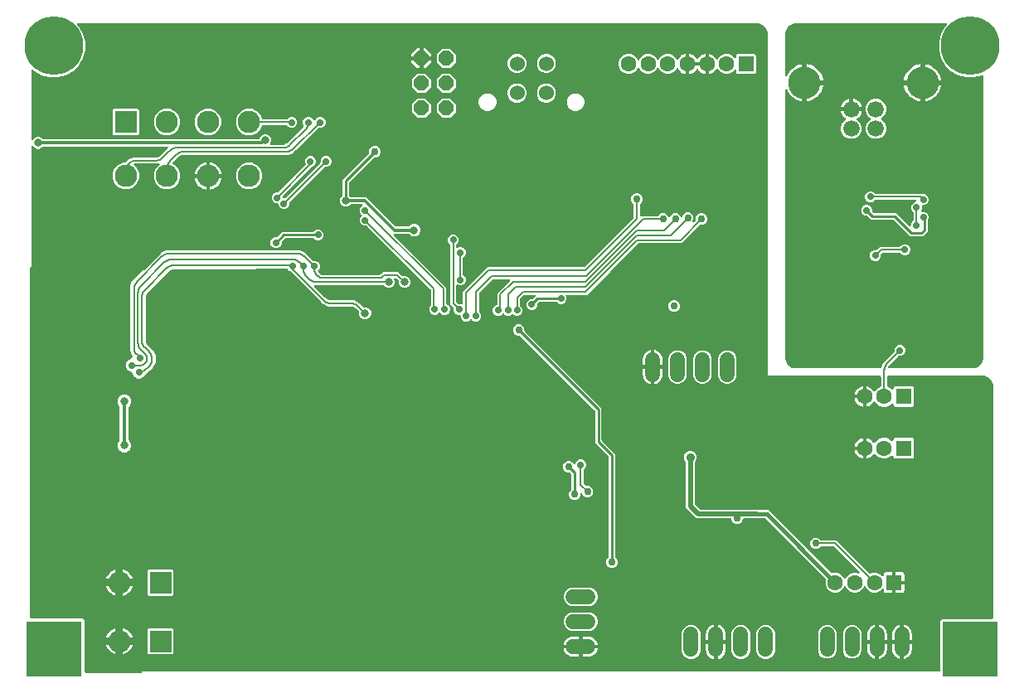
<source format=gbr>
G04 EAGLE Gerber RS-274X export*
G75*
%MOMM*%
%FSLAX34Y34*%
%LPD*%
%INBottom Copper*%
%IPPOS*%
%AMOC8*
5,1,8,0,0,1.08239X$1,22.5*%
G01*
%ADD10C,1.524000*%
%ADD11C,1.524000*%
%ADD12R,1.600000X1.600000*%
%ADD13C,1.600000*%
%ADD14C,1.500000*%
%ADD15R,2.286000X2.286000*%
%ADD16C,2.286000*%
%ADD17P,1.649562X8X112.500000*%
%ADD18C,1.676400*%
%ADD19C,3.302000*%
%ADD20C,0.706400*%
%ADD21C,0.906400*%
%ADD22C,0.806400*%
%ADD23P,5.411950X8X22.500000*%
%ADD24C,1.006400*%
%ADD25C,6.350000*%
%ADD26C,1.500000*%
%ADD27C,0.304800*%
%ADD28C,0.152400*%
%ADD29R,5.600000X5.600000*%
%ADD30C,0.203200*%
%ADD31C,0.756400*%
%ADD32C,0.254000*%
%ADD33C,0.508000*%
%ADD34C,0.406400*%
%ADD35C,6.000000*%

G36*
X120035Y7464D02*
X120035Y7464D01*
X120069Y7462D01*
X120258Y7484D01*
X120449Y7501D01*
X120482Y7510D01*
X120516Y7514D01*
X120699Y7569D01*
X120883Y7619D01*
X120914Y7634D01*
X120947Y7644D01*
X121118Y7731D01*
X121290Y7813D01*
X121318Y7833D01*
X121349Y7848D01*
X121501Y7964D01*
X121656Y8075D01*
X121680Y8100D01*
X121707Y8120D01*
X121836Y8261D01*
X121970Y8397D01*
X121989Y8426D01*
X122013Y8452D01*
X122115Y8613D01*
X122222Y8770D01*
X122236Y8802D01*
X122254Y8831D01*
X122317Y8985D01*
X936444Y8985D01*
X936502Y8993D01*
X936560Y8991D01*
X936642Y9013D01*
X936726Y9025D01*
X936779Y9049D01*
X936835Y9063D01*
X936908Y9106D01*
X936985Y9141D01*
X937030Y9179D01*
X937080Y9209D01*
X937138Y9270D01*
X937202Y9325D01*
X937234Y9373D01*
X937274Y9416D01*
X937313Y9491D01*
X937360Y9561D01*
X937377Y9617D01*
X937404Y9669D01*
X937415Y9737D01*
X937445Y9832D01*
X937448Y9932D01*
X937459Y10000D01*
X937459Y61052D01*
X938948Y62541D01*
X990000Y62541D01*
X990058Y62549D01*
X990116Y62547D01*
X990198Y62569D01*
X990282Y62581D01*
X990335Y62604D01*
X990391Y62619D01*
X990464Y62662D01*
X990541Y62697D01*
X990586Y62735D01*
X990636Y62764D01*
X990694Y62826D01*
X990758Y62880D01*
X990790Y62929D01*
X990830Y62972D01*
X990869Y63047D01*
X990916Y63117D01*
X990933Y63173D01*
X990960Y63225D01*
X990971Y63293D01*
X991001Y63388D01*
X991004Y63488D01*
X991015Y63556D01*
X991015Y169241D01*
X991026Y169253D01*
X991046Y169288D01*
X991071Y169319D01*
X991122Y169427D01*
X991180Y169531D01*
X991190Y169571D01*
X991207Y169607D01*
X991229Y169724D01*
X991259Y169839D01*
X991263Y169900D01*
X991267Y169920D01*
X991265Y169940D01*
X991269Y170000D01*
X991269Y300000D01*
X991267Y300022D01*
X991264Y300111D01*
X991112Y301847D01*
X991106Y301877D01*
X991106Y301907D01*
X991074Y302065D01*
X990623Y303749D01*
X990611Y303777D01*
X990606Y303807D01*
X990547Y303957D01*
X989811Y305536D01*
X989794Y305562D01*
X989784Y305591D01*
X989700Y305728D01*
X988700Y307156D01*
X988680Y307178D01*
X988664Y307205D01*
X988558Y307325D01*
X987325Y308558D01*
X987301Y308577D01*
X987282Y308600D01*
X987156Y308700D01*
X985728Y309700D01*
X985701Y309714D01*
X985678Y309733D01*
X985536Y309811D01*
X983957Y310547D01*
X983928Y310557D01*
X983901Y310572D01*
X983749Y310623D01*
X982065Y311074D01*
X982035Y311078D01*
X982006Y311088D01*
X981847Y311112D01*
X980111Y311264D01*
X980089Y311264D01*
X980000Y311269D01*
X884572Y311269D01*
X884454Y311254D01*
X884335Y311247D01*
X884297Y311234D01*
X884256Y311229D01*
X884146Y311186D01*
X884033Y311149D01*
X883998Y311127D01*
X883961Y311112D01*
X883865Y311043D01*
X883764Y310979D01*
X883736Y310949D01*
X883703Y310926D01*
X883627Y310834D01*
X883546Y310747D01*
X883526Y310712D01*
X883501Y310681D01*
X883450Y310573D01*
X883392Y310469D01*
X883382Y310429D01*
X883365Y310393D01*
X883343Y310276D01*
X883313Y310161D01*
X883309Y310101D01*
X883305Y310081D01*
X883307Y310060D01*
X883303Y310000D01*
X883303Y300889D01*
X883306Y300860D01*
X883304Y300831D01*
X883326Y300702D01*
X883343Y300574D01*
X883353Y300546D01*
X883358Y300517D01*
X883412Y300399D01*
X883460Y300278D01*
X883477Y300254D01*
X883489Y300227D01*
X883570Y300126D01*
X883646Y300021D01*
X883669Y300002D01*
X883688Y299979D01*
X883791Y299901D01*
X883891Y299818D01*
X883918Y299805D01*
X883942Y299788D01*
X884086Y299717D01*
X885971Y298936D01*
X887293Y297614D01*
X887402Y297529D01*
X887509Y297440D01*
X887528Y297432D01*
X887544Y297419D01*
X887671Y297364D01*
X887797Y297305D01*
X887817Y297301D01*
X887836Y297293D01*
X887974Y297271D01*
X888110Y297245D01*
X888130Y297246D01*
X888150Y297243D01*
X888289Y297256D01*
X888427Y297265D01*
X888446Y297271D01*
X888466Y297273D01*
X888598Y297320D01*
X888729Y297363D01*
X888747Y297374D01*
X888766Y297381D01*
X888881Y297459D01*
X888998Y297533D01*
X889012Y297548D01*
X889029Y297559D01*
X889121Y297663D01*
X889216Y297765D01*
X889226Y297782D01*
X889239Y297798D01*
X889303Y297922D01*
X889370Y298043D01*
X889375Y298063D01*
X889384Y298081D01*
X889414Y298217D01*
X889449Y298351D01*
X889451Y298379D01*
X889454Y298391D01*
X889453Y298412D01*
X889459Y298512D01*
X889459Y299052D01*
X890948Y300541D01*
X909052Y300541D01*
X910541Y299052D01*
X910541Y280948D01*
X909052Y279459D01*
X890948Y279459D01*
X889459Y280948D01*
X889459Y281488D01*
X889442Y281626D01*
X889429Y281765D01*
X889422Y281784D01*
X889419Y281804D01*
X889368Y281933D01*
X889321Y282064D01*
X889310Y282081D01*
X889302Y282099D01*
X889221Y282212D01*
X889143Y282327D01*
X889127Y282340D01*
X889116Y282357D01*
X889008Y282446D01*
X888904Y282537D01*
X888886Y282547D01*
X888871Y282560D01*
X888745Y282619D01*
X888621Y282682D01*
X888601Y282686D01*
X888583Y282695D01*
X888446Y282721D01*
X888311Y282752D01*
X888290Y282751D01*
X888271Y282755D01*
X888132Y282746D01*
X887993Y282742D01*
X887973Y282736D01*
X887953Y282735D01*
X887821Y282692D01*
X887687Y282654D01*
X887670Y282643D01*
X887651Y282637D01*
X887533Y282563D01*
X887413Y282492D01*
X887392Y282474D01*
X887382Y282467D01*
X887368Y282452D01*
X887293Y282386D01*
X885971Y281064D01*
X882097Y279459D01*
X877903Y279459D01*
X874029Y281064D01*
X871059Y284034D01*
X870996Y284145D01*
X870924Y284275D01*
X870917Y284283D01*
X870912Y284292D01*
X870809Y284398D01*
X870707Y284507D01*
X870698Y284513D01*
X870691Y284520D01*
X870565Y284597D01*
X870438Y284678D01*
X870429Y284681D01*
X870420Y284686D01*
X870278Y284730D01*
X870136Y284776D01*
X870126Y284777D01*
X870116Y284780D01*
X869966Y284787D01*
X869819Y284797D01*
X869809Y284795D01*
X869798Y284795D01*
X869651Y284765D01*
X869506Y284737D01*
X869497Y284733D01*
X869487Y284731D01*
X869353Y284665D01*
X869218Y284602D01*
X869210Y284596D01*
X869201Y284591D01*
X869088Y284495D01*
X868973Y284400D01*
X868964Y284389D01*
X868959Y284385D01*
X868951Y284373D01*
X868870Y284276D01*
X868040Y283133D01*
X866867Y281960D01*
X865524Y280985D01*
X864046Y280232D01*
X862468Y279719D01*
X861749Y279605D01*
X861749Y289520D01*
X861734Y289638D01*
X861727Y289757D01*
X861714Y289795D01*
X861709Y289835D01*
X861666Y289946D01*
X861650Y289994D01*
X861660Y290012D01*
X861670Y290051D01*
X861687Y290087D01*
X861709Y290204D01*
X861739Y290320D01*
X861743Y290380D01*
X861747Y290400D01*
X861745Y290420D01*
X861749Y290480D01*
X861749Y300395D01*
X862468Y300281D01*
X864046Y299768D01*
X865524Y299015D01*
X866867Y298040D01*
X868040Y296867D01*
X868870Y295724D01*
X868972Y295616D01*
X869072Y295505D01*
X869081Y295500D01*
X869088Y295492D01*
X869214Y295413D01*
X869338Y295331D01*
X869348Y295327D01*
X869356Y295322D01*
X869498Y295276D01*
X869639Y295228D01*
X869649Y295227D01*
X869659Y295224D01*
X869807Y295214D01*
X869956Y295202D01*
X869966Y295204D01*
X869976Y295203D01*
X870123Y295231D01*
X870269Y295257D01*
X870279Y295261D01*
X870289Y295263D01*
X870423Y295326D01*
X870559Y295387D01*
X870567Y295394D01*
X870576Y295398D01*
X870690Y295492D01*
X870808Y295586D01*
X870814Y295594D01*
X870822Y295601D01*
X870909Y295721D01*
X870999Y295840D01*
X871005Y295852D01*
X871009Y295858D01*
X871014Y295872D01*
X871062Y295969D01*
X874029Y298936D01*
X875914Y299717D01*
X875939Y299731D01*
X875967Y299740D01*
X876077Y299810D01*
X876190Y299874D01*
X876211Y299895D01*
X876236Y299910D01*
X876325Y300005D01*
X876418Y300095D01*
X876434Y300121D01*
X876454Y300142D01*
X876517Y300256D01*
X876585Y300367D01*
X876593Y300395D01*
X876608Y300421D01*
X876640Y300546D01*
X876678Y300670D01*
X876680Y300700D01*
X876687Y300729D01*
X876697Y300889D01*
X876697Y310000D01*
X876682Y310118D01*
X876675Y310237D01*
X876662Y310275D01*
X876657Y310316D01*
X876614Y310426D01*
X876577Y310539D01*
X876555Y310574D01*
X876540Y310611D01*
X876471Y310707D01*
X876407Y310808D01*
X876377Y310836D01*
X876354Y310869D01*
X876262Y310945D01*
X876175Y311026D01*
X876140Y311046D01*
X876109Y311071D01*
X876001Y311122D01*
X875897Y311180D01*
X875857Y311190D01*
X875821Y311207D01*
X875704Y311229D01*
X875589Y311259D01*
X875529Y311263D01*
X875509Y311267D01*
X875488Y311265D01*
X875428Y311269D01*
X761015Y311269D01*
X761015Y660000D01*
X761008Y660049D01*
X761011Y660089D01*
X760859Y661825D01*
X760836Y661928D01*
X760829Y661999D01*
X760378Y663683D01*
X760336Y663780D01*
X760317Y663849D01*
X759580Y665429D01*
X759523Y665518D01*
X759492Y665582D01*
X758492Y667010D01*
X758420Y667088D01*
X758378Y667146D01*
X757146Y668378D01*
X757061Y668442D01*
X757010Y668492D01*
X755582Y669492D01*
X755488Y669540D01*
X755429Y669580D01*
X753849Y670317D01*
X753748Y670348D01*
X753683Y670378D01*
X751999Y670829D01*
X751894Y670842D01*
X751825Y670859D01*
X750089Y671011D01*
X750039Y671009D01*
X750000Y671015D01*
X56737Y671015D01*
X56708Y671011D01*
X56679Y671014D01*
X56568Y670991D01*
X56455Y670975D01*
X56429Y670963D01*
X56400Y670958D01*
X56299Y670906D01*
X56196Y670859D01*
X56174Y670840D01*
X56148Y670827D01*
X56065Y670749D01*
X55979Y670676D01*
X55963Y670651D01*
X55941Y670631D01*
X55884Y670533D01*
X55821Y670439D01*
X55813Y670411D01*
X55798Y670386D01*
X55770Y670276D01*
X55736Y670168D01*
X55735Y670138D01*
X55728Y670110D01*
X55731Y669997D01*
X55728Y669884D01*
X55736Y669855D01*
X55737Y669826D01*
X55772Y669718D01*
X55800Y669609D01*
X55815Y669583D01*
X55824Y669555D01*
X55870Y669492D01*
X55945Y669364D01*
X55991Y669321D01*
X56019Y669282D01*
X57633Y667669D01*
X61850Y660364D01*
X64033Y652217D01*
X64033Y643783D01*
X61850Y635636D01*
X57633Y628331D01*
X51669Y622367D01*
X44364Y618150D01*
X36217Y615967D01*
X27783Y615967D01*
X19636Y618150D01*
X12331Y622367D01*
X10718Y623981D01*
X10694Y623999D01*
X10676Y624021D01*
X10581Y624084D01*
X10491Y624152D01*
X10463Y624162D01*
X10439Y624179D01*
X10331Y624213D01*
X10225Y624253D01*
X10196Y624256D01*
X10168Y624264D01*
X10055Y624267D01*
X9942Y624277D01*
X9913Y624271D01*
X9884Y624272D01*
X9774Y624243D01*
X9663Y624221D01*
X9637Y624207D01*
X9609Y624200D01*
X9512Y624142D01*
X9411Y624090D01*
X9389Y624070D01*
X9364Y624055D01*
X9287Y623972D01*
X9205Y623894D01*
X9190Y623869D01*
X9170Y623847D01*
X9118Y623746D01*
X9061Y623649D01*
X9054Y623620D01*
X9040Y623594D01*
X9027Y623517D01*
X8991Y623373D01*
X8993Y623311D01*
X8985Y623263D01*
X8985Y553013D01*
X8989Y552983D01*
X8986Y552954D01*
X9009Y552843D01*
X9025Y552731D01*
X9037Y552704D01*
X9042Y552676D01*
X9095Y552575D01*
X9141Y552472D01*
X9160Y552449D01*
X9173Y552423D01*
X9251Y552341D01*
X9325Y552255D01*
X9349Y552238D01*
X9369Y552217D01*
X9467Y552160D01*
X9561Y552097D01*
X9589Y552088D01*
X9614Y552073D01*
X9724Y552046D01*
X9832Y552011D01*
X9862Y552011D01*
X9890Y552003D01*
X10003Y552007D01*
X10116Y552004D01*
X10145Y552011D01*
X10174Y552012D01*
X10282Y552047D01*
X10391Y552076D01*
X10417Y552091D01*
X10445Y552100D01*
X10508Y552145D01*
X10636Y552221D01*
X10679Y552267D01*
X10718Y552295D01*
X12565Y554141D01*
X14794Y555065D01*
X17206Y555065D01*
X19435Y554141D01*
X20723Y552854D01*
X20792Y552802D01*
X20856Y552742D01*
X20906Y552716D01*
X20950Y552683D01*
X21032Y552652D01*
X21110Y552612D01*
X21157Y552604D01*
X21216Y552582D01*
X21363Y552570D01*
X21441Y552557D01*
X240988Y552557D01*
X240989Y552557D01*
X240991Y552557D01*
X241130Y552577D01*
X241269Y552597D01*
X241271Y552597D01*
X241272Y552597D01*
X241398Y552654D01*
X241529Y552713D01*
X241530Y552714D01*
X241531Y552715D01*
X241639Y552806D01*
X241746Y552896D01*
X241747Y552898D01*
X241748Y552899D01*
X241756Y552912D01*
X241903Y553133D01*
X241913Y553162D01*
X241926Y553183D01*
X242859Y555435D01*
X244565Y557141D01*
X246794Y558065D01*
X249206Y558065D01*
X251435Y557141D01*
X253141Y555435D01*
X254065Y553206D01*
X254065Y550794D01*
X253095Y548453D01*
X253066Y548341D01*
X253032Y548232D01*
X253031Y548204D01*
X253024Y548177D01*
X253027Y548063D01*
X253024Y547948D01*
X253031Y547921D01*
X253032Y547893D01*
X253067Y547784D01*
X253096Y547673D01*
X253110Y547649D01*
X253119Y547622D01*
X253183Y547527D01*
X253241Y547428D01*
X253262Y547409D01*
X253277Y547386D01*
X253365Y547312D01*
X253449Y547234D01*
X253473Y547221D01*
X253495Y547203D01*
X253600Y547157D01*
X253702Y547104D01*
X253726Y547100D01*
X253754Y547088D01*
X254018Y547051D01*
X254033Y547049D01*
X265858Y547049D01*
X265913Y547057D01*
X265957Y547054D01*
X267115Y547168D01*
X267392Y547235D01*
X267398Y547239D01*
X267404Y547240D01*
X269544Y548126D01*
X269789Y548271D01*
X269794Y548276D01*
X269800Y548280D01*
X270699Y549018D01*
X270737Y549059D01*
X270773Y549085D01*
X271963Y550275D01*
X271964Y550275D01*
X285825Y564137D01*
X287016Y565327D01*
X287050Y565372D01*
X287083Y565401D01*
X287241Y565594D01*
X287246Y565602D01*
X287252Y565608D01*
X287320Y565723D01*
X287389Y565837D01*
X287391Y565845D01*
X287396Y565853D01*
X287428Y565982D01*
X287464Y566111D01*
X287463Y566120D01*
X287466Y566129D01*
X287461Y566263D01*
X287459Y566396D01*
X287457Y566404D01*
X287456Y566413D01*
X287415Y566540D01*
X287376Y566668D01*
X287372Y566675D01*
X287369Y566683D01*
X287338Y566727D01*
X287324Y566749D01*
X286435Y568893D01*
X286435Y571107D01*
X287282Y573152D01*
X288848Y574718D01*
X290893Y575565D01*
X293107Y575565D01*
X295152Y574718D01*
X296718Y573152D01*
X297062Y572321D01*
X297077Y572295D01*
X297086Y572267D01*
X297149Y572173D01*
X297206Y572076D01*
X297228Y572055D01*
X297244Y572031D01*
X297331Y571958D01*
X297413Y571881D01*
X297439Y571867D01*
X297462Y571848D01*
X297565Y571802D01*
X297666Y571750D01*
X297695Y571745D01*
X297722Y571733D01*
X297834Y571717D01*
X297945Y571695D01*
X297974Y571698D01*
X298003Y571694D01*
X298115Y571710D01*
X298228Y571720D01*
X298256Y571730D01*
X298284Y571734D01*
X298388Y571781D01*
X298493Y571822D01*
X298517Y571839D01*
X298544Y571852D01*
X298630Y571925D01*
X298720Y571993D01*
X298738Y572017D01*
X298760Y572036D01*
X298802Y572102D01*
X298890Y572221D01*
X298912Y572280D01*
X298924Y572297D01*
X298932Y572310D01*
X298933Y572312D01*
X298938Y572320D01*
X299282Y573152D01*
X300848Y574718D01*
X302893Y575565D01*
X305107Y575565D01*
X307152Y574718D01*
X308718Y573152D01*
X309565Y571107D01*
X309565Y568893D01*
X308718Y566848D01*
X307152Y565282D01*
X305107Y564435D01*
X303031Y564435D01*
X302954Y564424D01*
X302876Y564423D01*
X302814Y564404D01*
X302750Y564395D01*
X302678Y564363D01*
X302603Y564341D01*
X302558Y564309D01*
X302490Y564279D01*
X302391Y564195D01*
X302327Y564151D01*
X279050Y541703D01*
X279010Y541652D01*
X278962Y541607D01*
X278923Y541540D01*
X278875Y541479D01*
X278857Y541436D01*
X277881Y540575D01*
X277865Y540556D01*
X277848Y540544D01*
X276921Y539650D01*
X276915Y539649D01*
X276860Y539614D01*
X276777Y539579D01*
X276692Y539510D01*
X276630Y539471D01*
X275731Y538679D01*
X270494Y536831D01*
X267811Y536950D01*
X267786Y536948D01*
X267766Y536951D01*
X164142Y536951D01*
X164087Y536943D01*
X164043Y536946D01*
X162885Y536832D01*
X162608Y536765D01*
X162602Y536761D01*
X162596Y536760D01*
X160456Y535874D01*
X160211Y535729D01*
X160206Y535724D01*
X160200Y535720D01*
X159301Y534982D01*
X159263Y534941D01*
X159227Y534915D01*
X158037Y533725D01*
X153259Y528948D01*
X153190Y528856D01*
X153116Y528768D01*
X153105Y528743D01*
X153088Y528721D01*
X153048Y528613D01*
X153001Y528508D01*
X152997Y528481D01*
X152987Y528455D01*
X152978Y528341D01*
X152962Y528227D01*
X152966Y528199D01*
X152964Y528172D01*
X152986Y528059D01*
X153003Y527945D01*
X153014Y527920D01*
X153020Y527893D01*
X153073Y527791D01*
X153120Y527686D01*
X153138Y527665D01*
X153151Y527641D01*
X153230Y527557D01*
X153304Y527470D01*
X153325Y527457D01*
X153346Y527435D01*
X153576Y527300D01*
X153589Y527292D01*
X155271Y526595D01*
X159058Y522808D01*
X161108Y517860D01*
X161108Y512504D01*
X159058Y507556D01*
X155271Y503769D01*
X150323Y501719D01*
X144967Y501719D01*
X140019Y503769D01*
X136232Y507556D01*
X134182Y512504D01*
X134182Y517860D01*
X136232Y522808D01*
X139832Y526408D01*
X139884Y526477D01*
X139943Y526539D01*
X139969Y526590D01*
X140003Y526635D01*
X140033Y526716D01*
X140073Y526792D01*
X140084Y526848D01*
X140104Y526901D01*
X140111Y526987D01*
X140128Y527071D01*
X140123Y527128D01*
X140128Y527184D01*
X140111Y527268D01*
X140103Y527354D01*
X140083Y527407D01*
X140072Y527463D01*
X140032Y527539D01*
X140001Y527619D01*
X139967Y527665D01*
X139941Y527715D01*
X139882Y527778D01*
X139830Y527846D01*
X139784Y527880D01*
X139745Y527921D01*
X139671Y527965D01*
X139602Y528016D01*
X139549Y528036D01*
X139500Y528065D01*
X139416Y528086D01*
X139336Y528117D01*
X139279Y528121D01*
X139224Y528135D01*
X139138Y528133D01*
X139053Y528139D01*
X139004Y528128D01*
X138940Y528126D01*
X138802Y528082D01*
X138725Y528064D01*
X138453Y527951D01*
X115735Y527951D01*
X115679Y527943D01*
X115635Y527946D01*
X114477Y527832D01*
X114334Y527798D01*
X114235Y527778D01*
X114220Y527770D01*
X114201Y527765D01*
X114195Y527761D01*
X114189Y527760D01*
X114184Y527758D01*
X114085Y527699D01*
X113983Y527647D01*
X113966Y527630D01*
X113954Y527624D01*
X113952Y527621D01*
X113939Y527614D01*
X113860Y527530D01*
X113777Y527451D01*
X113763Y527427D01*
X113744Y527407D01*
X113691Y527305D01*
X113633Y527206D01*
X113626Y527179D01*
X113613Y527154D01*
X113591Y527041D01*
X113563Y526930D01*
X113564Y526902D01*
X113558Y526875D01*
X113568Y526760D01*
X113572Y526646D01*
X113580Y526620D01*
X113583Y526592D01*
X113624Y526485D01*
X113659Y526375D01*
X113674Y526355D01*
X113685Y526327D01*
X113846Y526114D01*
X113854Y526102D01*
X117148Y522808D01*
X119198Y517860D01*
X119198Y512504D01*
X117148Y507556D01*
X113361Y503769D01*
X108413Y501719D01*
X103057Y501719D01*
X98109Y503769D01*
X94322Y507556D01*
X92272Y512504D01*
X92272Y517860D01*
X94322Y522808D01*
X98109Y526595D01*
X103057Y528645D01*
X104506Y528645D01*
X104592Y528657D01*
X104680Y528660D01*
X104732Y528677D01*
X104787Y528685D01*
X104867Y528720D01*
X104950Y528747D01*
X104989Y528775D01*
X105046Y528801D01*
X105160Y528897D01*
X105223Y528942D01*
X108343Y532062D01*
X113139Y534049D01*
X135858Y534049D01*
X135913Y534057D01*
X135957Y534054D01*
X137115Y534168D01*
X137251Y534201D01*
X137314Y534210D01*
X137346Y534224D01*
X137392Y534235D01*
X137398Y534239D01*
X137404Y534240D01*
X139544Y535126D01*
X139789Y535271D01*
X139794Y535276D01*
X139800Y535280D01*
X140699Y536018D01*
X140737Y536059D01*
X140773Y536085D01*
X140860Y536172D01*
X141963Y537275D01*
X148399Y543710D01*
X148416Y543734D01*
X148439Y543753D01*
X148501Y543847D01*
X148569Y543937D01*
X148580Y543965D01*
X148596Y543989D01*
X148630Y544097D01*
X148671Y544203D01*
X148673Y544232D01*
X148682Y544260D01*
X148685Y544374D01*
X148694Y544486D01*
X148689Y544515D01*
X148689Y544544D01*
X148661Y544654D01*
X148638Y544765D01*
X148625Y544791D01*
X148617Y544819D01*
X148560Y544917D01*
X148507Y545017D01*
X148487Y545039D01*
X148472Y545064D01*
X148390Y545141D01*
X148312Y545223D01*
X148286Y545238D01*
X148265Y545258D01*
X148164Y545310D01*
X148066Y545367D01*
X148038Y545374D01*
X148012Y545388D01*
X147934Y545401D01*
X147791Y545437D01*
X147728Y545435D01*
X147681Y545443D01*
X21441Y545443D01*
X21354Y545431D01*
X21267Y545428D01*
X21214Y545411D01*
X21159Y545403D01*
X21079Y545368D01*
X20996Y545341D01*
X20957Y545313D01*
X20900Y545287D01*
X20786Y545191D01*
X20723Y545146D01*
X19435Y543859D01*
X17206Y542935D01*
X14794Y542935D01*
X12565Y543859D01*
X10718Y545705D01*
X10694Y545723D01*
X10676Y545745D01*
X10581Y545808D01*
X10491Y545876D01*
X10463Y545887D01*
X10439Y545903D01*
X10331Y545937D01*
X10225Y545977D01*
X10196Y545980D01*
X10168Y545989D01*
X10055Y545992D01*
X9942Y546001D01*
X9913Y545995D01*
X9884Y545996D01*
X9774Y545967D01*
X9663Y545945D01*
X9637Y545932D01*
X9609Y545924D01*
X9511Y545866D01*
X9411Y545814D01*
X9389Y545794D01*
X9364Y545779D01*
X9287Y545696D01*
X9205Y545618D01*
X9190Y545593D01*
X9170Y545572D01*
X9118Y545471D01*
X9061Y545373D01*
X9054Y545345D01*
X9040Y545318D01*
X9027Y545241D01*
X8991Y545098D01*
X8993Y545035D01*
X8985Y544987D01*
X8985Y422321D01*
X8882Y422269D01*
X8711Y422187D01*
X8682Y422167D01*
X8651Y422152D01*
X8499Y422036D01*
X8344Y421925D01*
X8320Y421900D01*
X8293Y421880D01*
X8164Y421740D01*
X8030Y421603D01*
X8011Y421574D01*
X7988Y421548D01*
X7885Y421387D01*
X7778Y421230D01*
X7764Y421198D01*
X7746Y421169D01*
X7673Y420992D01*
X7596Y420818D01*
X7588Y420784D01*
X7575Y420752D01*
X7535Y420565D01*
X7489Y420380D01*
X7487Y420346D01*
X7480Y420312D01*
X7461Y420000D01*
X7461Y65588D01*
X7464Y65553D01*
X7462Y65519D01*
X7484Y65330D01*
X7501Y65139D01*
X7510Y65106D01*
X7514Y65072D01*
X7569Y64889D01*
X7619Y64705D01*
X7634Y64674D01*
X7644Y64641D01*
X7731Y64470D01*
X7813Y64298D01*
X7833Y64270D01*
X7848Y64239D01*
X7964Y64087D01*
X8075Y63932D01*
X8100Y63908D01*
X8120Y63881D01*
X8261Y63752D01*
X8397Y63618D01*
X8426Y63599D01*
X8452Y63575D01*
X8613Y63473D01*
X8770Y63366D01*
X8802Y63352D01*
X8831Y63334D01*
X9008Y63261D01*
X9182Y63184D01*
X9216Y63176D01*
X9248Y63163D01*
X9435Y63123D01*
X9620Y63077D01*
X9654Y63075D01*
X9688Y63068D01*
X10000Y63049D01*
X61263Y63049D01*
X63049Y61263D01*
X63049Y10000D01*
X63052Y9966D01*
X63050Y9931D01*
X63072Y9742D01*
X63089Y9552D01*
X63098Y9518D01*
X63102Y9484D01*
X63157Y9301D01*
X63207Y9117D01*
X63222Y9086D01*
X63232Y9053D01*
X63319Y8882D01*
X63401Y8711D01*
X63421Y8682D01*
X63436Y8651D01*
X63552Y8499D01*
X63663Y8344D01*
X63688Y8320D01*
X63708Y8293D01*
X63848Y8164D01*
X63985Y8030D01*
X64014Y8011D01*
X64040Y7988D01*
X64201Y7885D01*
X64358Y7778D01*
X64390Y7764D01*
X64419Y7746D01*
X64596Y7673D01*
X64770Y7596D01*
X64804Y7588D01*
X64836Y7575D01*
X65023Y7535D01*
X65208Y7489D01*
X65242Y7487D01*
X65276Y7480D01*
X65588Y7461D01*
X120000Y7461D01*
X120035Y7464D01*
G37*
G36*
X876108Y318734D02*
X876108Y318734D01*
X876137Y318732D01*
X876266Y318754D01*
X876394Y318771D01*
X876422Y318781D01*
X876451Y318787D01*
X876569Y318840D01*
X876690Y318888D01*
X876714Y318905D01*
X876741Y318917D01*
X876842Y318998D01*
X876947Y319074D01*
X876966Y319097D01*
X876989Y319116D01*
X877067Y319219D01*
X877150Y319319D01*
X877163Y319346D01*
X877180Y319370D01*
X877251Y319514D01*
X879153Y324106D01*
X879762Y324715D01*
X890064Y335016D01*
X890124Y335094D01*
X890192Y335166D01*
X890221Y335219D01*
X890258Y335267D01*
X890298Y335358D01*
X890346Y335445D01*
X890361Y335503D01*
X890385Y335559D01*
X890400Y335657D01*
X890425Y335753D01*
X890431Y335853D01*
X890435Y335873D01*
X890433Y335885D01*
X890435Y335913D01*
X890435Y338107D01*
X891282Y340152D01*
X892848Y341718D01*
X894893Y342565D01*
X897107Y342565D01*
X899152Y341718D01*
X900718Y340152D01*
X901565Y338107D01*
X901565Y335893D01*
X900718Y333848D01*
X899152Y332282D01*
X897107Y331435D01*
X894913Y331435D01*
X894815Y331423D01*
X894716Y331420D01*
X894658Y331403D01*
X894598Y331395D01*
X894506Y331359D01*
X894411Y331331D01*
X894358Y331301D01*
X894302Y331278D01*
X894222Y331220D01*
X894137Y331170D01*
X894061Y331104D01*
X894045Y331092D01*
X894038Y331083D01*
X894033Y331080D01*
X894029Y331075D01*
X894016Y331064D01*
X884905Y321953D01*
X884893Y321937D01*
X884821Y321860D01*
X884083Y320961D01*
X884027Y320871D01*
X883963Y320786D01*
X883926Y320710D01*
X883914Y320692D01*
X883909Y320677D01*
X883892Y320642D01*
X883827Y320486D01*
X883814Y320438D01*
X883793Y320393D01*
X883772Y320285D01*
X883743Y320179D01*
X883743Y320129D01*
X883733Y320081D01*
X883740Y319971D01*
X883738Y319861D01*
X883750Y319813D01*
X883753Y319763D01*
X883787Y319659D01*
X883812Y319552D01*
X883836Y319508D01*
X883851Y319461D01*
X883910Y319368D01*
X883961Y319271D01*
X883994Y319234D01*
X884021Y319192D01*
X884101Y319117D01*
X884175Y319035D01*
X884216Y319008D01*
X884253Y318974D01*
X884349Y318921D01*
X884441Y318861D01*
X884488Y318844D01*
X884531Y318820D01*
X884637Y318793D01*
X884741Y318757D01*
X884791Y318753D01*
X884839Y318741D01*
X885000Y318731D01*
X970000Y318731D01*
X970022Y318733D01*
X970111Y318736D01*
X971847Y318888D01*
X971877Y318894D01*
X971907Y318894D01*
X972065Y318926D01*
X973749Y319377D01*
X973777Y319389D01*
X973807Y319394D01*
X973957Y319453D01*
X975536Y320189D01*
X975562Y320206D01*
X975591Y320216D01*
X975728Y320300D01*
X977156Y321300D01*
X977178Y321320D01*
X977205Y321336D01*
X977325Y321442D01*
X978558Y322675D01*
X978577Y322699D01*
X978600Y322718D01*
X978700Y322844D01*
X979700Y324272D01*
X979714Y324299D01*
X979733Y324322D01*
X979811Y324464D01*
X980547Y326043D01*
X980557Y326072D01*
X980572Y326099D01*
X980623Y326251D01*
X981074Y327935D01*
X981078Y327965D01*
X981088Y327994D01*
X981112Y328153D01*
X981264Y329889D01*
X981264Y329911D01*
X981269Y330000D01*
X981269Y616739D01*
X981254Y616863D01*
X981244Y616989D01*
X981234Y617021D01*
X981229Y617054D01*
X981183Y617171D01*
X981143Y617290D01*
X981125Y617318D01*
X981112Y617350D01*
X981039Y617451D01*
X980970Y617557D01*
X980945Y617580D01*
X980926Y617607D01*
X980829Y617687D01*
X980736Y617773D01*
X980707Y617789D01*
X980681Y617810D01*
X980567Y617863D01*
X980456Y617923D01*
X980423Y617931D01*
X980393Y617946D01*
X980270Y617969D01*
X980147Y617999D01*
X980114Y617999D01*
X980081Y618005D01*
X979955Y617998D01*
X979829Y617996D01*
X979781Y617987D01*
X979763Y617986D01*
X979743Y617979D01*
X979672Y617965D01*
X972217Y615967D01*
X963783Y615967D01*
X955636Y618150D01*
X948332Y622367D01*
X942367Y628332D01*
X938150Y635636D01*
X935967Y643783D01*
X935967Y652217D01*
X938150Y660364D01*
X942367Y667668D01*
X943801Y669103D01*
X943887Y669212D01*
X943975Y669319D01*
X943984Y669338D01*
X943996Y669354D01*
X944052Y669482D01*
X944111Y669607D01*
X944115Y669627D01*
X944123Y669646D01*
X944145Y669784D01*
X944171Y669920D01*
X944169Y669940D01*
X944173Y669960D01*
X944159Y670099D01*
X944151Y670237D01*
X944145Y670256D01*
X944143Y670276D01*
X944096Y670408D01*
X944053Y670539D01*
X944042Y670557D01*
X944035Y670576D01*
X943957Y670691D01*
X943883Y670808D01*
X943868Y670822D01*
X943857Y670839D01*
X943752Y670931D01*
X943651Y671026D01*
X943633Y671036D01*
X943618Y671049D01*
X943494Y671113D01*
X943373Y671180D01*
X943353Y671185D01*
X943335Y671194D01*
X943199Y671224D01*
X943065Y671259D01*
X943037Y671261D01*
X943025Y671264D01*
X943004Y671263D01*
X942904Y671269D01*
X790000Y671269D01*
X789979Y671267D01*
X789889Y671264D01*
X788153Y671112D01*
X788123Y671106D01*
X788093Y671106D01*
X787935Y671074D01*
X786251Y670623D01*
X786223Y670611D01*
X786193Y670606D01*
X786043Y670547D01*
X784464Y669811D01*
X784438Y669794D01*
X784409Y669784D01*
X784272Y669700D01*
X782844Y668700D01*
X782822Y668680D01*
X782795Y668664D01*
X782675Y668558D01*
X781442Y667325D01*
X781423Y667301D01*
X781400Y667282D01*
X781300Y667156D01*
X780300Y665728D01*
X780286Y665701D01*
X780267Y665678D01*
X780189Y665536D01*
X779453Y663957D01*
X779443Y663928D01*
X779429Y663901D01*
X779377Y663749D01*
X778926Y662065D01*
X778922Y662035D01*
X778912Y662006D01*
X778888Y661847D01*
X778736Y660111D01*
X778736Y660089D01*
X778731Y660000D01*
X778731Y618526D01*
X778740Y618457D01*
X778738Y618387D01*
X778759Y618300D01*
X778771Y618210D01*
X778796Y618146D01*
X778813Y618078D01*
X778855Y617998D01*
X778888Y617915D01*
X778929Y617858D01*
X778961Y617797D01*
X779022Y617730D01*
X779074Y617657D01*
X779128Y617613D01*
X779175Y617561D01*
X779250Y617512D01*
X779319Y617455D01*
X779383Y617425D01*
X779441Y617387D01*
X779526Y617357D01*
X779607Y617319D01*
X779676Y617306D01*
X779742Y617283D01*
X779831Y617276D01*
X779920Y617259D01*
X779989Y617264D01*
X780059Y617258D01*
X780147Y617274D01*
X780237Y617279D01*
X780303Y617301D01*
X780372Y617313D01*
X780454Y617349D01*
X780539Y617377D01*
X780598Y617414D01*
X780662Y617443D01*
X780732Y617499D01*
X780808Y617547D01*
X780856Y617598D01*
X780910Y617642D01*
X780964Y617713D01*
X781026Y617779D01*
X781060Y617840D01*
X781102Y617896D01*
X781173Y618040D01*
X781579Y619022D01*
X782828Y621185D01*
X784348Y623166D01*
X786114Y624932D01*
X788095Y626452D01*
X790258Y627701D01*
X792565Y628656D01*
X794977Y629303D01*
X796163Y629459D01*
X796163Y611848D01*
X796178Y611730D01*
X796185Y611611D01*
X796198Y611573D01*
X796203Y611533D01*
X796246Y611422D01*
X796283Y611309D01*
X796305Y611275D01*
X796320Y611237D01*
X796390Y611141D01*
X796453Y611040D01*
X796483Y611012D01*
X796506Y610980D01*
X796598Y610904D01*
X796685Y610822D01*
X796720Y610803D01*
X796751Y610777D01*
X796859Y610726D01*
X796963Y610669D01*
X797003Y610658D01*
X797039Y610641D01*
X797156Y610619D01*
X797271Y610589D01*
X797332Y610585D01*
X797352Y610581D01*
X797372Y610583D01*
X797432Y610579D01*
X798703Y610579D01*
X798703Y610577D01*
X797432Y610577D01*
X797314Y610562D01*
X797195Y610555D01*
X797157Y610542D01*
X797116Y610537D01*
X797006Y610493D01*
X796893Y610457D01*
X796858Y610435D01*
X796821Y610420D01*
X796725Y610350D01*
X796624Y610287D01*
X796596Y610257D01*
X796563Y610233D01*
X796488Y610142D01*
X796406Y610055D01*
X796386Y610020D01*
X796361Y609988D01*
X796310Y609881D01*
X796252Y609776D01*
X796242Y609737D01*
X796225Y609701D01*
X796203Y609584D01*
X796173Y609469D01*
X796169Y609408D01*
X796165Y609388D01*
X796167Y609368D01*
X796163Y609308D01*
X796163Y591697D01*
X794977Y591853D01*
X792565Y592500D01*
X790258Y593455D01*
X788095Y594704D01*
X786114Y596224D01*
X784348Y597990D01*
X782828Y599971D01*
X781579Y602134D01*
X781173Y603116D01*
X781138Y603176D01*
X781112Y603241D01*
X781060Y603314D01*
X781015Y603392D01*
X780967Y603442D01*
X780926Y603499D01*
X780856Y603556D01*
X780794Y603620D01*
X780734Y603657D01*
X780681Y603701D01*
X780599Y603740D01*
X780523Y603787D01*
X780456Y603807D01*
X780393Y603837D01*
X780305Y603854D01*
X780219Y603880D01*
X780149Y603884D01*
X780081Y603897D01*
X779991Y603891D01*
X779901Y603895D01*
X779833Y603881D01*
X779763Y603877D01*
X779678Y603849D01*
X779590Y603831D01*
X779527Y603800D01*
X779461Y603779D01*
X779385Y603731D01*
X779304Y603691D01*
X779251Y603646D01*
X779192Y603609D01*
X779130Y603543D01*
X779062Y603485D01*
X779022Y603428D01*
X778974Y603377D01*
X778931Y603298D01*
X778879Y603225D01*
X778854Y603160D01*
X778820Y603099D01*
X778798Y603012D01*
X778766Y602928D01*
X778758Y602858D01*
X778741Y602791D01*
X778731Y602630D01*
X778731Y330000D01*
X778733Y329979D01*
X778736Y329889D01*
X778888Y328153D01*
X778894Y328123D01*
X778894Y328093D01*
X778926Y327935D01*
X779377Y326251D01*
X779389Y326223D01*
X779394Y326193D01*
X779453Y326043D01*
X780189Y324464D01*
X780206Y324438D01*
X780216Y324409D01*
X780300Y324272D01*
X781300Y322844D01*
X781320Y322822D01*
X781336Y322795D01*
X781442Y322675D01*
X782675Y321442D01*
X782699Y321423D01*
X782718Y321400D01*
X782844Y321300D01*
X784272Y320300D01*
X784299Y320286D01*
X784322Y320267D01*
X784464Y320189D01*
X786043Y319453D01*
X786072Y319443D01*
X786099Y319429D01*
X786251Y319377D01*
X787935Y318926D01*
X787965Y318922D01*
X787994Y318912D01*
X788153Y318888D01*
X789889Y318736D01*
X789911Y318736D01*
X790000Y318731D01*
X876079Y318731D01*
X876108Y318734D01*
G37*
%LPC*%
G36*
X451893Y366435D02*
X451893Y366435D01*
X449848Y367282D01*
X448282Y368848D01*
X447435Y370893D01*
X447435Y372420D01*
X447427Y372478D01*
X447429Y372536D01*
X447407Y372618D01*
X447395Y372702D01*
X447372Y372755D01*
X447357Y372811D01*
X447314Y372884D01*
X447279Y372961D01*
X447241Y373006D01*
X447212Y373056D01*
X447150Y373114D01*
X447096Y373178D01*
X447047Y373210D01*
X447004Y373250D01*
X446929Y373289D01*
X446859Y373336D01*
X446803Y373353D01*
X446751Y373380D01*
X446683Y373391D01*
X446588Y373421D01*
X446488Y373424D01*
X446420Y373435D01*
X444893Y373435D01*
X442848Y374282D01*
X441282Y375848D01*
X440435Y377893D01*
X440435Y380192D01*
X440423Y380278D01*
X440420Y380366D01*
X440403Y380419D01*
X440395Y380473D01*
X440360Y380553D01*
X440333Y380636D01*
X440305Y380676D01*
X440279Y380733D01*
X440183Y380846D01*
X440138Y380910D01*
X437205Y383842D01*
X437205Y444504D01*
X437193Y444591D01*
X437190Y444679D01*
X437173Y444731D01*
X437165Y444786D01*
X437130Y444866D01*
X437103Y444949D01*
X437075Y444988D01*
X437049Y445045D01*
X436953Y445159D01*
X436908Y445222D01*
X435282Y446848D01*
X434435Y448893D01*
X434435Y451107D01*
X435282Y453152D01*
X436848Y454718D01*
X438893Y455565D01*
X441107Y455565D01*
X443152Y454718D01*
X444718Y453152D01*
X445565Y451107D01*
X445565Y448893D01*
X444718Y446848D01*
X443092Y445222D01*
X443040Y445153D01*
X442980Y445089D01*
X442954Y445039D01*
X442921Y444995D01*
X442890Y444913D01*
X442850Y444836D01*
X442842Y444788D01*
X442820Y444730D01*
X442808Y444582D01*
X442795Y444504D01*
X442795Y442801D01*
X442811Y442687D01*
X442821Y442573D01*
X442831Y442547D01*
X442835Y442519D01*
X442882Y442414D01*
X442923Y442307D01*
X442939Y442285D01*
X442951Y442260D01*
X443025Y442172D01*
X443094Y442081D01*
X443117Y442064D01*
X443134Y442043D01*
X443230Y441979D01*
X443322Y441910D01*
X443348Y441901D01*
X443371Y441885D01*
X443481Y441851D01*
X443588Y441810D01*
X443616Y441808D01*
X443642Y441799D01*
X443757Y441797D01*
X443871Y441787D01*
X443896Y441793D01*
X443926Y441792D01*
X444183Y441859D01*
X444199Y441863D01*
X445893Y442565D01*
X448107Y442565D01*
X450152Y441718D01*
X451718Y440152D01*
X452565Y438107D01*
X452565Y435893D01*
X451718Y433848D01*
X450092Y432222D01*
X450040Y432153D01*
X449980Y432089D01*
X449954Y432039D01*
X449921Y431995D01*
X449890Y431913D01*
X449850Y431836D01*
X449842Y431788D01*
X449820Y431730D01*
X449808Y431582D01*
X449795Y431504D01*
X449795Y414496D01*
X449807Y414409D01*
X449810Y414321D01*
X449827Y414269D01*
X449835Y414214D01*
X449870Y414134D01*
X449897Y414051D01*
X449925Y414012D01*
X449951Y413955D01*
X450047Y413841D01*
X450092Y413778D01*
X451718Y412152D01*
X452565Y410107D01*
X452565Y407893D01*
X451718Y405848D01*
X450152Y404282D01*
X448107Y403435D01*
X445893Y403435D01*
X444199Y404137D01*
X444087Y404166D01*
X443978Y404201D01*
X443950Y404201D01*
X443923Y404208D01*
X443809Y404205D01*
X443694Y404208D01*
X443667Y404201D01*
X443639Y404200D01*
X443530Y404165D01*
X443419Y404136D01*
X443395Y404122D01*
X443368Y404113D01*
X443273Y404049D01*
X443174Y403991D01*
X443155Y403970D01*
X443132Y403955D01*
X443058Y403867D01*
X442980Y403783D01*
X442967Y403759D01*
X442949Y403737D01*
X442903Y403633D01*
X442850Y403530D01*
X442846Y403506D01*
X442834Y403478D01*
X442797Y403214D01*
X442795Y403199D01*
X442795Y386578D01*
X442807Y386492D01*
X442810Y386404D01*
X442827Y386351D01*
X442835Y386297D01*
X442870Y386217D01*
X442897Y386134D01*
X442925Y386094D01*
X442951Y386037D01*
X443047Y385924D01*
X443092Y385860D01*
X444090Y384862D01*
X444160Y384810D01*
X444224Y384750D01*
X444273Y384724D01*
X444317Y384691D01*
X444399Y384660D01*
X444477Y384620D01*
X444525Y384612D01*
X444583Y384590D01*
X444731Y384578D01*
X444808Y384565D01*
X447107Y384565D01*
X448547Y383968D01*
X448659Y383939D01*
X448768Y383905D01*
X448796Y383904D01*
X448823Y383897D01*
X448937Y383900D01*
X449052Y383897D01*
X449079Y383904D01*
X449107Y383905D01*
X449216Y383940D01*
X449327Y383969D01*
X449351Y383983D01*
X449378Y383992D01*
X449473Y384056D01*
X449572Y384114D01*
X449591Y384135D01*
X449614Y384150D01*
X449688Y384238D01*
X449766Y384322D01*
X449779Y384347D01*
X449797Y384368D01*
X449843Y384473D01*
X449896Y384575D01*
X449900Y384600D01*
X449912Y384628D01*
X449926Y384723D01*
X449937Y384760D01*
X449939Y384819D01*
X449949Y384891D01*
X449951Y384906D01*
X449951Y397263D01*
X474737Y422049D01*
X573527Y422049D01*
X573613Y422061D01*
X573701Y422064D01*
X573753Y422081D01*
X573808Y422089D01*
X573888Y422124D01*
X573971Y422151D01*
X574010Y422179D01*
X574068Y422205D01*
X574181Y422301D01*
X574245Y422346D01*
X624034Y472135D01*
X624086Y472205D01*
X624146Y472269D01*
X624172Y472319D01*
X624205Y472363D01*
X624236Y472444D01*
X624276Y472522D01*
X624284Y472570D01*
X624306Y472628D01*
X624318Y472776D01*
X624331Y472853D01*
X624331Y485895D01*
X624319Y485982D01*
X624316Y486069D01*
X624299Y486122D01*
X624291Y486176D01*
X624256Y486256D01*
X624229Y486339D01*
X624201Y486379D01*
X624175Y486436D01*
X624079Y486549D01*
X624034Y486613D01*
X622451Y488196D01*
X621565Y490333D01*
X621565Y492647D01*
X622451Y494784D01*
X624086Y496419D01*
X626223Y497305D01*
X628537Y497305D01*
X630674Y496419D01*
X632309Y494784D01*
X633195Y492647D01*
X633195Y490333D01*
X632309Y488196D01*
X630726Y486613D01*
X630674Y486543D01*
X630614Y486479D01*
X630588Y486430D01*
X630555Y486386D01*
X630524Y486304D01*
X630484Y486226D01*
X630476Y486178D01*
X630454Y486120D01*
X630442Y485972D01*
X630429Y485895D01*
X630429Y474631D01*
X630433Y474602D01*
X630430Y474573D01*
X630453Y474462D01*
X630469Y474350D01*
X630481Y474323D01*
X630486Y474294D01*
X630539Y474194D01*
X630585Y474090D01*
X630604Y474068D01*
X630617Y474042D01*
X630695Y473960D01*
X630768Y473873D01*
X630793Y473857D01*
X630813Y473836D01*
X630911Y473779D01*
X631005Y473716D01*
X631033Y473707D01*
X631058Y473692D01*
X631168Y473664D01*
X631276Y473630D01*
X631306Y473629D01*
X631334Y473622D01*
X631447Y473626D01*
X631560Y473623D01*
X631589Y473630D01*
X631618Y473631D01*
X631726Y473666D01*
X631835Y473695D01*
X631861Y473709D01*
X631889Y473719D01*
X631953Y473764D01*
X632080Y473840D01*
X632123Y473885D01*
X632162Y473913D01*
X632467Y474219D01*
X648455Y474219D01*
X648542Y474231D01*
X648629Y474234D01*
X648682Y474251D01*
X648736Y474259D01*
X648816Y474294D01*
X648900Y474321D01*
X648939Y474349D01*
X648996Y474375D01*
X649109Y474471D01*
X649173Y474516D01*
X650756Y476099D01*
X652893Y476985D01*
X655207Y476985D01*
X657344Y476099D01*
X658979Y474464D01*
X659462Y473299D01*
X659477Y473274D01*
X659486Y473246D01*
X659549Y473151D01*
X659607Y473054D01*
X659628Y473034D01*
X659644Y473009D01*
X659731Y472937D01*
X659813Y472859D01*
X659839Y472845D01*
X659862Y472827D01*
X659965Y472781D01*
X660066Y472729D01*
X660095Y472723D01*
X660122Y472711D01*
X660234Y472695D01*
X660345Y472674D01*
X660374Y472676D01*
X660403Y472672D01*
X660515Y472688D01*
X660628Y472698D01*
X660656Y472709D01*
X660684Y472713D01*
X660787Y472759D01*
X660893Y472800D01*
X660917Y472818D01*
X660944Y472830D01*
X661030Y472903D01*
X661120Y472972D01*
X661138Y472995D01*
X661160Y473014D01*
X661202Y473081D01*
X661290Y473199D01*
X661312Y473258D01*
X661338Y473299D01*
X661821Y474464D01*
X663456Y476099D01*
X665593Y476985D01*
X667907Y476985D01*
X670044Y476099D01*
X671679Y474464D01*
X671899Y473934D01*
X671914Y473909D01*
X671923Y473881D01*
X671986Y473786D01*
X672044Y473689D01*
X672065Y473669D01*
X672081Y473644D01*
X672168Y473571D01*
X672250Y473494D01*
X672276Y473480D01*
X672299Y473461D01*
X672402Y473415D01*
X672503Y473364D01*
X672532Y473358D01*
X672559Y473346D01*
X672671Y473330D01*
X672782Y473309D01*
X672811Y473311D01*
X672840Y473307D01*
X672952Y473323D01*
X673065Y473333D01*
X673092Y473344D01*
X673121Y473348D01*
X673225Y473394D01*
X673330Y473435D01*
X673354Y473453D01*
X673381Y473465D01*
X673467Y473538D01*
X673557Y473607D01*
X673575Y473630D01*
X673597Y473649D01*
X673639Y473716D01*
X673727Y473834D01*
X673749Y473893D01*
X673775Y473934D01*
X674521Y475734D01*
X676156Y477369D01*
X678293Y478255D01*
X680607Y478255D01*
X682744Y477369D01*
X684379Y475734D01*
X685265Y473597D01*
X685265Y471283D01*
X684420Y469244D01*
X684398Y469160D01*
X684368Y469080D01*
X684363Y469023D01*
X684349Y468968D01*
X684351Y468882D01*
X684344Y468797D01*
X684355Y468741D01*
X684357Y468684D01*
X684383Y468602D01*
X684400Y468518D01*
X684426Y468468D01*
X684444Y468413D01*
X684492Y468342D01*
X684531Y468266D01*
X684570Y468225D01*
X684602Y468177D01*
X684668Y468122D01*
X684727Y468060D01*
X684776Y468031D01*
X684820Y467994D01*
X684898Y467959D01*
X684972Y467916D01*
X685027Y467902D01*
X685079Y467879D01*
X685165Y467867D01*
X685248Y467846D01*
X685304Y467848D01*
X685361Y467840D01*
X685446Y467852D01*
X685532Y467855D01*
X685586Y467872D01*
X685642Y467881D01*
X685721Y467916D01*
X685802Y467942D01*
X685843Y467971D01*
X685901Y467998D01*
X686012Y468092D01*
X686076Y468137D01*
X687308Y469369D01*
X687360Y469439D01*
X687420Y469503D01*
X687446Y469553D01*
X687479Y469597D01*
X687510Y469678D01*
X687550Y469756D01*
X687558Y469804D01*
X687580Y469862D01*
X687592Y470010D01*
X687605Y470087D01*
X687605Y472327D01*
X688491Y474464D01*
X690126Y476099D01*
X692263Y476985D01*
X694577Y476985D01*
X696714Y476099D01*
X698349Y474464D01*
X699235Y472327D01*
X699235Y470013D01*
X698349Y467876D01*
X696714Y466241D01*
X694577Y465355D01*
X692337Y465355D01*
X692251Y465343D01*
X692163Y465340D01*
X692111Y465323D01*
X692056Y465315D01*
X691976Y465280D01*
X691893Y465253D01*
X691854Y465225D01*
X691796Y465199D01*
X691683Y465103D01*
X691619Y465058D01*
X673093Y446531D01*
X629012Y446531D01*
X628926Y446519D01*
X628838Y446516D01*
X628786Y446499D01*
X628731Y446491D01*
X628651Y446456D01*
X628568Y446429D01*
X628529Y446401D01*
X628471Y446375D01*
X628358Y446279D01*
X628294Y446234D01*
X600246Y418186D01*
X600194Y418116D01*
X600134Y418052D01*
X600108Y418002D01*
X600075Y417958D01*
X600044Y417877D01*
X600004Y417799D01*
X599996Y417751D01*
X599974Y417693D01*
X599971Y417660D01*
X576263Y393951D01*
X555906Y393951D01*
X555792Y393935D01*
X555678Y393925D01*
X555652Y393915D01*
X555624Y393911D01*
X555520Y393864D01*
X555412Y393823D01*
X555390Y393807D01*
X555365Y393795D01*
X555277Y393721D01*
X555186Y393652D01*
X555169Y393629D01*
X555148Y393612D01*
X555084Y393516D01*
X555016Y393424D01*
X555006Y393398D01*
X554990Y393375D01*
X554956Y393265D01*
X554915Y393158D01*
X554913Y393130D01*
X554905Y393104D01*
X554902Y392989D01*
X554893Y392875D01*
X554898Y392850D01*
X554897Y392820D01*
X554964Y392563D01*
X554968Y392547D01*
X555565Y391107D01*
X555565Y388893D01*
X554718Y386848D01*
X553152Y385282D01*
X551107Y384435D01*
X548893Y384435D01*
X546848Y385282D01*
X545730Y386400D01*
X545661Y386452D01*
X545597Y386512D01*
X545547Y386538D01*
X545503Y386571D01*
X545421Y386602D01*
X545344Y386642D01*
X545296Y386650D01*
X545238Y386672D01*
X545090Y386684D01*
X545012Y386697D01*
X527789Y386697D01*
X527702Y386685D01*
X527615Y386682D01*
X527562Y386665D01*
X527507Y386657D01*
X527427Y386622D01*
X527344Y386595D01*
X527305Y386567D01*
X527248Y386541D01*
X527134Y386445D01*
X527071Y386400D01*
X525862Y385191D01*
X525810Y385121D01*
X525750Y385058D01*
X525724Y385008D01*
X525691Y384964D01*
X525660Y384882D01*
X525620Y384804D01*
X525612Y384757D01*
X525590Y384698D01*
X525578Y384551D01*
X525565Y384473D01*
X525565Y382893D01*
X524718Y380848D01*
X523152Y379282D01*
X521107Y378435D01*
X518893Y378435D01*
X516848Y379282D01*
X515282Y380848D01*
X514435Y382893D01*
X514435Y385107D01*
X515282Y387152D01*
X516848Y388718D01*
X518893Y389565D01*
X520473Y389565D01*
X520560Y389577D01*
X520647Y389580D01*
X520700Y389597D01*
X520755Y389605D01*
X520835Y389640D01*
X520918Y389667D01*
X520957Y389695D01*
X521014Y389721D01*
X521127Y389817D01*
X521191Y389862D01*
X523547Y392218D01*
X523565Y392242D01*
X523587Y392261D01*
X523650Y392355D01*
X523718Y392445D01*
X523729Y392473D01*
X523745Y392497D01*
X523779Y392605D01*
X523819Y392711D01*
X523822Y392740D01*
X523831Y392768D01*
X523834Y392882D01*
X523843Y392994D01*
X523837Y393023D01*
X523838Y393052D01*
X523809Y393162D01*
X523787Y393273D01*
X523774Y393299D01*
X523766Y393327D01*
X523708Y393425D01*
X523656Y393525D01*
X523636Y393547D01*
X523621Y393572D01*
X523538Y393649D01*
X523460Y393731D01*
X523435Y393746D01*
X523414Y393766D01*
X523313Y393818D01*
X523215Y393875D01*
X523187Y393882D01*
X523161Y393896D01*
X523083Y393909D01*
X522940Y393945D01*
X522877Y393943D01*
X522829Y393951D01*
X512683Y393951D01*
X512597Y393939D01*
X512509Y393936D01*
X512457Y393919D01*
X512402Y393911D01*
X512322Y393876D01*
X512239Y393849D01*
X512200Y393821D01*
X512142Y393795D01*
X512029Y393699D01*
X511965Y393654D01*
X508346Y390035D01*
X508294Y389965D01*
X508234Y389901D01*
X508208Y389851D01*
X508175Y389807D01*
X508144Y389726D01*
X508104Y389648D01*
X508096Y389600D01*
X508074Y389542D01*
X508062Y389394D01*
X508049Y389317D01*
X508049Y383242D01*
X508061Y383155D01*
X508064Y383067D01*
X508081Y383015D01*
X508089Y382960D01*
X508124Y382880D01*
X508151Y382797D01*
X508179Y382758D01*
X508205Y382701D01*
X508301Y382587D01*
X508346Y382524D01*
X509718Y381152D01*
X510565Y379107D01*
X510565Y376893D01*
X509718Y374848D01*
X508152Y373282D01*
X506107Y372435D01*
X503893Y372435D01*
X501848Y373282D01*
X501218Y373912D01*
X501171Y373948D01*
X501131Y373990D01*
X501058Y374033D01*
X500991Y374083D01*
X500936Y374104D01*
X500886Y374134D01*
X500804Y374154D01*
X500725Y374185D01*
X500667Y374189D01*
X500610Y374204D01*
X500526Y374201D01*
X500442Y374208D01*
X500384Y374197D01*
X500326Y374195D01*
X500246Y374169D01*
X500163Y374152D01*
X500111Y374125D01*
X500055Y374107D01*
X499999Y374067D01*
X499911Y374021D01*
X499838Y373952D01*
X499782Y373912D01*
X499152Y373282D01*
X497107Y372435D01*
X494893Y372435D01*
X492848Y373282D01*
X491718Y374412D01*
X491671Y374448D01*
X491631Y374490D01*
X491558Y374533D01*
X491491Y374583D01*
X491436Y374604D01*
X491386Y374634D01*
X491304Y374654D01*
X491225Y374685D01*
X491167Y374689D01*
X491110Y374704D01*
X491026Y374701D01*
X490942Y374708D01*
X490884Y374697D01*
X490826Y374695D01*
X490746Y374669D01*
X490663Y374652D01*
X490611Y374625D01*
X490555Y374607D01*
X490499Y374567D01*
X490411Y374521D01*
X490338Y374452D01*
X490282Y374412D01*
X489152Y373282D01*
X487107Y372435D01*
X484893Y372435D01*
X482848Y373282D01*
X481282Y374848D01*
X480435Y376893D01*
X480435Y379107D01*
X481282Y381152D01*
X482848Y382718D01*
X484325Y383329D01*
X484326Y383330D01*
X484327Y383330D01*
X484445Y383400D01*
X484569Y383474D01*
X484570Y383475D01*
X484572Y383476D01*
X484667Y383577D01*
X484765Y383680D01*
X484765Y383682D01*
X484766Y383683D01*
X484830Y383807D01*
X484895Y383933D01*
X484895Y383935D01*
X484896Y383936D01*
X484898Y383951D01*
X484950Y384212D01*
X484947Y384243D01*
X484951Y384267D01*
X484951Y395263D01*
X497654Y407965D01*
X497907Y408218D01*
X497924Y408242D01*
X497947Y408261D01*
X498009Y408355D01*
X498077Y408445D01*
X498088Y408473D01*
X498104Y408497D01*
X498138Y408605D01*
X498179Y408711D01*
X498181Y408740D01*
X498190Y408768D01*
X498193Y408881D01*
X498202Y408994D01*
X498197Y409023D01*
X498197Y409052D01*
X498169Y409162D01*
X498146Y409273D01*
X498133Y409299D01*
X498125Y409327D01*
X498068Y409425D01*
X498015Y409525D01*
X497995Y409547D01*
X497980Y409572D01*
X497898Y409649D01*
X497820Y409731D01*
X497794Y409746D01*
X497773Y409766D01*
X497672Y409818D01*
X497574Y409875D01*
X497546Y409882D01*
X497520Y409896D01*
X497443Y409909D01*
X497299Y409945D01*
X497236Y409943D01*
X497189Y409951D01*
X480683Y409951D01*
X480597Y409939D01*
X480509Y409936D01*
X480457Y409919D01*
X480402Y409911D01*
X480322Y409876D01*
X480239Y409849D01*
X480200Y409821D01*
X480142Y409795D01*
X480029Y409699D01*
X479965Y409654D01*
X466346Y396035D01*
X466294Y395965D01*
X466234Y395901D01*
X466208Y395851D01*
X466175Y395807D01*
X466144Y395726D01*
X466104Y395648D01*
X466096Y395600D01*
X466074Y395542D01*
X466062Y395394D01*
X466049Y395317D01*
X466049Y377242D01*
X466061Y377155D01*
X466064Y377067D01*
X466081Y377015D01*
X466089Y376960D01*
X466124Y376880D01*
X466151Y376797D01*
X466179Y376758D01*
X466205Y376701D01*
X466301Y376587D01*
X466346Y376524D01*
X467718Y375152D01*
X468565Y373107D01*
X468565Y370893D01*
X467718Y368848D01*
X466152Y367282D01*
X464107Y366435D01*
X461893Y366435D01*
X459848Y367282D01*
X458718Y368412D01*
X458671Y368447D01*
X458631Y368490D01*
X458558Y368533D01*
X458491Y368583D01*
X458436Y368604D01*
X458386Y368634D01*
X458304Y368654D01*
X458225Y368685D01*
X458167Y368689D01*
X458110Y368704D01*
X458026Y368701D01*
X457942Y368708D01*
X457884Y368697D01*
X457826Y368695D01*
X457746Y368669D01*
X457663Y368652D01*
X457611Y368625D01*
X457555Y368607D01*
X457499Y368567D01*
X457411Y368521D01*
X457338Y368453D01*
X457282Y368412D01*
X456152Y367282D01*
X454107Y366435D01*
X451893Y366435D01*
G37*
%LPD*%
%LPC*%
G36*
X117691Y308419D02*
X117691Y308419D01*
X115272Y309421D01*
X113421Y311272D01*
X112316Y313941D01*
X112240Y314087D01*
X112170Y314236D01*
X112135Y314286D01*
X112107Y314340D01*
X112006Y314470D01*
X111912Y314605D01*
X111869Y314648D01*
X111831Y314696D01*
X111709Y314807D01*
X111593Y314923D01*
X111542Y314957D01*
X111497Y314998D01*
X111357Y315085D01*
X111222Y315178D01*
X111153Y315212D01*
X111115Y315236D01*
X111058Y315259D01*
X110941Y315316D01*
X108272Y316421D01*
X106421Y318272D01*
X105419Y320691D01*
X105419Y323309D01*
X106421Y325728D01*
X108272Y327579D01*
X110640Y328560D01*
X110827Y328657D01*
X111014Y328752D01*
X111026Y328761D01*
X111039Y328768D01*
X111206Y328897D01*
X111373Y329024D01*
X111383Y329035D01*
X111395Y329044D01*
X111537Y329201D01*
X111679Y329354D01*
X111687Y329367D01*
X111697Y329378D01*
X111808Y329556D01*
X111921Y329734D01*
X111927Y329748D01*
X111935Y329761D01*
X112013Y329956D01*
X112093Y330150D01*
X112096Y330165D01*
X112102Y330179D01*
X112144Y330385D01*
X112188Y330590D01*
X112189Y330605D01*
X112192Y330620D01*
X112197Y330832D01*
X112204Y331040D01*
X112202Y331055D01*
X112203Y331070D01*
X112170Y331279D01*
X112141Y331486D01*
X112136Y331500D01*
X112134Y331515D01*
X112065Y331714D01*
X111999Y331913D01*
X111992Y331927D01*
X111987Y331941D01*
X111885Y332124D01*
X111785Y332309D01*
X111774Y332324D01*
X111768Y332334D01*
X111741Y332367D01*
X111692Y332432D01*
X109935Y337181D01*
X109935Y402656D01*
X112077Y407825D01*
X114014Y409762D01*
X114025Y409776D01*
X114045Y409794D01*
X122197Y418236D01*
X122264Y418320D01*
X122340Y418397D01*
X122406Y418495D01*
X122480Y418587D01*
X122531Y418681D01*
X122592Y418770D01*
X122640Y418878D01*
X122696Y418981D01*
X122697Y418985D01*
X123901Y418985D01*
X123996Y418998D01*
X124093Y419003D01*
X124137Y419018D01*
X124183Y419025D01*
X124270Y419064D01*
X124361Y419095D01*
X124394Y419120D01*
X124442Y419141D01*
X124571Y419251D01*
X124631Y419295D01*
X141027Y436275D01*
X141702Y436974D01*
X146590Y439049D01*
X283453Y439049D01*
X288249Y437062D01*
X290085Y435227D01*
X291275Y434037D01*
X296449Y428862D01*
X296519Y428810D01*
X296583Y428750D01*
X296633Y428724D01*
X296677Y428691D01*
X296758Y428660D01*
X296836Y428620D01*
X296884Y428612D01*
X296942Y428590D01*
X297090Y428578D01*
X297167Y428565D01*
X299107Y428565D01*
X301152Y427718D01*
X302718Y426152D01*
X303565Y424107D01*
X303565Y421893D01*
X302718Y419848D01*
X302037Y419167D01*
X302036Y419166D01*
X302035Y419165D01*
X301949Y419051D01*
X301866Y418940D01*
X301866Y418939D01*
X301865Y418937D01*
X301815Y418807D01*
X301765Y418674D01*
X301765Y418673D01*
X301764Y418671D01*
X301753Y418533D01*
X301741Y418391D01*
X301742Y418390D01*
X301741Y418388D01*
X301745Y418373D01*
X301754Y418327D01*
X301754Y418315D01*
X301766Y418270D01*
X301797Y418112D01*
X301811Y418085D01*
X301817Y418061D01*
X302126Y417314D01*
X302142Y417287D01*
X302152Y417258D01*
X302197Y417194D01*
X302271Y417069D01*
X302318Y417025D01*
X302347Y416984D01*
X303984Y415347D01*
X304009Y415328D01*
X304029Y415304D01*
X304096Y415263D01*
X304211Y415176D01*
X304272Y415153D01*
X304314Y415126D01*
X306453Y414240D01*
X306729Y414169D01*
X306736Y414169D01*
X306742Y414168D01*
X307900Y414054D01*
X307957Y414056D01*
X308000Y414049D01*
X363929Y414049D01*
X363985Y414057D01*
X364029Y414054D01*
X364211Y414072D01*
X364487Y414139D01*
X364494Y414143D01*
X364500Y414144D01*
X364837Y414284D01*
X365082Y414428D01*
X365087Y414434D01*
X365093Y414437D01*
X365235Y414553D01*
X365273Y414595D01*
X365309Y414620D01*
X366512Y415823D01*
X369470Y417049D01*
X382530Y417049D01*
X385488Y415823D01*
X387949Y413362D01*
X388019Y413310D01*
X388083Y413250D01*
X388133Y413224D01*
X388177Y413191D01*
X388258Y413160D01*
X388336Y413120D01*
X388384Y413112D01*
X388442Y413090D01*
X388590Y413078D01*
X388667Y413065D01*
X391206Y413065D01*
X393435Y412141D01*
X395141Y410435D01*
X396065Y408206D01*
X396065Y405794D01*
X395141Y403565D01*
X393435Y401859D01*
X391206Y400935D01*
X388794Y400935D01*
X386565Y401859D01*
X384859Y403565D01*
X383935Y405794D01*
X383935Y408333D01*
X383928Y408382D01*
X383929Y408395D01*
X383924Y408413D01*
X383923Y408419D01*
X383920Y408507D01*
X383903Y408559D01*
X383895Y408614D01*
X383860Y408694D01*
X383833Y408777D01*
X383805Y408816D01*
X383779Y408874D01*
X383683Y408987D01*
X383638Y409051D01*
X382309Y410380D01*
X382264Y410414D01*
X382235Y410447D01*
X382093Y410563D01*
X381850Y410711D01*
X381843Y410713D01*
X381837Y410716D01*
X381500Y410856D01*
X381225Y410927D01*
X381217Y410927D01*
X381211Y410928D01*
X381029Y410946D01*
X380972Y410944D01*
X380929Y410951D01*
X380447Y410951D01*
X380333Y410935D01*
X380219Y410925D01*
X380193Y410915D01*
X380166Y410911D01*
X380061Y410864D01*
X379954Y410823D01*
X379932Y410807D01*
X379906Y410795D01*
X379819Y410721D01*
X379727Y410652D01*
X379710Y410629D01*
X379689Y410612D01*
X379626Y410516D01*
X379557Y410424D01*
X379547Y410398D01*
X379532Y410375D01*
X379497Y410265D01*
X379456Y410158D01*
X379454Y410130D01*
X379446Y410104D01*
X379443Y409989D01*
X379434Y409875D01*
X379439Y409850D01*
X379439Y409820D01*
X379506Y409563D01*
X379509Y409547D01*
X380065Y408206D01*
X380065Y405794D01*
X379141Y403565D01*
X377435Y401859D01*
X375206Y400935D01*
X372794Y400935D01*
X370565Y401859D01*
X368769Y403654D01*
X368700Y403706D01*
X368636Y403766D01*
X368586Y403792D01*
X368542Y403825D01*
X368460Y403856D01*
X368382Y403896D01*
X368335Y403904D01*
X368276Y403926D01*
X368129Y403938D01*
X368051Y403951D01*
X298811Y403951D01*
X298782Y403947D01*
X298753Y403950D01*
X298642Y403927D01*
X298530Y403911D01*
X298503Y403899D01*
X298474Y403894D01*
X298374Y403842D01*
X298270Y403795D01*
X298248Y403776D01*
X298222Y403763D01*
X298140Y403685D01*
X298053Y403612D01*
X298037Y403587D01*
X298016Y403567D01*
X297959Y403469D01*
X297896Y403375D01*
X297887Y403347D01*
X297872Y403322D01*
X297844Y403212D01*
X297810Y403104D01*
X297809Y403074D01*
X297802Y403046D01*
X297806Y402933D01*
X297803Y402820D01*
X297810Y402791D01*
X297811Y402762D01*
X297846Y402654D01*
X297875Y402545D01*
X297890Y402519D01*
X297899Y402491D01*
X297944Y402428D01*
X298020Y402300D01*
X298065Y402257D01*
X298093Y402218D01*
X309037Y391275D01*
X309453Y390858D01*
X310227Y390085D01*
X310272Y390051D01*
X310301Y390018D01*
X311200Y389280D01*
X311443Y389132D01*
X311450Y389130D01*
X311456Y389126D01*
X313596Y388240D01*
X313871Y388169D01*
X313878Y388169D01*
X313885Y388168D01*
X315043Y388054D01*
X315099Y388056D01*
X315142Y388049D01*
X338453Y388049D01*
X343249Y386062D01*
X343894Y385417D01*
X343895Y385417D01*
X347949Y381362D01*
X348019Y381310D01*
X348083Y381250D01*
X348133Y381224D01*
X348177Y381191D01*
X348258Y381160D01*
X348336Y381120D01*
X348384Y381112D01*
X348442Y381090D01*
X348590Y381078D01*
X348667Y381065D01*
X351206Y381065D01*
X353435Y380141D01*
X355141Y378435D01*
X356065Y376206D01*
X356065Y373794D01*
X355141Y371565D01*
X353435Y369859D01*
X351206Y368935D01*
X348794Y368935D01*
X346565Y369859D01*
X344859Y371565D01*
X343935Y373794D01*
X343935Y376333D01*
X343923Y376419D01*
X343920Y376507D01*
X343903Y376559D01*
X343895Y376614D01*
X343860Y376694D01*
X343833Y376777D01*
X343805Y376816D01*
X343779Y376874D01*
X343683Y376987D01*
X343638Y377051D01*
X340773Y379915D01*
X340728Y379949D01*
X340699Y379982D01*
X339800Y380720D01*
X339557Y380868D01*
X339550Y380870D01*
X339544Y380874D01*
X337404Y381760D01*
X337129Y381831D01*
X337122Y381831D01*
X337115Y381832D01*
X335957Y381946D01*
X335901Y381944D01*
X335858Y381951D01*
X312547Y381951D01*
X307751Y383938D01*
X307106Y384583D01*
X305152Y386536D01*
X304725Y386963D01*
X304725Y386964D01*
X273943Y417745D01*
X273919Y417763D01*
X273899Y417787D01*
X273832Y417829D01*
X273716Y417916D01*
X273656Y417939D01*
X273614Y417965D01*
X272848Y418282D01*
X271282Y419848D01*
X271085Y420325D01*
X271084Y420326D01*
X271084Y420327D01*
X271013Y420446D01*
X270941Y420569D01*
X270939Y420570D01*
X270939Y420572D01*
X270834Y420670D01*
X270734Y420765D01*
X270732Y420765D01*
X270731Y420766D01*
X270606Y420830D01*
X270481Y420895D01*
X270480Y420895D01*
X270478Y420896D01*
X270463Y420898D01*
X270202Y420950D01*
X270172Y420947D01*
X270147Y420951D01*
X240000Y420951D01*
X239942Y420943D01*
X239884Y420945D01*
X239802Y420923D01*
X239719Y420911D01*
X239665Y420888D01*
X239609Y420873D01*
X239536Y420830D01*
X239459Y420795D01*
X239414Y420757D01*
X239364Y420728D01*
X239306Y420666D01*
X239242Y420612D01*
X239210Y420563D01*
X239170Y420520D01*
X239131Y420445D01*
X239085Y420375D01*
X239067Y420319D01*
X239040Y420267D01*
X239029Y420199D01*
X238999Y420104D01*
X238996Y420004D01*
X238985Y419936D01*
X238985Y419935D01*
X154142Y419935D01*
X154083Y419930D01*
X153893Y419923D01*
X153231Y419858D01*
X153017Y419817D01*
X152803Y419778D01*
X152795Y419775D01*
X152788Y419774D01*
X152763Y419764D01*
X152508Y419677D01*
X151284Y419170D01*
X151091Y419069D01*
X150898Y418970D01*
X150890Y418964D01*
X150885Y418961D01*
X150863Y418944D01*
X150645Y418787D01*
X150130Y418364D01*
X150087Y418323D01*
X149945Y418197D01*
X149017Y417268D01*
X149016Y417268D01*
X128732Y396984D01*
X128732Y396983D01*
X127803Y396055D01*
X127765Y396009D01*
X127636Y395870D01*
X127213Y395355D01*
X127091Y395176D01*
X126968Y394997D01*
X126963Y394989D01*
X126960Y394983D01*
X126948Y394958D01*
X126830Y394716D01*
X126323Y393492D01*
X126259Y393286D01*
X126192Y393078D01*
X126190Y393068D01*
X126189Y393063D01*
X126185Y393036D01*
X126142Y392769D01*
X126077Y392107D01*
X126076Y392047D01*
X126065Y391858D01*
X126065Y347142D01*
X126070Y347083D01*
X126077Y346893D01*
X126142Y346231D01*
X126183Y346013D01*
X126222Y345803D01*
X126225Y345795D01*
X126226Y345788D01*
X126236Y345763D01*
X126323Y345508D01*
X126830Y344284D01*
X126931Y344091D01*
X127030Y343898D01*
X127036Y343890D01*
X127039Y343885D01*
X127056Y343863D01*
X127213Y343645D01*
X127636Y343130D01*
X127677Y343087D01*
X127803Y342945D01*
X128716Y342033D01*
X131465Y339283D01*
X131945Y338804D01*
X131945Y338803D01*
X133924Y336825D01*
X136065Y331655D01*
X136065Y324602D01*
X133288Y318825D01*
X130786Y316824D01*
X130239Y316386D01*
X125451Y312556D01*
X125428Y312534D01*
X125402Y312515D01*
X125265Y312378D01*
X125126Y312244D01*
X125107Y312219D01*
X125085Y312196D01*
X124974Y312036D01*
X124861Y311880D01*
X124847Y311852D01*
X124829Y311825D01*
X124692Y311545D01*
X124579Y311272D01*
X122728Y309421D01*
X120309Y308419D01*
X117691Y308419D01*
G37*
%LPD*%
%LPC*%
G36*
X677415Y222955D02*
X677415Y222955D01*
X677412Y223042D01*
X677395Y223095D01*
X677387Y223150D01*
X677352Y223230D01*
X677325Y223313D01*
X677297Y223352D01*
X677271Y223409D01*
X677175Y223522D01*
X677130Y223586D01*
X676435Y224281D01*
X675435Y226694D01*
X675435Y229306D01*
X676435Y231719D01*
X678281Y233565D01*
X680694Y234565D01*
X683306Y234565D01*
X685719Y233565D01*
X687565Y231719D01*
X688565Y229306D01*
X688565Y226694D01*
X687565Y224281D01*
X686870Y223586D01*
X686818Y223516D01*
X686758Y223452D01*
X686732Y223403D01*
X686699Y223359D01*
X686668Y223277D01*
X686628Y223199D01*
X686620Y223152D01*
X686598Y223093D01*
X686586Y222946D01*
X686573Y222868D01*
X686573Y180315D01*
X686585Y180228D01*
X686588Y180141D01*
X686605Y180088D01*
X686613Y180033D01*
X686648Y179953D01*
X686675Y179870D01*
X686703Y179831D01*
X686729Y179774D01*
X686825Y179660D01*
X686870Y179597D01*
X691597Y174870D01*
X691667Y174818D01*
X691730Y174758D01*
X691780Y174732D01*
X691824Y174699D01*
X691906Y174668D01*
X691984Y174628D01*
X692031Y174620D01*
X692090Y174598D01*
X692237Y174586D01*
X692315Y174573D01*
X751894Y174573D01*
X752105Y174362D01*
X752175Y174310D01*
X752238Y174250D01*
X752288Y174224D01*
X752332Y174191D01*
X752414Y174160D01*
X752492Y174120D01*
X752539Y174112D01*
X752598Y174090D01*
X752745Y174078D01*
X752823Y174065D01*
X761684Y174065D01*
X825906Y109842D01*
X825908Y109841D01*
X825909Y109840D01*
X826027Y109751D01*
X826134Y109671D01*
X826135Y109671D01*
X826136Y109670D01*
X826270Y109619D01*
X826399Y109570D01*
X826401Y109570D01*
X826402Y109569D01*
X826547Y109558D01*
X826683Y109546D01*
X826684Y109547D01*
X826686Y109547D01*
X826701Y109550D01*
X826961Y109602D01*
X826988Y109616D01*
X827013Y109622D01*
X828004Y110033D01*
X831996Y110033D01*
X835683Y108505D01*
X838505Y105683D01*
X839062Y104339D01*
X839077Y104314D01*
X839086Y104286D01*
X839149Y104192D01*
X839207Y104094D01*
X839228Y104074D01*
X839244Y104050D01*
X839331Y103977D01*
X839413Y103899D01*
X839439Y103886D01*
X839462Y103867D01*
X839565Y103821D01*
X839666Y103769D01*
X839695Y103763D01*
X839722Y103751D01*
X839834Y103736D01*
X839945Y103714D01*
X839974Y103716D01*
X840003Y103712D01*
X840115Y103729D01*
X840228Y103738D01*
X840255Y103749D01*
X840285Y103753D01*
X840388Y103800D01*
X840493Y103840D01*
X840517Y103858D01*
X840544Y103870D01*
X840630Y103944D01*
X840720Y104012D01*
X840738Y104035D01*
X840760Y104054D01*
X840802Y104121D01*
X840890Y104240D01*
X840912Y104298D01*
X840938Y104339D01*
X841495Y105683D01*
X844317Y108505D01*
X848004Y110033D01*
X851996Y110033D01*
X853528Y109398D01*
X853612Y109376D01*
X853692Y109346D01*
X853749Y109341D01*
X853804Y109327D01*
X853889Y109329D01*
X853975Y109322D01*
X854031Y109333D01*
X854088Y109335D01*
X854170Y109361D01*
X854254Y109378D01*
X854304Y109404D01*
X854359Y109422D01*
X854430Y109470D01*
X854506Y109509D01*
X854547Y109548D01*
X854595Y109580D01*
X854650Y109646D01*
X854712Y109705D01*
X854741Y109754D01*
X854778Y109798D01*
X854813Y109876D01*
X854856Y109950D01*
X854870Y110005D01*
X854893Y110057D01*
X854905Y110143D01*
X854926Y110226D01*
X854924Y110283D01*
X854932Y110339D01*
X854920Y110424D01*
X854917Y110510D01*
X854900Y110564D01*
X854891Y110620D01*
X854856Y110699D01*
X854830Y110780D01*
X854801Y110821D01*
X854774Y110879D01*
X854680Y110990D01*
X854635Y111054D01*
X829035Y136654D01*
X828965Y136706D01*
X828901Y136766D01*
X828851Y136792D01*
X828807Y136825D01*
X828726Y136856D01*
X828648Y136896D01*
X828600Y136904D01*
X828542Y136926D01*
X828394Y136938D01*
X828317Y136951D01*
X815595Y136951D01*
X815508Y136939D01*
X815421Y136936D01*
X815368Y136919D01*
X815314Y136911D01*
X815234Y136876D01*
X815151Y136849D01*
X815111Y136821D01*
X815054Y136795D01*
X814941Y136699D01*
X814877Y136654D01*
X813294Y135071D01*
X811157Y134185D01*
X808843Y134185D01*
X806706Y135071D01*
X805071Y136706D01*
X804185Y138843D01*
X804185Y141157D01*
X805071Y143294D01*
X806706Y144929D01*
X808843Y145815D01*
X811157Y145815D01*
X813294Y144929D01*
X814877Y143346D01*
X814947Y143294D01*
X815011Y143234D01*
X815060Y143208D01*
X815104Y143175D01*
X815186Y143144D01*
X815264Y143104D01*
X815312Y143096D01*
X815370Y143074D01*
X815518Y143062D01*
X815595Y143049D01*
X831263Y143049D01*
X864890Y109421D01*
X864892Y109420D01*
X864893Y109419D01*
X865007Y109334D01*
X865117Y109250D01*
X865119Y109250D01*
X865120Y109249D01*
X865252Y109199D01*
X865383Y109149D01*
X865385Y109149D01*
X865386Y109148D01*
X865531Y109137D01*
X865666Y109126D01*
X865668Y109126D01*
X865670Y109126D01*
X865685Y109129D01*
X865945Y109181D01*
X865972Y109196D01*
X865997Y109201D01*
X868004Y110033D01*
X871996Y110033D01*
X875683Y108505D01*
X877726Y106462D01*
X877750Y106445D01*
X877769Y106422D01*
X877863Y106359D01*
X877953Y106291D01*
X877981Y106281D01*
X878005Y106265D01*
X878113Y106230D01*
X878219Y106190D01*
X878248Y106188D01*
X878276Y106179D01*
X878390Y106176D01*
X878502Y106167D01*
X878531Y106172D01*
X878560Y106172D01*
X878670Y106200D01*
X878781Y106222D01*
X878807Y106236D01*
X878835Y106243D01*
X878933Y106301D01*
X879033Y106353D01*
X879055Y106374D01*
X879080Y106389D01*
X879157Y106471D01*
X879239Y106549D01*
X879254Y106575D01*
X879274Y106596D01*
X879326Y106697D01*
X879383Y106795D01*
X879390Y106823D01*
X879404Y106849D01*
X879417Y106926D01*
X879453Y107070D01*
X879451Y107133D01*
X879459Y107180D01*
X879459Y108334D01*
X879632Y108981D01*
X879967Y109560D01*
X880440Y110033D01*
X881019Y110368D01*
X881666Y110541D01*
X888251Y110541D01*
X888251Y100734D01*
X888259Y100676D01*
X888257Y100618D01*
X888279Y100536D01*
X888291Y100453D01*
X888314Y100399D01*
X888329Y100343D01*
X888372Y100270D01*
X888407Y100193D01*
X888445Y100149D01*
X888474Y100098D01*
X888536Y100041D01*
X888573Y99997D01*
X888572Y99996D01*
X888508Y99941D01*
X888476Y99893D01*
X888436Y99850D01*
X888397Y99775D01*
X888350Y99705D01*
X888333Y99649D01*
X888306Y99597D01*
X888295Y99529D01*
X888265Y99434D01*
X888262Y99334D01*
X888251Y99266D01*
X888251Y89459D01*
X881666Y89459D01*
X881019Y89632D01*
X880440Y89967D01*
X879967Y90440D01*
X879632Y91019D01*
X879459Y91666D01*
X879459Y92820D01*
X879455Y92849D01*
X879458Y92878D01*
X879435Y92989D01*
X879419Y93101D01*
X879407Y93128D01*
X879402Y93157D01*
X879349Y93258D01*
X879303Y93361D01*
X879284Y93383D01*
X879271Y93409D01*
X879193Y93491D01*
X879120Y93578D01*
X879095Y93594D01*
X879075Y93615D01*
X878977Y93672D01*
X878883Y93735D01*
X878855Y93744D01*
X878830Y93759D01*
X878720Y93787D01*
X878612Y93821D01*
X878582Y93822D01*
X878554Y93829D01*
X878441Y93825D01*
X878328Y93828D01*
X878299Y93821D01*
X878270Y93820D01*
X878162Y93785D01*
X878053Y93757D01*
X878027Y93742D01*
X877999Y93733D01*
X877936Y93687D01*
X877808Y93611D01*
X877765Y93566D01*
X877726Y93538D01*
X875683Y91495D01*
X871996Y89967D01*
X868004Y89967D01*
X864317Y91495D01*
X861495Y94317D01*
X860938Y95661D01*
X860923Y95686D01*
X860914Y95714D01*
X860851Y95808D01*
X860794Y95906D01*
X860772Y95926D01*
X860756Y95950D01*
X860669Y96023D01*
X860587Y96101D01*
X860561Y96114D01*
X860538Y96133D01*
X860435Y96179D01*
X860334Y96231D01*
X860305Y96237D01*
X860278Y96249D01*
X860166Y96264D01*
X860055Y96286D01*
X860026Y96284D01*
X859997Y96288D01*
X859885Y96271D01*
X859772Y96262D01*
X859744Y96251D01*
X859716Y96247D01*
X859613Y96200D01*
X859507Y96160D01*
X859483Y96142D01*
X859456Y96130D01*
X859370Y96057D01*
X859280Y95988D01*
X859262Y95965D01*
X859240Y95946D01*
X859198Y95879D01*
X859110Y95760D01*
X859088Y95702D01*
X859062Y95661D01*
X858505Y94317D01*
X855683Y91495D01*
X851996Y89967D01*
X848004Y89967D01*
X844317Y91495D01*
X841495Y94317D01*
X840938Y95661D01*
X840923Y95686D01*
X840914Y95714D01*
X840851Y95808D01*
X840794Y95906D01*
X840772Y95926D01*
X840756Y95950D01*
X840669Y96023D01*
X840587Y96101D01*
X840561Y96114D01*
X840538Y96133D01*
X840435Y96179D01*
X840334Y96231D01*
X840305Y96237D01*
X840278Y96249D01*
X840166Y96264D01*
X840055Y96286D01*
X840026Y96284D01*
X839997Y96288D01*
X839885Y96271D01*
X839772Y96262D01*
X839744Y96251D01*
X839716Y96247D01*
X839613Y96200D01*
X839507Y96160D01*
X839483Y96142D01*
X839456Y96130D01*
X839370Y96057D01*
X839280Y95988D01*
X839262Y95965D01*
X839240Y95946D01*
X839198Y95879D01*
X839110Y95760D01*
X839088Y95702D01*
X839062Y95661D01*
X838505Y94317D01*
X835683Y91495D01*
X831996Y89967D01*
X828004Y89967D01*
X824317Y91495D01*
X821495Y94317D01*
X819967Y98004D01*
X819967Y101996D01*
X820378Y102987D01*
X820378Y102989D01*
X820379Y102990D01*
X820413Y103124D01*
X820449Y103263D01*
X820449Y103264D01*
X820449Y103266D01*
X820445Y103403D01*
X820441Y103547D01*
X820440Y103548D01*
X820440Y103550D01*
X820397Y103683D01*
X820354Y103817D01*
X820353Y103819D01*
X820353Y103820D01*
X820344Y103832D01*
X820196Y104054D01*
X820172Y104073D01*
X820158Y104094D01*
X758614Y165638D01*
X758544Y165690D01*
X758480Y165750D01*
X758431Y165776D01*
X758386Y165809D01*
X758305Y165840D01*
X758227Y165880D01*
X758179Y165888D01*
X758121Y165910D01*
X757973Y165922D01*
X757896Y165935D01*
X752823Y165935D01*
X752736Y165923D01*
X752649Y165920D01*
X752596Y165903D01*
X752541Y165895D01*
X752461Y165860D01*
X752378Y165833D01*
X752339Y165805D01*
X752282Y165779D01*
X752168Y165683D01*
X752105Y165638D01*
X751894Y165427D01*
X736735Y165427D01*
X736733Y165427D01*
X736732Y165427D01*
X736592Y165407D01*
X736453Y165387D01*
X736452Y165387D01*
X736450Y165387D01*
X736325Y165330D01*
X736194Y165271D01*
X736193Y165270D01*
X736191Y165269D01*
X736083Y165177D01*
X735977Y165088D01*
X735976Y165086D01*
X735975Y165085D01*
X735967Y165072D01*
X735819Y164851D01*
X735810Y164822D01*
X735797Y164801D01*
X734929Y162706D01*
X733294Y161071D01*
X731157Y160185D01*
X728843Y160185D01*
X726706Y161071D01*
X725071Y162706D01*
X724203Y164801D01*
X724202Y164802D01*
X724202Y164803D01*
X724132Y164922D01*
X724059Y165045D01*
X724057Y165046D01*
X724057Y165048D01*
X723953Y165145D01*
X723852Y165241D01*
X723850Y165241D01*
X723849Y165242D01*
X723725Y165306D01*
X723599Y165371D01*
X723598Y165371D01*
X723596Y165372D01*
X723581Y165374D01*
X723320Y165426D01*
X723290Y165423D01*
X723265Y165427D01*
X688106Y165427D01*
X677427Y176106D01*
X677427Y222868D01*
X677415Y222955D01*
G37*
%LPD*%
%LPC*%
G36*
X419893Y373435D02*
X419893Y373435D01*
X417848Y374282D01*
X416282Y375848D01*
X415435Y377893D01*
X415435Y380107D01*
X416282Y382152D01*
X416908Y382778D01*
X416960Y382847D01*
X417020Y382911D01*
X417046Y382961D01*
X417079Y383005D01*
X417110Y383087D01*
X417150Y383164D01*
X417158Y383212D01*
X417180Y383270D01*
X417192Y383418D01*
X417205Y383496D01*
X417205Y398422D01*
X417193Y398508D01*
X417190Y398596D01*
X417173Y398649D01*
X417165Y398703D01*
X417130Y398783D01*
X417103Y398866D01*
X417075Y398906D01*
X417049Y398963D01*
X416953Y399076D01*
X416908Y399140D01*
X351910Y464138D01*
X351840Y464190D01*
X351776Y464250D01*
X351727Y464276D01*
X351683Y464309D01*
X351601Y464340D01*
X351523Y464380D01*
X351475Y464388D01*
X351417Y464410D01*
X351269Y464422D01*
X351192Y464435D01*
X348893Y464435D01*
X346848Y465282D01*
X345282Y466848D01*
X344435Y468893D01*
X344435Y471107D01*
X345282Y473152D01*
X346412Y474282D01*
X346447Y474329D01*
X346490Y474369D01*
X346533Y474442D01*
X346583Y474509D01*
X346604Y474564D01*
X346634Y474614D01*
X346654Y474696D01*
X346685Y474775D01*
X346689Y474833D01*
X346704Y474890D01*
X346701Y474974D01*
X346708Y475058D01*
X346697Y475116D01*
X346695Y475174D01*
X346669Y475254D01*
X346652Y475337D01*
X346625Y475389D01*
X346607Y475445D01*
X346567Y475501D01*
X346521Y475589D01*
X346453Y475662D01*
X346412Y475718D01*
X345282Y476848D01*
X344435Y478893D01*
X344435Y481107D01*
X345282Y483152D01*
X346840Y484710D01*
X346858Y484734D01*
X346880Y484753D01*
X346943Y484847D01*
X347011Y484937D01*
X347022Y484965D01*
X347038Y484989D01*
X347072Y485097D01*
X347113Y485203D01*
X347115Y485232D01*
X347124Y485260D01*
X347127Y485374D01*
X347136Y485486D01*
X347130Y485515D01*
X347131Y485544D01*
X347102Y485654D01*
X347080Y485765D01*
X347067Y485791D01*
X347059Y485819D01*
X347002Y485917D01*
X346949Y486017D01*
X346929Y486039D01*
X346914Y486064D01*
X346832Y486141D01*
X346753Y486223D01*
X346728Y486238D01*
X346707Y486258D01*
X346606Y486310D01*
X346508Y486367D01*
X346480Y486374D01*
X346454Y486388D01*
X346376Y486401D01*
X346233Y486437D01*
X346170Y486435D01*
X346123Y486443D01*
X335441Y486443D01*
X335354Y486431D01*
X335267Y486428D01*
X335214Y486411D01*
X335159Y486403D01*
X335079Y486368D01*
X334996Y486341D01*
X334957Y486313D01*
X334900Y486287D01*
X334786Y486191D01*
X334723Y486146D01*
X333435Y484859D01*
X331206Y483935D01*
X328794Y483935D01*
X326565Y484859D01*
X324859Y486565D01*
X323935Y488794D01*
X323935Y491206D01*
X324859Y493435D01*
X326400Y494977D01*
X326452Y495046D01*
X326512Y495110D01*
X326538Y495160D01*
X326571Y495204D01*
X326602Y495286D01*
X326642Y495364D01*
X326650Y495411D01*
X326672Y495470D01*
X326684Y495617D01*
X326697Y495695D01*
X326697Y511368D01*
X328929Y513600D01*
X353888Y538559D01*
X353896Y538569D01*
X353897Y538571D01*
X353902Y538577D01*
X353940Y538628D01*
X354000Y538692D01*
X354026Y538742D01*
X354059Y538786D01*
X354090Y538868D01*
X354130Y538945D01*
X354138Y538993D01*
X354160Y539052D01*
X354172Y539199D01*
X354185Y539277D01*
X354185Y541157D01*
X355071Y543294D01*
X356706Y544929D01*
X358843Y545815D01*
X361157Y545815D01*
X363294Y544929D01*
X364929Y543294D01*
X365815Y541157D01*
X365815Y538843D01*
X364929Y536706D01*
X363294Y535071D01*
X361157Y534185D01*
X359277Y534185D01*
X359190Y534173D01*
X359103Y534170D01*
X359050Y534153D01*
X358995Y534145D01*
X358915Y534110D01*
X358832Y534083D01*
X358793Y534055D01*
X358736Y534029D01*
X358622Y533933D01*
X358559Y533888D01*
X333600Y508929D01*
X333548Y508860D01*
X333488Y508796D01*
X333462Y508746D01*
X333429Y508702D01*
X333398Y508620D01*
X333358Y508543D01*
X333350Y508495D01*
X333328Y508436D01*
X333316Y508289D01*
X333303Y508211D01*
X333303Y495695D01*
X333315Y495608D01*
X333318Y495521D01*
X333335Y495468D01*
X333343Y495413D01*
X333378Y495333D01*
X333405Y495250D01*
X333433Y495211D01*
X333459Y495154D01*
X333555Y495040D01*
X333600Y494977D01*
X334723Y493854D01*
X334792Y493802D01*
X334856Y493742D01*
X334906Y493716D01*
X334950Y493683D01*
X335032Y493652D01*
X335110Y493612D01*
X335157Y493604D01*
X335216Y493582D01*
X335363Y493570D01*
X335441Y493557D01*
X351473Y493557D01*
X381176Y463854D01*
X381246Y463802D01*
X381310Y463742D01*
X381359Y463716D01*
X381403Y463683D01*
X381485Y463652D01*
X381563Y463612D01*
X381610Y463604D01*
X381669Y463582D01*
X381816Y463570D01*
X381894Y463557D01*
X394559Y463557D01*
X394646Y463569D01*
X394733Y463572D01*
X394786Y463589D01*
X394841Y463597D01*
X394921Y463632D01*
X395004Y463659D01*
X395043Y463687D01*
X395100Y463713D01*
X395214Y463809D01*
X395277Y463854D01*
X396565Y465141D01*
X398794Y466065D01*
X401206Y466065D01*
X403435Y465141D01*
X405141Y463435D01*
X406065Y461206D01*
X406065Y458794D01*
X405141Y456565D01*
X403435Y454859D01*
X401206Y453935D01*
X398794Y453935D01*
X396565Y454859D01*
X395277Y456146D01*
X395208Y456198D01*
X395144Y456258D01*
X395094Y456284D01*
X395050Y456317D01*
X394968Y456348D01*
X394890Y456388D01*
X394843Y456396D01*
X394784Y456418D01*
X394637Y456430D01*
X394559Y456443D01*
X379960Y456443D01*
X379931Y456439D01*
X379902Y456442D01*
X379791Y456419D01*
X379679Y456403D01*
X379652Y456391D01*
X379623Y456386D01*
X379523Y456334D01*
X379419Y456287D01*
X379397Y456268D01*
X379371Y456255D01*
X379289Y456177D01*
X379202Y456104D01*
X379186Y456079D01*
X379165Y456059D01*
X379107Y455961D01*
X379045Y455867D01*
X379036Y455839D01*
X379021Y455814D01*
X378993Y455704D01*
X378959Y455596D01*
X378958Y455566D01*
X378951Y455538D01*
X378954Y455425D01*
X378952Y455312D01*
X378959Y455283D01*
X378960Y455254D01*
X378995Y455146D01*
X379023Y455037D01*
X379038Y455011D01*
X379047Y454983D01*
X379093Y454920D01*
X379169Y454792D01*
X379214Y454749D01*
X379242Y454710D01*
X432795Y401158D01*
X432795Y384958D01*
X432795Y384957D01*
X432795Y384955D01*
X432815Y384812D01*
X432835Y384677D01*
X432835Y384675D01*
X432835Y384674D01*
X432894Y384544D01*
X432951Y384417D01*
X432952Y384416D01*
X432953Y384415D01*
X433047Y384304D01*
X433134Y384200D01*
X433136Y384199D01*
X433137Y384198D01*
X433150Y384190D01*
X433371Y384043D01*
X433400Y384033D01*
X433421Y384020D01*
X434152Y383718D01*
X435718Y382152D01*
X436565Y380107D01*
X436565Y377893D01*
X435718Y375848D01*
X434152Y374282D01*
X432107Y373435D01*
X429893Y373435D01*
X427848Y374282D01*
X426718Y375412D01*
X426671Y375448D01*
X426631Y375490D01*
X426558Y375533D01*
X426491Y375583D01*
X426436Y375604D01*
X426386Y375634D01*
X426304Y375654D01*
X426225Y375685D01*
X426167Y375689D01*
X426110Y375704D01*
X426026Y375701D01*
X425942Y375708D01*
X425884Y375697D01*
X425826Y375695D01*
X425746Y375669D01*
X425663Y375652D01*
X425611Y375625D01*
X425555Y375607D01*
X425499Y375567D01*
X425411Y375521D01*
X425338Y375452D01*
X425282Y375412D01*
X424152Y374282D01*
X422107Y373435D01*
X419893Y373435D01*
G37*
%LPD*%
%LPC*%
G36*
X598665Y228168D02*
X598665Y228168D01*
X598662Y228255D01*
X598645Y228308D01*
X598637Y228363D01*
X598602Y228443D01*
X598575Y228526D01*
X598547Y228565D01*
X598521Y228622D01*
X598425Y228736D01*
X598380Y228799D01*
X584707Y242472D01*
X584707Y275071D01*
X584695Y275158D01*
X584692Y275245D01*
X584675Y275298D01*
X584667Y275353D01*
X584632Y275433D01*
X584605Y275516D01*
X584577Y275555D01*
X584551Y275612D01*
X584455Y275726D01*
X584410Y275789D01*
X508171Y352028D01*
X508102Y352080D01*
X508038Y352140D01*
X507988Y352166D01*
X507944Y352199D01*
X507862Y352230D01*
X507784Y352270D01*
X507737Y352278D01*
X507678Y352300D01*
X507531Y352312D01*
X507453Y352325D01*
X505573Y352325D01*
X503436Y353211D01*
X501801Y354846D01*
X500915Y356983D01*
X500915Y359297D01*
X501801Y361434D01*
X503436Y363069D01*
X505573Y363955D01*
X507887Y363955D01*
X510024Y363069D01*
X511659Y361434D01*
X512545Y359297D01*
X512545Y357417D01*
X512557Y357330D01*
X512560Y357243D01*
X512577Y357190D01*
X512585Y357135D01*
X512620Y357055D01*
X512647Y356972D01*
X512675Y356933D01*
X512701Y356876D01*
X512797Y356762D01*
X512842Y356699D01*
X591313Y278228D01*
X591313Y245629D01*
X591325Y245542D01*
X591328Y245455D01*
X591345Y245402D01*
X591353Y245347D01*
X591388Y245267D01*
X591415Y245184D01*
X591443Y245145D01*
X591469Y245088D01*
X591565Y244974D01*
X591610Y244911D01*
X605283Y231238D01*
X605283Y125991D01*
X605295Y125904D01*
X605298Y125817D01*
X605315Y125764D01*
X605323Y125710D01*
X605358Y125630D01*
X605385Y125547D01*
X605413Y125507D01*
X605439Y125450D01*
X605535Y125337D01*
X605580Y125273D01*
X606909Y123944D01*
X607795Y121807D01*
X607795Y119493D01*
X606909Y117356D01*
X605274Y115721D01*
X603137Y114835D01*
X600823Y114835D01*
X598686Y115721D01*
X597051Y117356D01*
X596165Y119493D01*
X596165Y121807D01*
X597051Y123944D01*
X598380Y125273D01*
X598432Y125343D01*
X598492Y125407D01*
X598518Y125456D01*
X598551Y125500D01*
X598582Y125582D01*
X598622Y125660D01*
X598630Y125708D01*
X598652Y125766D01*
X598664Y125914D01*
X598677Y125991D01*
X598677Y228081D01*
X598665Y228168D01*
G37*
%LPD*%
%LPC*%
G36*
X906632Y453697D02*
X906632Y453697D01*
X890004Y470326D01*
X889925Y470386D01*
X889853Y470454D01*
X889800Y470483D01*
X889752Y470520D01*
X889661Y470560D01*
X889575Y470608D01*
X889516Y470623D01*
X889461Y470647D01*
X889363Y470662D01*
X889267Y470687D01*
X889167Y470693D01*
X889146Y470697D01*
X889134Y470695D01*
X889106Y470697D01*
X866632Y470697D01*
X863266Y474064D01*
X863187Y474124D01*
X863115Y474192D01*
X863062Y474221D01*
X863014Y474258D01*
X862923Y474298D01*
X862837Y474346D01*
X862778Y474361D01*
X862723Y474385D01*
X862625Y474400D01*
X862529Y474425D01*
X862429Y474431D01*
X862408Y474435D01*
X862396Y474433D01*
X862368Y474435D01*
X860893Y474435D01*
X858848Y475282D01*
X857282Y476848D01*
X856435Y478893D01*
X856435Y481107D01*
X857282Y483152D01*
X858848Y484718D01*
X860893Y485565D01*
X863107Y485565D01*
X865152Y484718D01*
X866718Y483152D01*
X867565Y481107D01*
X867565Y479632D01*
X867577Y479534D01*
X867580Y479435D01*
X867597Y479376D01*
X867605Y479316D01*
X867641Y479224D01*
X867669Y479129D01*
X867699Y479077D01*
X867722Y479021D01*
X867780Y478941D01*
X867830Y478855D01*
X867896Y478780D01*
X867908Y478763D01*
X867918Y478755D01*
X867936Y478734D01*
X868996Y477674D01*
X869075Y477614D01*
X869147Y477546D01*
X869200Y477517D01*
X869248Y477480D01*
X869339Y477440D01*
X869425Y477392D01*
X869484Y477377D01*
X869539Y477353D01*
X869637Y477338D01*
X869733Y477313D01*
X869833Y477307D01*
X869854Y477303D01*
X869866Y477305D01*
X869894Y477303D01*
X892368Y477303D01*
X905269Y464402D01*
X905378Y464317D01*
X905485Y464228D01*
X905504Y464220D01*
X905520Y464207D01*
X905648Y464152D01*
X905773Y464093D01*
X905793Y464089D01*
X905812Y464081D01*
X905950Y464059D01*
X906086Y464033D01*
X906106Y464034D01*
X906126Y464031D01*
X906265Y464044D01*
X906403Y464053D01*
X906422Y464059D01*
X906442Y464061D01*
X906574Y464108D01*
X906705Y464151D01*
X906723Y464162D01*
X906742Y464169D01*
X906857Y464247D01*
X906974Y464321D01*
X906988Y464336D01*
X907005Y464347D01*
X907097Y464451D01*
X907192Y464553D01*
X907202Y464570D01*
X907215Y464586D01*
X907279Y464709D01*
X907346Y464831D01*
X907351Y464851D01*
X907360Y464869D01*
X907390Y465005D01*
X907425Y465139D01*
X907427Y465167D01*
X907430Y465179D01*
X907429Y465200D01*
X907435Y465300D01*
X907435Y466107D01*
X908282Y468152D01*
X909580Y469449D01*
X909640Y469528D01*
X909708Y469600D01*
X909737Y469653D01*
X909774Y469701D01*
X909814Y469791D01*
X909862Y469878D01*
X909877Y469937D01*
X909901Y469992D01*
X909916Y470090D01*
X909941Y470186D01*
X909947Y470286D01*
X909951Y470306D01*
X909949Y470319D01*
X909951Y470347D01*
X909951Y477653D01*
X909939Y477751D01*
X909936Y477850D01*
X909919Y477909D01*
X909911Y477969D01*
X909875Y478061D01*
X909847Y478156D01*
X909817Y478208D01*
X909794Y478264D01*
X909736Y478345D01*
X909686Y478430D01*
X909620Y478505D01*
X909608Y478522D01*
X909598Y478530D01*
X909580Y478551D01*
X908282Y479848D01*
X907435Y481893D01*
X907435Y484107D01*
X908282Y486152D01*
X909848Y487718D01*
X911760Y488509D01*
X911820Y488544D01*
X911885Y488570D01*
X911958Y488622D01*
X912036Y488667D01*
X912086Y488715D01*
X912142Y488756D01*
X912200Y488826D01*
X912264Y488888D01*
X912301Y488948D01*
X912345Y489001D01*
X912383Y489083D01*
X912430Y489159D01*
X912451Y489226D01*
X912481Y489289D01*
X912498Y489377D01*
X912524Y489463D01*
X912527Y489533D01*
X912540Y489602D01*
X912535Y489691D01*
X912539Y489781D01*
X912525Y489849D01*
X912521Y489919D01*
X912493Y490004D01*
X912475Y490092D01*
X912444Y490155D01*
X912423Y490221D01*
X912375Y490297D01*
X912335Y490378D01*
X912290Y490431D01*
X912253Y490490D01*
X912187Y490552D01*
X912129Y490620D01*
X912072Y490660D01*
X912021Y490708D01*
X911942Y490751D01*
X911869Y490803D01*
X911803Y490828D01*
X911742Y490862D01*
X911656Y490884D01*
X911571Y490916D01*
X911502Y490924D01*
X911434Y490941D01*
X911274Y490951D01*
X871347Y490951D01*
X871249Y490939D01*
X871150Y490936D01*
X871091Y490919D01*
X871031Y490911D01*
X870939Y490875D01*
X870844Y490847D01*
X870792Y490817D01*
X870736Y490794D01*
X870655Y490736D01*
X870570Y490686D01*
X870495Y490620D01*
X870478Y490608D01*
X870470Y490598D01*
X870449Y490580D01*
X869152Y489282D01*
X867107Y488435D01*
X864893Y488435D01*
X862848Y489282D01*
X861282Y490848D01*
X860435Y492893D01*
X860435Y495107D01*
X861282Y497152D01*
X862848Y498718D01*
X864893Y499565D01*
X867107Y499565D01*
X869152Y498718D01*
X870449Y497420D01*
X870528Y497360D01*
X870600Y497292D01*
X870653Y497263D01*
X870701Y497226D01*
X870791Y497186D01*
X870878Y497138D01*
X870937Y497123D01*
X870992Y497099D01*
X871090Y497084D01*
X871186Y497059D01*
X871286Y497053D01*
X871306Y497049D01*
X871319Y497051D01*
X871347Y497049D01*
X918263Y497049D01*
X918375Y496936D01*
X918453Y496876D01*
X918525Y496808D01*
X918578Y496779D01*
X918626Y496742D01*
X918717Y496702D01*
X918804Y496654D01*
X918863Y496639D01*
X918918Y496615D01*
X919016Y496600D01*
X919112Y496575D01*
X919212Y496569D01*
X919232Y496565D01*
X919245Y496567D01*
X919273Y496565D01*
X921107Y496565D01*
X923152Y495718D01*
X924718Y494152D01*
X925565Y492107D01*
X925565Y489893D01*
X924718Y487848D01*
X923152Y486282D01*
X921107Y485435D01*
X919834Y485435D01*
X919716Y485420D01*
X919597Y485413D01*
X919559Y485400D01*
X919518Y485395D01*
X919408Y485352D01*
X919295Y485315D01*
X919260Y485293D01*
X919223Y485278D01*
X919127Y485209D01*
X919026Y485145D01*
X918998Y485115D01*
X918965Y485092D01*
X918889Y485000D01*
X918808Y484913D01*
X918788Y484878D01*
X918763Y484847D01*
X918712Y484739D01*
X918654Y484635D01*
X918644Y484595D01*
X918627Y484559D01*
X918605Y484442D01*
X918575Y484327D01*
X918571Y484267D01*
X918567Y484247D01*
X918569Y484226D01*
X918565Y484166D01*
X918565Y481893D01*
X917913Y480320D01*
X917900Y480272D01*
X917879Y480227D01*
X917858Y480119D01*
X917829Y480013D01*
X917828Y479963D01*
X917819Y479914D01*
X917826Y479805D01*
X917824Y479695D01*
X917836Y479647D01*
X917839Y479597D01*
X917873Y479493D01*
X917898Y479386D01*
X917921Y479342D01*
X917937Y479295D01*
X917996Y479202D01*
X918047Y479105D01*
X918080Y479068D01*
X918107Y479026D01*
X918187Y478951D01*
X918261Y478869D01*
X918302Y478842D01*
X918339Y478808D01*
X918435Y478755D01*
X918527Y478695D01*
X918574Y478678D01*
X918617Y478654D01*
X918723Y478627D01*
X918827Y478591D01*
X918877Y478587D01*
X918925Y478575D01*
X919086Y478565D01*
X921107Y478565D01*
X923152Y477718D01*
X924718Y476152D01*
X925565Y474107D01*
X925565Y471893D01*
X924718Y469848D01*
X924674Y469805D01*
X924614Y469726D01*
X924546Y469654D01*
X924517Y469601D01*
X924480Y469553D01*
X924440Y469463D01*
X924392Y469376D01*
X924377Y469317D01*
X924353Y469262D01*
X924338Y469164D01*
X924313Y469068D01*
X924307Y468968D01*
X924303Y468948D01*
X924305Y468935D01*
X924303Y468907D01*
X924303Y458632D01*
X919368Y453697D01*
X906632Y453697D01*
G37*
%LPD*%
%LPC*%
G36*
X676532Y619419D02*
X676532Y619419D01*
X674954Y619932D01*
X673475Y620685D01*
X672133Y621660D01*
X670960Y622833D01*
X669985Y624175D01*
X669653Y624826D01*
X669578Y624933D01*
X669504Y625043D01*
X669496Y625050D01*
X669490Y625059D01*
X669388Y625141D01*
X669287Y625226D01*
X669277Y625231D01*
X669268Y625237D01*
X669147Y625288D01*
X669027Y625342D01*
X669016Y625343D01*
X669006Y625347D01*
X668876Y625363D01*
X668745Y625381D01*
X668735Y625379D01*
X668724Y625380D01*
X668595Y625359D01*
X668464Y625340D01*
X668454Y625335D01*
X668444Y625334D01*
X668325Y625277D01*
X668205Y625223D01*
X668197Y625216D01*
X668187Y625211D01*
X668088Y625123D01*
X667989Y625038D01*
X667983Y625030D01*
X667975Y625022D01*
X667823Y624782D01*
X667818Y624766D01*
X667811Y624754D01*
X667505Y624017D01*
X664683Y621195D01*
X660996Y619667D01*
X657004Y619667D01*
X653317Y621195D01*
X650495Y624017D01*
X649938Y625361D01*
X649923Y625386D01*
X649914Y625414D01*
X649851Y625508D01*
X649794Y625606D01*
X649772Y625626D01*
X649756Y625650D01*
X649669Y625723D01*
X649587Y625801D01*
X649561Y625814D01*
X649538Y625833D01*
X649435Y625879D01*
X649334Y625931D01*
X649305Y625937D01*
X649278Y625949D01*
X649166Y625964D01*
X649055Y625986D01*
X649026Y625984D01*
X648997Y625988D01*
X648885Y625971D01*
X648772Y625962D01*
X648744Y625951D01*
X648716Y625947D01*
X648613Y625900D01*
X648507Y625860D01*
X648483Y625842D01*
X648456Y625830D01*
X648370Y625757D01*
X648280Y625688D01*
X648262Y625665D01*
X648240Y625646D01*
X648198Y625579D01*
X648110Y625460D01*
X648088Y625402D01*
X648062Y625361D01*
X647505Y624017D01*
X644683Y621195D01*
X640996Y619667D01*
X637004Y619667D01*
X633317Y621195D01*
X630495Y624017D01*
X629938Y625361D01*
X629923Y625386D01*
X629914Y625414D01*
X629851Y625508D01*
X629794Y625606D01*
X629772Y625626D01*
X629756Y625650D01*
X629669Y625723D01*
X629587Y625801D01*
X629561Y625814D01*
X629538Y625833D01*
X629435Y625879D01*
X629334Y625931D01*
X629305Y625937D01*
X629278Y625949D01*
X629166Y625964D01*
X629055Y625986D01*
X629026Y625984D01*
X628997Y625988D01*
X628885Y625971D01*
X628772Y625962D01*
X628744Y625951D01*
X628716Y625947D01*
X628613Y625900D01*
X628507Y625860D01*
X628483Y625842D01*
X628456Y625830D01*
X628370Y625757D01*
X628280Y625688D01*
X628262Y625665D01*
X628240Y625646D01*
X628198Y625579D01*
X628110Y625460D01*
X628088Y625402D01*
X628062Y625361D01*
X627505Y624017D01*
X624683Y621195D01*
X620996Y619667D01*
X617004Y619667D01*
X613317Y621195D01*
X610495Y624017D01*
X608967Y627704D01*
X608967Y631696D01*
X610495Y635383D01*
X613317Y638205D01*
X617004Y639733D01*
X620996Y639733D01*
X624683Y638205D01*
X627505Y635383D01*
X628062Y634039D01*
X628077Y634014D01*
X628086Y633986D01*
X628149Y633892D01*
X628207Y633794D01*
X628228Y633774D01*
X628244Y633750D01*
X628331Y633677D01*
X628413Y633599D01*
X628439Y633586D01*
X628462Y633567D01*
X628565Y633521D01*
X628666Y633469D01*
X628695Y633463D01*
X628722Y633451D01*
X628834Y633436D01*
X628945Y633414D01*
X628974Y633416D01*
X629003Y633412D01*
X629115Y633429D01*
X629228Y633438D01*
X629255Y633449D01*
X629285Y633453D01*
X629388Y633500D01*
X629493Y633540D01*
X629517Y633558D01*
X629544Y633570D01*
X629630Y633644D01*
X629720Y633712D01*
X629738Y633735D01*
X629760Y633754D01*
X629802Y633821D01*
X629890Y633940D01*
X629912Y633998D01*
X629938Y634039D01*
X630495Y635383D01*
X633317Y638205D01*
X637004Y639733D01*
X640996Y639733D01*
X644683Y638205D01*
X647505Y635383D01*
X648062Y634039D01*
X648077Y634014D01*
X648086Y633986D01*
X648149Y633892D01*
X648207Y633794D01*
X648228Y633774D01*
X648244Y633750D01*
X648331Y633677D01*
X648413Y633599D01*
X648439Y633586D01*
X648462Y633567D01*
X648565Y633521D01*
X648666Y633469D01*
X648695Y633463D01*
X648722Y633451D01*
X648834Y633436D01*
X648945Y633414D01*
X648974Y633416D01*
X649003Y633412D01*
X649115Y633429D01*
X649228Y633438D01*
X649255Y633449D01*
X649285Y633453D01*
X649388Y633500D01*
X649493Y633540D01*
X649517Y633558D01*
X649544Y633570D01*
X649630Y633644D01*
X649720Y633712D01*
X649738Y633735D01*
X649760Y633754D01*
X649802Y633821D01*
X649890Y633940D01*
X649912Y633998D01*
X649938Y634039D01*
X650495Y635383D01*
X653317Y638205D01*
X657004Y639733D01*
X660996Y639733D01*
X664683Y638205D01*
X667505Y635383D01*
X667811Y634646D01*
X667878Y634533D01*
X667942Y634418D01*
X667950Y634411D01*
X667955Y634401D01*
X668051Y634311D01*
X668144Y634219D01*
X668154Y634214D01*
X668162Y634206D01*
X668278Y634146D01*
X668394Y634083D01*
X668405Y634081D01*
X668414Y634076D01*
X668543Y634051D01*
X668672Y634022D01*
X668683Y634023D01*
X668693Y634021D01*
X668825Y634032D01*
X668956Y634041D01*
X668966Y634044D01*
X668977Y634045D01*
X669100Y634093D01*
X669223Y634137D01*
X669232Y634144D01*
X669242Y634147D01*
X669347Y634227D01*
X669453Y634304D01*
X669459Y634312D01*
X669469Y634319D01*
X669639Y634547D01*
X669645Y634562D01*
X669653Y634574D01*
X669985Y635225D01*
X670960Y636567D01*
X672133Y637740D01*
X673475Y638715D01*
X674954Y639468D01*
X676532Y639981D01*
X677251Y640095D01*
X677251Y630434D01*
X677259Y630376D01*
X677257Y630318D01*
X677279Y630236D01*
X677291Y630153D01*
X677314Y630099D01*
X677329Y630043D01*
X677372Y629970D01*
X677407Y629893D01*
X677445Y629849D01*
X677474Y629798D01*
X677536Y629741D01*
X677573Y629697D01*
X677572Y629696D01*
X677508Y629641D01*
X677476Y629593D01*
X677436Y629550D01*
X677397Y629475D01*
X677350Y629405D01*
X677333Y629349D01*
X677306Y629297D01*
X677295Y629229D01*
X677265Y629134D01*
X677262Y629034D01*
X677251Y628966D01*
X677251Y619305D01*
X676532Y619419D01*
G37*
%LPD*%
%LPC*%
G36*
X265893Y481435D02*
X265893Y481435D01*
X263848Y482282D01*
X262282Y483848D01*
X261435Y485893D01*
X261435Y486420D01*
X261427Y486478D01*
X261429Y486536D01*
X261407Y486618D01*
X261395Y486702D01*
X261372Y486755D01*
X261357Y486811D01*
X261314Y486884D01*
X261279Y486961D01*
X261241Y487006D01*
X261212Y487056D01*
X261150Y487114D01*
X261096Y487178D01*
X261047Y487210D01*
X261004Y487250D01*
X260929Y487289D01*
X260859Y487336D01*
X260803Y487353D01*
X260751Y487380D01*
X260683Y487391D01*
X260588Y487421D01*
X260488Y487424D01*
X260420Y487435D01*
X258893Y487435D01*
X256848Y488282D01*
X255282Y489848D01*
X254435Y491893D01*
X254435Y494107D01*
X255282Y496152D01*
X256848Y497718D01*
X258893Y498565D01*
X260833Y498565D01*
X260919Y498577D01*
X261007Y498580D01*
X261059Y498597D01*
X261114Y498605D01*
X261194Y498640D01*
X261277Y498667D01*
X261316Y498695D01*
X261374Y498721D01*
X261487Y498817D01*
X261551Y498862D01*
X288877Y526189D01*
X288878Y526190D01*
X288879Y526191D01*
X288966Y526307D01*
X289048Y526416D01*
X289049Y526417D01*
X289050Y526419D01*
X289099Y526551D01*
X289149Y526682D01*
X289149Y526683D01*
X289150Y526685D01*
X289162Y526829D01*
X289173Y526965D01*
X289173Y526966D01*
X289173Y526968D01*
X289169Y526984D01*
X289117Y527244D01*
X289103Y527271D01*
X289097Y527295D01*
X288435Y528893D01*
X288435Y531107D01*
X289282Y533152D01*
X290848Y534718D01*
X292893Y535565D01*
X295107Y535565D01*
X297152Y534718D01*
X298718Y533152D01*
X299565Y531107D01*
X299565Y528893D01*
X298718Y526848D01*
X297152Y525282D01*
X296386Y524965D01*
X296359Y524949D01*
X296330Y524940D01*
X296270Y524897D01*
X296224Y524876D01*
X296196Y524853D01*
X296141Y524821D01*
X296097Y524774D01*
X296057Y524745D01*
X294965Y523654D01*
X265862Y494551D01*
X265810Y494481D01*
X265750Y494417D01*
X265724Y494367D01*
X265691Y494323D01*
X265660Y494242D01*
X265620Y494164D01*
X265612Y494116D01*
X265590Y494058D01*
X265578Y493910D01*
X265565Y493833D01*
X265565Y493580D01*
X265573Y493522D01*
X265571Y493464D01*
X265593Y493382D01*
X265605Y493298D01*
X265628Y493245D01*
X265643Y493189D01*
X265686Y493116D01*
X265721Y493039D01*
X265759Y492994D01*
X265788Y492944D01*
X265850Y492886D01*
X265904Y492822D01*
X265953Y492790D01*
X265996Y492750D01*
X266071Y492711D01*
X266141Y492664D01*
X266197Y492647D01*
X266249Y492620D01*
X266317Y492609D01*
X266412Y492579D01*
X266512Y492576D01*
X266580Y492565D01*
X267833Y492565D01*
X267919Y492577D01*
X268007Y492580D01*
X268059Y492597D01*
X268114Y492605D01*
X268194Y492640D01*
X268277Y492667D01*
X268316Y492695D01*
X268374Y492721D01*
X268487Y492817D01*
X268551Y492862D01*
X304138Y528449D01*
X304190Y528519D01*
X304250Y528583D01*
X304276Y528633D01*
X304309Y528677D01*
X304340Y528758D01*
X304380Y528836D01*
X304388Y528884D01*
X304410Y528942D01*
X304422Y529090D01*
X304435Y529167D01*
X304435Y531107D01*
X305282Y533152D01*
X306848Y534718D01*
X308893Y535565D01*
X311107Y535565D01*
X313152Y534718D01*
X314718Y533152D01*
X315565Y531107D01*
X315565Y528893D01*
X314718Y526848D01*
X313152Y525282D01*
X311107Y524435D01*
X309167Y524435D01*
X309081Y524423D01*
X308993Y524420D01*
X308941Y524403D01*
X308886Y524395D01*
X308806Y524360D01*
X308723Y524333D01*
X308684Y524305D01*
X308626Y524279D01*
X308513Y524183D01*
X308449Y524138D01*
X272862Y488551D01*
X272810Y488481D01*
X272750Y488417D01*
X272724Y488367D01*
X272691Y488323D01*
X272660Y488242D01*
X272620Y488164D01*
X272612Y488116D01*
X272590Y488058D01*
X272578Y487910D01*
X272565Y487833D01*
X272565Y485893D01*
X271718Y483848D01*
X270152Y482282D01*
X268107Y481435D01*
X265893Y481435D01*
G37*
%LPD*%
%LPC*%
G36*
X877903Y226459D02*
X877903Y226459D01*
X874029Y228064D01*
X871059Y231034D01*
X870996Y231145D01*
X870924Y231275D01*
X870917Y231283D01*
X870912Y231292D01*
X870809Y231398D01*
X870707Y231507D01*
X870698Y231513D01*
X870691Y231520D01*
X870565Y231597D01*
X870438Y231678D01*
X870429Y231681D01*
X870420Y231686D01*
X870278Y231730D01*
X870136Y231776D01*
X870126Y231777D01*
X870116Y231780D01*
X869966Y231787D01*
X869819Y231797D01*
X869809Y231795D01*
X869798Y231795D01*
X869651Y231765D01*
X869506Y231737D01*
X869497Y231733D01*
X869487Y231731D01*
X869353Y231665D01*
X869218Y231602D01*
X869210Y231596D01*
X869201Y231591D01*
X869088Y231495D01*
X868973Y231400D01*
X868964Y231389D01*
X868959Y231385D01*
X868951Y231373D01*
X868870Y231276D01*
X868040Y230133D01*
X866867Y228960D01*
X865524Y227985D01*
X864046Y227232D01*
X862468Y226719D01*
X861749Y226605D01*
X861749Y236520D01*
X861734Y236638D01*
X861727Y236757D01*
X861714Y236795D01*
X861709Y236835D01*
X861666Y236946D01*
X861650Y236994D01*
X861660Y237012D01*
X861670Y237051D01*
X861687Y237087D01*
X861709Y237204D01*
X861739Y237320D01*
X861743Y237380D01*
X861747Y237400D01*
X861745Y237420D01*
X861749Y237480D01*
X861749Y247395D01*
X862468Y247281D01*
X864046Y246768D01*
X865524Y246015D01*
X866867Y245040D01*
X868040Y243867D01*
X868870Y242724D01*
X868972Y242616D01*
X869072Y242505D01*
X869081Y242500D01*
X869088Y242492D01*
X869213Y242413D01*
X869338Y242331D01*
X869348Y242327D01*
X869356Y242322D01*
X869498Y242276D01*
X869639Y242228D01*
X869649Y242227D01*
X869659Y242224D01*
X869807Y242214D01*
X869956Y242202D01*
X869966Y242204D01*
X869976Y242203D01*
X870123Y242231D01*
X870269Y242257D01*
X870279Y242261D01*
X870289Y242263D01*
X870423Y242326D01*
X870559Y242387D01*
X870567Y242394D01*
X870576Y242398D01*
X870690Y242492D01*
X870808Y242586D01*
X870814Y242594D01*
X870822Y242601D01*
X870909Y242721D01*
X870999Y242840D01*
X871005Y242852D01*
X871009Y242858D01*
X871014Y242872D01*
X871062Y242969D01*
X874029Y245936D01*
X877903Y247541D01*
X882097Y247541D01*
X885971Y245936D01*
X887293Y244614D01*
X887402Y244529D01*
X887509Y244440D01*
X887528Y244432D01*
X887544Y244419D01*
X887671Y244364D01*
X887797Y244305D01*
X887817Y244301D01*
X887836Y244293D01*
X887974Y244271D01*
X888110Y244245D01*
X888130Y244246D01*
X888150Y244243D01*
X888289Y244256D01*
X888427Y244265D01*
X888446Y244271D01*
X888466Y244273D01*
X888598Y244320D01*
X888729Y244363D01*
X888747Y244374D01*
X888766Y244381D01*
X888881Y244459D01*
X888998Y244533D01*
X889012Y244548D01*
X889029Y244559D01*
X889121Y244663D01*
X889216Y244765D01*
X889226Y244782D01*
X889239Y244798D01*
X889303Y244922D01*
X889370Y245043D01*
X889375Y245063D01*
X889384Y245081D01*
X889414Y245217D01*
X889449Y245351D01*
X889451Y245379D01*
X889454Y245391D01*
X889453Y245412D01*
X889459Y245512D01*
X889459Y246052D01*
X890948Y247541D01*
X909052Y247541D01*
X910541Y246052D01*
X910541Y227948D01*
X909052Y226459D01*
X890948Y226459D01*
X889459Y227948D01*
X889459Y228488D01*
X889442Y228626D01*
X889429Y228765D01*
X889422Y228784D01*
X889419Y228804D01*
X889368Y228933D01*
X889321Y229064D01*
X889310Y229081D01*
X889302Y229099D01*
X889221Y229212D01*
X889143Y229327D01*
X889127Y229340D01*
X889116Y229357D01*
X889008Y229446D01*
X888904Y229537D01*
X888886Y229547D01*
X888871Y229560D01*
X888745Y229619D01*
X888621Y229682D01*
X888601Y229686D01*
X888583Y229695D01*
X888446Y229721D01*
X888311Y229752D01*
X888290Y229751D01*
X888271Y229755D01*
X888132Y229746D01*
X887993Y229742D01*
X887973Y229736D01*
X887953Y229735D01*
X887821Y229692D01*
X887687Y229654D01*
X887670Y229643D01*
X887651Y229637D01*
X887533Y229563D01*
X887413Y229492D01*
X887392Y229474D01*
X887382Y229467D01*
X887368Y229452D01*
X887293Y229386D01*
X885971Y228064D01*
X882097Y226459D01*
X877903Y226459D01*
G37*
%LPD*%
%LPC*%
G36*
X700749Y628966D02*
X700749Y628966D01*
X700741Y629024D01*
X700743Y629082D01*
X700721Y629164D01*
X700709Y629247D01*
X700686Y629301D01*
X700671Y629357D01*
X700628Y629430D01*
X700593Y629507D01*
X700555Y629551D01*
X700526Y629602D01*
X700464Y629659D01*
X700427Y629703D01*
X700428Y629704D01*
X700492Y629759D01*
X700524Y629807D01*
X700564Y629850D01*
X700603Y629925D01*
X700650Y629995D01*
X700667Y630051D01*
X700694Y630103D01*
X700705Y630171D01*
X700735Y630266D01*
X700738Y630366D01*
X700749Y630434D01*
X700749Y640095D01*
X701468Y639981D01*
X703046Y639468D01*
X704525Y638715D01*
X705867Y637740D01*
X707040Y636567D01*
X708015Y635225D01*
X708347Y634574D01*
X708422Y634466D01*
X708496Y634357D01*
X708504Y634350D01*
X708510Y634341D01*
X708613Y634259D01*
X708713Y634174D01*
X708723Y634169D01*
X708731Y634163D01*
X708853Y634112D01*
X708973Y634058D01*
X708984Y634057D01*
X708994Y634053D01*
X709124Y634037D01*
X709255Y634019D01*
X709265Y634021D01*
X709276Y634020D01*
X709405Y634041D01*
X709536Y634060D01*
X709546Y634065D01*
X709556Y634066D01*
X709675Y634123D01*
X709795Y634177D01*
X709803Y634184D01*
X709813Y634189D01*
X709911Y634276D01*
X710011Y634362D01*
X710017Y634370D01*
X710025Y634378D01*
X710177Y634618D01*
X710182Y634634D01*
X710189Y634646D01*
X710495Y635383D01*
X713317Y638205D01*
X717004Y639733D01*
X720996Y639733D01*
X724683Y638205D01*
X727234Y635654D01*
X727258Y635637D01*
X727277Y635614D01*
X727371Y635551D01*
X727461Y635483D01*
X727489Y635473D01*
X727513Y635457D01*
X727621Y635422D01*
X727727Y635382D01*
X727756Y635380D01*
X727784Y635371D01*
X727898Y635368D01*
X728010Y635359D01*
X728039Y635364D01*
X728068Y635364D01*
X728178Y635392D01*
X728289Y635414D01*
X728315Y635428D01*
X728343Y635435D01*
X728441Y635493D01*
X728541Y635545D01*
X728563Y635566D01*
X728588Y635581D01*
X728665Y635663D01*
X728747Y635741D01*
X728762Y635767D01*
X728782Y635788D01*
X728834Y635889D01*
X728891Y635987D01*
X728898Y636015D01*
X728912Y636041D01*
X728925Y636118D01*
X728961Y636262D01*
X728959Y636325D01*
X728967Y636372D01*
X728967Y638542D01*
X730158Y639733D01*
X747842Y639733D01*
X749033Y638542D01*
X749033Y620858D01*
X747842Y619667D01*
X730158Y619667D01*
X728967Y620858D01*
X728967Y623028D01*
X728963Y623057D01*
X728966Y623086D01*
X728943Y623197D01*
X728927Y623309D01*
X728915Y623336D01*
X728910Y623365D01*
X728857Y623465D01*
X728811Y623569D01*
X728792Y623591D01*
X728779Y623617D01*
X728701Y623699D01*
X728628Y623786D01*
X728603Y623802D01*
X728583Y623823D01*
X728485Y623880D01*
X728391Y623943D01*
X728363Y623952D01*
X728338Y623967D01*
X728228Y623995D01*
X728120Y624029D01*
X728090Y624030D01*
X728062Y624037D01*
X727949Y624033D01*
X727836Y624036D01*
X727807Y624029D01*
X727778Y624028D01*
X727670Y623993D01*
X727561Y623965D01*
X727535Y623950D01*
X727507Y623941D01*
X727444Y623895D01*
X727316Y623819D01*
X727273Y623774D01*
X727234Y623746D01*
X724683Y621195D01*
X720996Y619667D01*
X717004Y619667D01*
X713317Y621195D01*
X710495Y624017D01*
X710189Y624754D01*
X710123Y624867D01*
X710058Y624982D01*
X710050Y624989D01*
X710045Y624999D01*
X709949Y625089D01*
X709856Y625181D01*
X709846Y625186D01*
X709838Y625194D01*
X709721Y625254D01*
X709606Y625317D01*
X709595Y625319D01*
X709586Y625324D01*
X709457Y625350D01*
X709328Y625378D01*
X709317Y625377D01*
X709307Y625379D01*
X709175Y625368D01*
X709044Y625359D01*
X709034Y625356D01*
X709023Y625355D01*
X708900Y625307D01*
X708777Y625263D01*
X708768Y625257D01*
X708758Y625253D01*
X708653Y625173D01*
X708547Y625096D01*
X708541Y625088D01*
X708531Y625081D01*
X708361Y624853D01*
X708355Y624838D01*
X708347Y624826D01*
X708015Y624175D01*
X707040Y622833D01*
X705867Y621660D01*
X704525Y620685D01*
X703046Y619932D01*
X701468Y619419D01*
X700749Y619305D01*
X700749Y628966D01*
G37*
%LPD*%
%LPC*%
G36*
X228787Y556837D02*
X228787Y556837D01*
X223839Y558887D01*
X220052Y562674D01*
X218002Y567622D01*
X218002Y572978D01*
X220052Y577926D01*
X223839Y581713D01*
X228787Y583763D01*
X234143Y583763D01*
X239091Y581713D01*
X242878Y577926D01*
X244515Y573975D01*
X244515Y573974D01*
X244516Y573973D01*
X244587Y573852D01*
X244659Y573731D01*
X244660Y573730D01*
X244661Y573728D01*
X244765Y573631D01*
X244866Y573535D01*
X244867Y573535D01*
X244868Y573534D01*
X244994Y573469D01*
X245118Y573405D01*
X245120Y573405D01*
X245121Y573404D01*
X245136Y573402D01*
X245397Y573350D01*
X245428Y573353D01*
X245452Y573349D01*
X270058Y573349D01*
X270145Y573361D01*
X270233Y573364D01*
X270285Y573381D01*
X270340Y573389D01*
X270420Y573424D01*
X270503Y573451D01*
X270542Y573479D01*
X270599Y573505D01*
X270713Y573601D01*
X270776Y573646D01*
X271848Y574718D01*
X273893Y575565D01*
X276107Y575565D01*
X278152Y574718D01*
X279718Y573152D01*
X280565Y571107D01*
X280565Y568893D01*
X279718Y566848D01*
X278152Y565282D01*
X276107Y564435D01*
X273893Y564435D01*
X271848Y565282D01*
X270176Y566954D01*
X270107Y567006D01*
X270043Y567066D01*
X269993Y567092D01*
X269949Y567125D01*
X269867Y567156D01*
X269790Y567196D01*
X269742Y567204D01*
X269684Y567226D01*
X269536Y567238D01*
X269458Y567251D01*
X245452Y567251D01*
X245451Y567251D01*
X245449Y567251D01*
X245309Y567231D01*
X245171Y567211D01*
X245170Y567211D01*
X245168Y567211D01*
X245042Y567154D01*
X244912Y567095D01*
X244910Y567094D01*
X244909Y567093D01*
X244802Y567002D01*
X244695Y566912D01*
X244694Y566910D01*
X244692Y566909D01*
X244684Y566896D01*
X244537Y566675D01*
X244528Y566646D01*
X244515Y566625D01*
X242878Y562674D01*
X239091Y558887D01*
X234143Y556837D01*
X228787Y556837D01*
G37*
%LPD*%
%LPC*%
G36*
X128728Y86537D02*
X128728Y86537D01*
X127537Y87728D01*
X127537Y112272D01*
X128728Y113463D01*
X153272Y113463D01*
X154463Y112272D01*
X154463Y87728D01*
X153272Y86537D01*
X128728Y86537D01*
G37*
%LPD*%
%LPC*%
G36*
X93463Y556837D02*
X93463Y556837D01*
X92272Y558028D01*
X92272Y582572D01*
X93463Y583763D01*
X118007Y583763D01*
X119198Y582572D01*
X119198Y558028D01*
X118007Y556837D01*
X93463Y556837D01*
G37*
%LPD*%
%LPC*%
G36*
X128728Y26537D02*
X128728Y26537D01*
X127537Y27728D01*
X127537Y52272D01*
X128728Y53463D01*
X153272Y53463D01*
X154463Y52272D01*
X154463Y27728D01*
X153272Y26537D01*
X128728Y26537D01*
G37*
%LPD*%
%LPC*%
G36*
X869328Y553173D02*
X869328Y553173D01*
X865501Y554759D01*
X862571Y557689D01*
X860985Y561516D01*
X860985Y565660D01*
X862571Y569487D01*
X865679Y572596D01*
X865707Y572632D01*
X865749Y572670D01*
X865755Y572679D01*
X865762Y572685D01*
X865800Y572746D01*
X865831Y572781D01*
X865847Y572812D01*
X865874Y572847D01*
X865891Y572887D01*
X865924Y572936D01*
X865927Y572946D01*
X865932Y572954D01*
X865955Y573023D01*
X865975Y573064D01*
X865984Y573100D01*
X866000Y573139D01*
X866007Y573179D01*
X866027Y573237D01*
X866027Y573247D01*
X866030Y573257D01*
X866035Y573329D01*
X866045Y573374D01*
X866044Y573413D01*
X866050Y573453D01*
X866046Y573492D01*
X866051Y573554D01*
X866050Y573564D01*
X866050Y573574D01*
X866037Y573644D01*
X866035Y573692D01*
X866024Y573732D01*
X866020Y573770D01*
X866007Y573806D01*
X865997Y573868D01*
X865992Y573877D01*
X865991Y573886D01*
X865961Y573949D01*
X865947Y573998D01*
X865925Y574035D01*
X865913Y574069D01*
X865891Y574100D01*
X865866Y574157D01*
X865859Y574165D01*
X865855Y574174D01*
X865812Y574226D01*
X865785Y574271D01*
X865741Y574322D01*
X865734Y574332D01*
X865725Y574340D01*
X865679Y574392D01*
X865670Y574401D01*
X865667Y574406D01*
X865663Y574408D01*
X865654Y574418D01*
X865652Y574419D01*
X865651Y574420D01*
X862571Y577501D01*
X860985Y581328D01*
X860985Y585472D01*
X862571Y589299D01*
X865501Y592229D01*
X869328Y593815D01*
X873472Y593815D01*
X877299Y592229D01*
X880229Y589299D01*
X881815Y585472D01*
X881815Y581328D01*
X880229Y577501D01*
X877121Y574392D01*
X877088Y574349D01*
X877040Y574304D01*
X877034Y574296D01*
X877027Y574289D01*
X876994Y574236D01*
X876969Y574207D01*
X876953Y574176D01*
X876926Y574141D01*
X876906Y574094D01*
X876869Y574036D01*
X876866Y574027D01*
X876861Y574018D01*
X876842Y573958D01*
X876825Y573924D01*
X876816Y573888D01*
X876800Y573849D01*
X876792Y573801D01*
X876770Y573734D01*
X876769Y573724D01*
X876767Y573714D01*
X876763Y573652D01*
X876755Y573614D01*
X876756Y573575D01*
X876750Y573535D01*
X876754Y573488D01*
X876750Y573416D01*
X876751Y573407D01*
X876751Y573397D01*
X876763Y573336D01*
X876765Y573296D01*
X876776Y573256D01*
X876780Y573218D01*
X876795Y573175D01*
X876809Y573104D01*
X876813Y573095D01*
X876815Y573085D01*
X876841Y573031D01*
X876853Y572990D01*
X876875Y572953D01*
X876887Y572919D01*
X876913Y572881D01*
X876944Y572816D01*
X876950Y572808D01*
X876954Y572799D01*
X876992Y572755D01*
X877015Y572717D01*
X877059Y572666D01*
X877066Y572656D01*
X877075Y572648D01*
X877121Y572596D01*
X877144Y572573D01*
X877146Y572570D01*
X877147Y572569D01*
X880229Y569487D01*
X881815Y565660D01*
X881815Y561516D01*
X880229Y557689D01*
X877299Y554759D01*
X873472Y553173D01*
X869328Y553173D01*
G37*
%LPD*%
%LPC*%
G36*
X559071Y193294D02*
X559071Y193294D01*
X560400Y194623D01*
X560452Y194693D01*
X560512Y194757D01*
X560538Y194806D01*
X560571Y194850D01*
X560602Y194932D01*
X560642Y195010D01*
X560650Y195058D01*
X560672Y195116D01*
X560684Y195264D01*
X560697Y195341D01*
X560697Y210211D01*
X560685Y210298D01*
X560682Y210385D01*
X560665Y210438D01*
X560657Y210493D01*
X560622Y210573D01*
X560595Y210656D01*
X560567Y210695D01*
X560541Y210752D01*
X560445Y210866D01*
X560400Y210929D01*
X559441Y211888D01*
X559372Y211940D01*
X559308Y212000D01*
X559258Y212026D01*
X559214Y212059D01*
X559132Y212090D01*
X559054Y212130D01*
X559007Y212138D01*
X558948Y212160D01*
X558801Y212172D01*
X558723Y212185D01*
X556843Y212185D01*
X554706Y213071D01*
X553071Y214706D01*
X552185Y216843D01*
X552185Y219157D01*
X553071Y221294D01*
X554706Y222929D01*
X556843Y223815D01*
X559157Y223815D01*
X561294Y222929D01*
X562975Y221249D01*
X563066Y221180D01*
X563154Y221106D01*
X563180Y221095D01*
X563202Y221078D01*
X563309Y221037D01*
X563414Y220990D01*
X563441Y220986D01*
X563467Y220977D01*
X563582Y220967D01*
X563696Y220951D01*
X563723Y220955D01*
X563751Y220953D01*
X563863Y220976D01*
X563977Y220992D01*
X564002Y221003D01*
X564029Y221009D01*
X564131Y221062D01*
X564236Y221109D01*
X564257Y221127D01*
X564282Y221140D01*
X564365Y221219D01*
X564452Y221293D01*
X564466Y221315D01*
X564488Y221336D01*
X564622Y221565D01*
X564630Y221578D01*
X565282Y223152D01*
X566848Y224718D01*
X568893Y225565D01*
X571107Y225565D01*
X573152Y224718D01*
X574718Y223152D01*
X575565Y221107D01*
X575565Y218893D01*
X574718Y216848D01*
X573346Y215476D01*
X573294Y215407D01*
X573234Y215343D01*
X573208Y215293D01*
X573175Y215249D01*
X573144Y215167D01*
X573104Y215090D01*
X573096Y215042D01*
X573074Y214984D01*
X573062Y214836D01*
X573049Y214758D01*
X573049Y201683D01*
X573061Y201597D01*
X573064Y201509D01*
X573081Y201457D01*
X573089Y201402D01*
X573124Y201322D01*
X573151Y201239D01*
X573179Y201200D01*
X573205Y201142D01*
X573301Y201029D01*
X573346Y200965D01*
X575199Y199112D01*
X575269Y199060D01*
X575333Y199000D01*
X575383Y198974D01*
X575427Y198941D01*
X575508Y198910D01*
X575586Y198870D01*
X575634Y198862D01*
X575692Y198840D01*
X575840Y198828D01*
X575917Y198815D01*
X578157Y198815D01*
X580294Y197929D01*
X581929Y196294D01*
X582815Y194157D01*
X582815Y191843D01*
X582398Y190838D01*
X582212Y190389D01*
X581929Y189706D01*
X580294Y188071D01*
X578157Y187185D01*
X575843Y187185D01*
X573706Y188071D01*
X572071Y189706D01*
X571768Y190437D01*
X571724Y190511D01*
X571689Y190589D01*
X571652Y190633D01*
X571623Y190682D01*
X571561Y190740D01*
X571505Y190806D01*
X571458Y190838D01*
X571417Y190877D01*
X571340Y190916D01*
X571269Y190964D01*
X571215Y190981D01*
X571164Y191007D01*
X571080Y191024D01*
X570998Y191049D01*
X570941Y191051D01*
X570885Y191062D01*
X570800Y191055D01*
X570714Y191057D01*
X570659Y191042D01*
X570602Y191037D01*
X570521Y191007D01*
X570439Y190985D01*
X570390Y190956D01*
X570337Y190935D01*
X570268Y190884D01*
X570194Y190840D01*
X570155Y190798D01*
X570110Y190764D01*
X570058Y190695D01*
X570000Y190632D01*
X569974Y190582D01*
X569940Y190536D01*
X569909Y190456D01*
X569870Y190379D01*
X569862Y190330D01*
X569839Y190270D01*
X569828Y190126D01*
X569815Y190048D01*
X569815Y188843D01*
X568929Y186706D01*
X567294Y185071D01*
X565157Y184185D01*
X562843Y184185D01*
X560706Y185071D01*
X559071Y186706D01*
X558185Y188843D01*
X558185Y191157D01*
X559071Y193294D01*
G37*
%LPD*%
%LPC*%
G36*
X102592Y232919D02*
X102592Y232919D01*
X99989Y233997D01*
X97997Y235989D01*
X96919Y238592D01*
X96919Y241408D01*
X97997Y244011D01*
X98684Y244697D01*
X98789Y244824D01*
X98901Y244944D01*
X98933Y244996D01*
X98972Y245043D01*
X99054Y245185D01*
X99142Y245324D01*
X99166Y245381D01*
X99196Y245434D01*
X99251Y245588D01*
X99313Y245741D01*
X99326Y245800D01*
X99347Y245858D01*
X99373Y246020D01*
X99408Y246181D01*
X99413Y246258D01*
X99420Y246302D01*
X99419Y246363D01*
X99427Y246493D01*
X99427Y278507D01*
X99413Y278671D01*
X99406Y278835D01*
X99393Y278895D01*
X99387Y278956D01*
X99344Y279115D01*
X99308Y279275D01*
X99285Y279331D01*
X99269Y279390D01*
X99198Y279538D01*
X99135Y279690D01*
X99102Y279742D01*
X99075Y279797D01*
X98980Y279930D01*
X98890Y280069D01*
X98839Y280126D01*
X98813Y280163D01*
X98770Y280205D01*
X98684Y280303D01*
X97997Y280989D01*
X96919Y283592D01*
X96919Y286408D01*
X97997Y289011D01*
X99989Y291003D01*
X102592Y292081D01*
X105408Y292081D01*
X108011Y291003D01*
X110003Y289011D01*
X111081Y286408D01*
X111081Y283592D01*
X110003Y280989D01*
X109316Y280303D01*
X109211Y280176D01*
X109099Y280056D01*
X109067Y280004D01*
X109028Y279957D01*
X108946Y279815D01*
X108858Y279676D01*
X108834Y279619D01*
X108804Y279566D01*
X108749Y279412D01*
X108687Y279259D01*
X108674Y279200D01*
X108653Y279142D01*
X108627Y278980D01*
X108592Y278819D01*
X108587Y278742D01*
X108580Y278698D01*
X108581Y278637D01*
X108573Y278507D01*
X108573Y246493D01*
X108587Y246329D01*
X108594Y246165D01*
X108607Y246105D01*
X108613Y246044D01*
X108656Y245885D01*
X108692Y245725D01*
X108715Y245669D01*
X108731Y245610D01*
X108802Y245462D01*
X108865Y245310D01*
X108898Y245258D01*
X108925Y245203D01*
X109020Y245070D01*
X109110Y244931D01*
X109161Y244874D01*
X109187Y244837D01*
X109230Y244795D01*
X109316Y244697D01*
X110003Y244011D01*
X111081Y241408D01*
X111081Y238592D01*
X110003Y235989D01*
X108011Y233997D01*
X105408Y232919D01*
X102592Y232919D01*
G37*
%LPD*%
%LPC*%
G36*
X756880Y22027D02*
X756880Y22027D01*
X753332Y23497D01*
X750617Y26212D01*
X749147Y29760D01*
X749147Y48840D01*
X750617Y52388D01*
X753332Y55103D01*
X756880Y56573D01*
X760720Y56573D01*
X764268Y55103D01*
X766983Y52388D01*
X768453Y48840D01*
X768453Y29760D01*
X766983Y26212D01*
X764268Y23497D01*
X760720Y22027D01*
X756880Y22027D01*
G37*
%LPD*%
%LPC*%
G36*
X680680Y22027D02*
X680680Y22027D01*
X677132Y23497D01*
X674417Y26212D01*
X672947Y29760D01*
X672947Y48840D01*
X674417Y52388D01*
X677132Y55103D01*
X680680Y56573D01*
X684520Y56573D01*
X688068Y55103D01*
X690783Y52388D01*
X692253Y48840D01*
X692253Y29760D01*
X690783Y26212D01*
X688068Y23497D01*
X684520Y22027D01*
X680680Y22027D01*
G37*
%LPD*%
%LPC*%
G36*
X731480Y22027D02*
X731480Y22027D01*
X727932Y23497D01*
X725217Y26212D01*
X723747Y29760D01*
X723747Y48840D01*
X725217Y52388D01*
X727932Y55103D01*
X731480Y56573D01*
X735320Y56573D01*
X738868Y55103D01*
X741583Y52388D01*
X743053Y48840D01*
X743053Y29760D01*
X741583Y26212D01*
X738868Y23497D01*
X735320Y22027D01*
X731480Y22027D01*
G37*
%LPD*%
%LPC*%
G36*
X560460Y75747D02*
X560460Y75747D01*
X556912Y77217D01*
X554197Y79932D01*
X552727Y83480D01*
X552727Y87320D01*
X554197Y90868D01*
X556912Y93583D01*
X560460Y95053D01*
X579540Y95053D01*
X583088Y93583D01*
X585803Y90868D01*
X587273Y87320D01*
X587273Y83480D01*
X585803Y79932D01*
X583088Y77217D01*
X579540Y75747D01*
X560460Y75747D01*
G37*
%LPD*%
%LPC*%
G36*
X560460Y50347D02*
X560460Y50347D01*
X556912Y51817D01*
X554197Y54532D01*
X552727Y58080D01*
X552727Y61920D01*
X554197Y65468D01*
X556912Y68183D01*
X560460Y69653D01*
X579540Y69653D01*
X583088Y68183D01*
X585803Y65468D01*
X587273Y61920D01*
X587273Y58080D01*
X585803Y54532D01*
X583088Y51817D01*
X579540Y50347D01*
X560460Y50347D01*
G37*
%LPD*%
%LPC*%
G36*
X228787Y501719D02*
X228787Y501719D01*
X223839Y503769D01*
X220052Y507556D01*
X218002Y512504D01*
X218002Y517860D01*
X220052Y522808D01*
X223839Y526595D01*
X228787Y528645D01*
X234143Y528645D01*
X239091Y526595D01*
X242878Y522808D01*
X244928Y517860D01*
X244928Y512504D01*
X242878Y507556D01*
X239091Y503769D01*
X234143Y501719D01*
X228787Y501719D01*
G37*
%LPD*%
%LPC*%
G36*
X186877Y556837D02*
X186877Y556837D01*
X181929Y558887D01*
X178142Y562674D01*
X176092Y567622D01*
X176092Y572978D01*
X178142Y577926D01*
X181929Y581713D01*
X186877Y583763D01*
X192233Y583763D01*
X197181Y581713D01*
X200968Y577926D01*
X203018Y572978D01*
X203018Y567622D01*
X200968Y562674D01*
X197181Y558887D01*
X192233Y556837D01*
X186877Y556837D01*
G37*
%LPD*%
%LPC*%
G36*
X144967Y556837D02*
X144967Y556837D01*
X140019Y558887D01*
X136232Y562674D01*
X134182Y567622D01*
X134182Y572978D01*
X136232Y577926D01*
X140019Y581713D01*
X144967Y583763D01*
X150323Y583763D01*
X155271Y581713D01*
X159058Y577926D01*
X161108Y572978D01*
X161108Y567622D01*
X159058Y562674D01*
X155271Y558887D01*
X150323Y556837D01*
X144967Y556837D01*
G37*
%LPD*%
%LPC*%
G36*
X666994Y303127D02*
X666994Y303127D01*
X663490Y304579D01*
X660809Y307260D01*
X659357Y310764D01*
X659357Y329556D01*
X660809Y333060D01*
X663490Y335741D01*
X666994Y337193D01*
X670786Y337193D01*
X674290Y335741D01*
X676971Y333060D01*
X678423Y329556D01*
X678423Y310764D01*
X676971Y307260D01*
X674290Y304579D01*
X670786Y303127D01*
X666994Y303127D01*
G37*
%LPD*%
%LPC*%
G36*
X845404Y22367D02*
X845404Y22367D01*
X841900Y23819D01*
X839219Y26500D01*
X837767Y30004D01*
X837767Y48796D01*
X839219Y52300D01*
X841900Y54981D01*
X845404Y56433D01*
X849196Y56433D01*
X852700Y54981D01*
X855381Y52300D01*
X856833Y48796D01*
X856833Y30004D01*
X855381Y26500D01*
X852700Y23819D01*
X849196Y22367D01*
X845404Y22367D01*
G37*
%LPD*%
%LPC*%
G36*
X692394Y303127D02*
X692394Y303127D01*
X688890Y304579D01*
X686209Y307260D01*
X684757Y310764D01*
X684757Y329556D01*
X686209Y333060D01*
X688890Y335741D01*
X692394Y337193D01*
X696186Y337193D01*
X699690Y335741D01*
X702371Y333060D01*
X703823Y329556D01*
X703823Y310764D01*
X702371Y307260D01*
X699690Y304579D01*
X696186Y303127D01*
X692394Y303127D01*
G37*
%LPD*%
%LPC*%
G36*
X717794Y303127D02*
X717794Y303127D01*
X714290Y304579D01*
X711609Y307260D01*
X710157Y310764D01*
X710157Y329556D01*
X711609Y333060D01*
X714290Y335741D01*
X717794Y337193D01*
X721586Y337193D01*
X725090Y335741D01*
X727771Y333060D01*
X729223Y329556D01*
X729223Y310764D01*
X727771Y307260D01*
X725090Y304579D01*
X721586Y303127D01*
X717794Y303127D01*
G37*
%LPD*%
%LPC*%
G36*
X820004Y22367D02*
X820004Y22367D01*
X816500Y23819D01*
X813819Y26500D01*
X812367Y30004D01*
X812367Y48796D01*
X813819Y52300D01*
X816500Y54981D01*
X820004Y56433D01*
X823796Y56433D01*
X827300Y54981D01*
X829981Y52300D01*
X831433Y48796D01*
X831433Y30004D01*
X829981Y26500D01*
X827300Y23819D01*
X823796Y22367D01*
X820004Y22367D01*
G37*
%LPD*%
%LPC*%
G36*
X844328Y553173D02*
X844328Y553173D01*
X840501Y554759D01*
X837571Y557689D01*
X835985Y561516D01*
X835985Y565660D01*
X837571Y569487D01*
X840474Y572390D01*
X840510Y572437D01*
X840554Y572478D01*
X840607Y572562D01*
X840669Y572642D01*
X840692Y572696D01*
X840724Y572747D01*
X840755Y572842D01*
X840795Y572933D01*
X840804Y572992D01*
X840823Y573049D01*
X840829Y573149D01*
X840845Y573247D01*
X840839Y573307D01*
X840843Y573366D01*
X840824Y573464D01*
X840815Y573564D01*
X840795Y573620D01*
X840784Y573679D01*
X840741Y573769D01*
X840707Y573863D01*
X840674Y573913D01*
X840649Y573967D01*
X840585Y574044D01*
X840529Y574127D01*
X840484Y574166D01*
X840446Y574212D01*
X840322Y574315D01*
X839284Y575069D01*
X838069Y576284D01*
X837058Y577675D01*
X836277Y579207D01*
X835746Y580842D01*
X835703Y581115D01*
X845384Y581115D01*
X845502Y581130D01*
X845621Y581137D01*
X845659Y581149D01*
X845699Y581155D01*
X845810Y581198D01*
X845923Y581235D01*
X845957Y581257D01*
X845995Y581272D01*
X846091Y581341D01*
X846192Y581405D01*
X846220Y581435D01*
X846252Y581458D01*
X846328Y581550D01*
X846403Y581630D01*
X846437Y581576D01*
X846467Y581548D01*
X846491Y581515D01*
X846582Y581439D01*
X846669Y581358D01*
X846704Y581338D01*
X846736Y581313D01*
X846843Y581262D01*
X846948Y581204D01*
X846987Y581194D01*
X847023Y581177D01*
X847140Y581155D01*
X847256Y581125D01*
X847316Y581121D01*
X847336Y581117D01*
X847356Y581119D01*
X847416Y581115D01*
X857097Y581115D01*
X857054Y580842D01*
X856523Y579207D01*
X855742Y577675D01*
X854731Y576284D01*
X853516Y575069D01*
X852478Y574315D01*
X852434Y574274D01*
X852385Y574240D01*
X852319Y574165D01*
X852246Y574097D01*
X852214Y574047D01*
X852175Y574002D01*
X852129Y573913D01*
X852076Y573828D01*
X852057Y573772D01*
X852030Y573719D01*
X852008Y573621D01*
X851977Y573526D01*
X851973Y573467D01*
X851960Y573408D01*
X851963Y573308D01*
X851957Y573209D01*
X851968Y573150D01*
X851970Y573091D01*
X851998Y572994D01*
X852017Y572896D01*
X852042Y572842D01*
X852058Y572785D01*
X852109Y572699D01*
X852152Y572608D01*
X852190Y572562D01*
X852220Y572511D01*
X852326Y572390D01*
X855229Y569487D01*
X856815Y565660D01*
X856815Y561516D01*
X855229Y557689D01*
X852299Y554759D01*
X848472Y553173D01*
X844328Y553173D01*
G37*
%LPD*%
%LPC*%
G36*
X257893Y441435D02*
X257893Y441435D01*
X255848Y442282D01*
X254282Y443848D01*
X253435Y445893D01*
X253435Y448107D01*
X254282Y450152D01*
X255848Y451718D01*
X257893Y452565D01*
X259473Y452565D01*
X259560Y452577D01*
X259647Y452580D01*
X259700Y452597D01*
X259755Y452605D01*
X259835Y452640D01*
X259918Y452667D01*
X259957Y452695D01*
X260014Y452721D01*
X260128Y452817D01*
X260191Y452862D01*
X265632Y458303D01*
X297012Y458303D01*
X297099Y458315D01*
X297187Y458318D01*
X297239Y458335D01*
X297294Y458343D01*
X297374Y458378D01*
X297457Y458405D01*
X297496Y458433D01*
X297553Y458459D01*
X297667Y458555D01*
X297730Y458600D01*
X298848Y459718D01*
X300893Y460565D01*
X303107Y460565D01*
X305152Y459718D01*
X306718Y458152D01*
X307565Y456107D01*
X307565Y453893D01*
X306718Y451848D01*
X305152Y450282D01*
X303107Y449435D01*
X300893Y449435D01*
X298848Y450282D01*
X297730Y451400D01*
X297661Y451452D01*
X297597Y451512D01*
X297547Y451538D01*
X297503Y451571D01*
X297421Y451602D01*
X297344Y451642D01*
X297296Y451650D01*
X297238Y451672D01*
X297090Y451684D01*
X297012Y451697D01*
X268789Y451697D01*
X268702Y451685D01*
X268615Y451682D01*
X268562Y451665D01*
X268507Y451657D01*
X268427Y451622D01*
X268344Y451595D01*
X268305Y451567D01*
X268248Y451541D01*
X268134Y451445D01*
X268071Y451400D01*
X264862Y448191D01*
X264810Y448122D01*
X264750Y448058D01*
X264724Y448008D01*
X264691Y447964D01*
X264660Y447882D01*
X264620Y447804D01*
X264612Y447757D01*
X264590Y447698D01*
X264578Y447551D01*
X264565Y447473D01*
X264565Y445893D01*
X263718Y443848D01*
X262152Y442282D01*
X260107Y441435D01*
X257893Y441435D01*
G37*
%LPD*%
%LPC*%
G36*
X869893Y428435D02*
X869893Y428435D01*
X867848Y429282D01*
X866282Y430848D01*
X865435Y432893D01*
X865435Y435107D01*
X866282Y437152D01*
X867848Y438718D01*
X869893Y439565D01*
X871727Y439565D01*
X871826Y439577D01*
X871925Y439580D01*
X871983Y439597D01*
X872043Y439605D01*
X872135Y439641D01*
X872230Y439669D01*
X872282Y439699D01*
X872339Y439722D01*
X872419Y439780D01*
X872504Y439830D01*
X872579Y439896D01*
X872596Y439908D01*
X872604Y439918D01*
X872625Y439936D01*
X875737Y443049D01*
X895653Y443049D01*
X895751Y443061D01*
X895850Y443064D01*
X895909Y443081D01*
X895969Y443089D01*
X896061Y443125D01*
X896156Y443153D01*
X896208Y443183D01*
X896264Y443206D01*
X896345Y443264D01*
X896430Y443314D01*
X896505Y443380D01*
X896522Y443392D01*
X896530Y443402D01*
X896551Y443420D01*
X897848Y444718D01*
X899893Y445565D01*
X902107Y445565D01*
X904152Y444718D01*
X905718Y443152D01*
X906565Y441107D01*
X906565Y438893D01*
X905718Y436848D01*
X904152Y435282D01*
X902107Y434435D01*
X899893Y434435D01*
X897848Y435282D01*
X896551Y436580D01*
X896472Y436640D01*
X896400Y436708D01*
X896347Y436737D01*
X896299Y436774D01*
X896209Y436814D01*
X896122Y436862D01*
X896063Y436877D01*
X896008Y436901D01*
X895910Y436916D01*
X895814Y436941D01*
X895714Y436947D01*
X895694Y436951D01*
X895681Y436949D01*
X895653Y436951D01*
X878789Y436951D01*
X878690Y436939D01*
X878591Y436936D01*
X878533Y436919D01*
X878473Y436911D01*
X878381Y436875D01*
X878286Y436847D01*
X878234Y436817D01*
X878177Y436794D01*
X878097Y436736D01*
X878012Y436686D01*
X877937Y436620D01*
X877920Y436608D01*
X877912Y436598D01*
X877891Y436580D01*
X876937Y435625D01*
X876876Y435547D01*
X876808Y435475D01*
X876779Y435421D01*
X876742Y435374D01*
X876702Y435283D01*
X876654Y435196D01*
X876639Y435137D01*
X876615Y435082D01*
X876600Y434984D01*
X876575Y434888D01*
X876569Y434788D01*
X876565Y434768D01*
X876567Y434755D01*
X876565Y434727D01*
X876565Y432893D01*
X875718Y430848D01*
X874152Y429282D01*
X872107Y428435D01*
X869893Y428435D01*
G37*
%LPD*%
%LPC*%
G36*
X428702Y625747D02*
X428702Y625747D01*
X423047Y631402D01*
X423047Y639398D01*
X428702Y645053D01*
X436698Y645053D01*
X442353Y639398D01*
X442353Y631402D01*
X436698Y625747D01*
X428702Y625747D01*
G37*
%LPD*%
%LPC*%
G36*
X403302Y600347D02*
X403302Y600347D01*
X397647Y606002D01*
X397647Y613998D01*
X403302Y619653D01*
X411298Y619653D01*
X416953Y613998D01*
X416953Y606002D01*
X411298Y600347D01*
X403302Y600347D01*
G37*
%LPD*%
%LPC*%
G36*
X428702Y600347D02*
X428702Y600347D01*
X423047Y606002D01*
X423047Y613998D01*
X428702Y619653D01*
X436698Y619653D01*
X442353Y613998D01*
X442353Y606002D01*
X436698Y600347D01*
X428702Y600347D01*
G37*
%LPD*%
%LPC*%
G36*
X403302Y574947D02*
X403302Y574947D01*
X397647Y580602D01*
X397647Y588598D01*
X403302Y594253D01*
X411298Y594253D01*
X416953Y588598D01*
X416953Y580602D01*
X411298Y574947D01*
X403302Y574947D01*
G37*
%LPD*%
%LPC*%
G36*
X428702Y574947D02*
X428702Y574947D01*
X423047Y580602D01*
X423047Y588598D01*
X428702Y594253D01*
X436698Y594253D01*
X442353Y588598D01*
X442353Y580602D01*
X436698Y574947D01*
X428702Y574947D01*
G37*
%LPD*%
%LPC*%
G36*
X503094Y620319D02*
X503094Y620319D01*
X499546Y621789D01*
X496831Y624504D01*
X495361Y628052D01*
X495361Y631892D01*
X496831Y635440D01*
X499546Y638155D01*
X503094Y639625D01*
X506934Y639625D01*
X510482Y638155D01*
X513197Y635440D01*
X514667Y631892D01*
X514667Y628052D01*
X513197Y624504D01*
X510482Y621789D01*
X506934Y620319D01*
X503094Y620319D01*
G37*
%LPD*%
%LPC*%
G36*
X503094Y590347D02*
X503094Y590347D01*
X499546Y591817D01*
X496831Y594532D01*
X495361Y598080D01*
X495361Y601920D01*
X496831Y605468D01*
X499546Y608183D01*
X503094Y609653D01*
X506934Y609653D01*
X510482Y608183D01*
X513197Y605468D01*
X514667Y601920D01*
X514667Y598080D01*
X513197Y594532D01*
X510482Y591817D01*
X506934Y590347D01*
X503094Y590347D01*
G37*
%LPD*%
%LPC*%
G36*
X533066Y590347D02*
X533066Y590347D01*
X529518Y591817D01*
X526803Y594532D01*
X525333Y598080D01*
X525333Y601920D01*
X526803Y605468D01*
X529518Y608183D01*
X533066Y609653D01*
X536906Y609653D01*
X540454Y608183D01*
X543169Y605468D01*
X544639Y601920D01*
X544639Y598080D01*
X543169Y594532D01*
X540454Y591817D01*
X536906Y590347D01*
X533066Y590347D01*
G37*
%LPD*%
%LPC*%
G36*
X533066Y620319D02*
X533066Y620319D01*
X529518Y621789D01*
X526803Y624504D01*
X525333Y628052D01*
X525333Y631892D01*
X526803Y635440D01*
X529518Y638155D01*
X533066Y639625D01*
X536906Y639625D01*
X540454Y638155D01*
X543169Y635440D01*
X544639Y631892D01*
X544639Y628052D01*
X543169Y624504D01*
X540454Y621789D01*
X536906Y620319D01*
X533066Y620319D01*
G37*
%LPD*%
%LPC*%
G36*
X473236Y581521D02*
X473236Y581521D01*
X469898Y582904D01*
X467344Y585458D01*
X465961Y588796D01*
X465961Y592408D01*
X467344Y595746D01*
X469898Y598300D01*
X473236Y599683D01*
X476848Y599683D01*
X480186Y598300D01*
X482740Y595746D01*
X484123Y592408D01*
X484123Y588796D01*
X482740Y585458D01*
X480186Y582904D01*
X476848Y581521D01*
X473236Y581521D01*
G37*
%LPD*%
%LPC*%
G36*
X563152Y581521D02*
X563152Y581521D01*
X559814Y582904D01*
X557260Y585458D01*
X555877Y588796D01*
X555877Y592408D01*
X557260Y595746D01*
X559814Y598300D01*
X563152Y599683D01*
X566764Y599683D01*
X570102Y598300D01*
X572656Y595746D01*
X574039Y592408D01*
X574039Y588796D01*
X572656Y585458D01*
X570102Y582904D01*
X566764Y581521D01*
X563152Y581521D01*
G37*
%LPD*%
%LPC*%
G36*
X921637Y613117D02*
X921637Y613117D01*
X921637Y629459D01*
X922823Y629303D01*
X925235Y628656D01*
X927542Y627701D01*
X929705Y626452D01*
X931686Y624932D01*
X933452Y623166D01*
X934972Y621185D01*
X936221Y619022D01*
X937176Y616715D01*
X937823Y614303D01*
X937979Y613117D01*
X921637Y613117D01*
G37*
%LPD*%
%LPC*%
G36*
X801241Y613117D02*
X801241Y613117D01*
X801241Y629459D01*
X802427Y629303D01*
X804839Y628656D01*
X807146Y627701D01*
X809309Y626452D01*
X811290Y624932D01*
X813056Y623166D01*
X814576Y621185D01*
X815825Y619022D01*
X816780Y616715D01*
X817427Y614303D01*
X817583Y613117D01*
X801241Y613117D01*
G37*
%LPD*%
%LPC*%
G36*
X921637Y608039D02*
X921637Y608039D01*
X937979Y608039D01*
X937823Y606853D01*
X937176Y604441D01*
X936221Y602134D01*
X934972Y599971D01*
X933452Y597990D01*
X931686Y596224D01*
X929705Y594704D01*
X927542Y593455D01*
X925235Y592500D01*
X922823Y591853D01*
X921637Y591697D01*
X921637Y608039D01*
G37*
%LPD*%
%LPC*%
G36*
X801241Y608039D02*
X801241Y608039D01*
X817583Y608039D01*
X817427Y606853D01*
X816780Y604441D01*
X815825Y602134D01*
X814576Y599971D01*
X813056Y597990D01*
X811290Y596224D01*
X809309Y594704D01*
X807146Y593455D01*
X804839Y592500D01*
X802427Y591853D01*
X801241Y591697D01*
X801241Y608039D01*
G37*
%LPD*%
%LPC*%
G36*
X900217Y613117D02*
X900217Y613117D01*
X900373Y614303D01*
X901020Y616715D01*
X901975Y619022D01*
X903224Y621185D01*
X904744Y623166D01*
X906510Y624932D01*
X908491Y626452D01*
X910654Y627701D01*
X912961Y628656D01*
X915373Y629303D01*
X916559Y629459D01*
X916559Y613117D01*
X900217Y613117D01*
G37*
%LPD*%
%LPC*%
G36*
X915373Y591853D02*
X915373Y591853D01*
X912961Y592500D01*
X910654Y593455D01*
X908491Y594704D01*
X906510Y596224D01*
X904744Y597990D01*
X903224Y599971D01*
X901975Y602134D01*
X901020Y604441D01*
X900373Y606853D01*
X900217Y608039D01*
X916559Y608039D01*
X916559Y591697D01*
X915373Y591853D01*
G37*
%LPD*%
%LPC*%
G36*
X680749Y631449D02*
X680749Y631449D01*
X680749Y640095D01*
X681468Y639981D01*
X683046Y639468D01*
X684525Y638715D01*
X685867Y637740D01*
X687040Y636567D01*
X688015Y635225D01*
X688095Y635067D01*
X688148Y634992D01*
X688193Y634912D01*
X688230Y634876D01*
X688259Y634835D01*
X688330Y634777D01*
X688396Y634712D01*
X688441Y634688D01*
X688480Y634656D01*
X688565Y634621D01*
X688646Y634577D01*
X688695Y634566D01*
X688742Y634546D01*
X688834Y634536D01*
X688924Y634516D01*
X688974Y634519D01*
X689025Y634513D01*
X689115Y634528D01*
X689207Y634534D01*
X689255Y634552D01*
X689305Y634560D01*
X689388Y634599D01*
X689475Y634631D01*
X689516Y634661D01*
X689562Y634682D01*
X689630Y634743D01*
X689705Y634798D01*
X689731Y634833D01*
X689774Y634871D01*
X689859Y635005D01*
X689905Y635067D01*
X689985Y635225D01*
X690960Y636567D01*
X692133Y637740D01*
X693475Y638715D01*
X694954Y639468D01*
X696532Y639981D01*
X697251Y640095D01*
X697251Y631449D01*
X680749Y631449D01*
G37*
%LPD*%
%LPC*%
G36*
X696532Y619419D02*
X696532Y619419D01*
X694954Y619932D01*
X693475Y620685D01*
X692133Y621660D01*
X690960Y622833D01*
X689985Y624175D01*
X689905Y624333D01*
X689852Y624408D01*
X689807Y624488D01*
X689771Y624524D01*
X689741Y624565D01*
X689670Y624623D01*
X689604Y624688D01*
X689560Y624712D01*
X689520Y624744D01*
X689435Y624779D01*
X689354Y624823D01*
X689305Y624834D01*
X689258Y624854D01*
X689167Y624864D01*
X689077Y624884D01*
X689026Y624881D01*
X688976Y624887D01*
X688885Y624872D01*
X688793Y624866D01*
X688745Y624849D01*
X688695Y624840D01*
X688612Y624801D01*
X688525Y624769D01*
X688484Y624740D01*
X688439Y624718D01*
X688370Y624657D01*
X688295Y624603D01*
X688269Y624567D01*
X688226Y624529D01*
X688141Y624395D01*
X688095Y624333D01*
X688015Y624175D01*
X687040Y622833D01*
X685867Y621660D01*
X684525Y620685D01*
X683046Y619932D01*
X681468Y619419D01*
X680749Y619305D01*
X680749Y627951D01*
X697251Y627951D01*
X697251Y619305D01*
X696532Y619419D01*
G37*
%LPD*%
%LPC*%
G36*
X664323Y376455D02*
X664323Y376455D01*
X662186Y377341D01*
X660551Y378976D01*
X659665Y381113D01*
X659665Y383427D01*
X660551Y385564D01*
X662186Y387199D01*
X664323Y388085D01*
X666637Y388085D01*
X668774Y387199D01*
X670409Y385564D01*
X671295Y383427D01*
X671295Y381113D01*
X670409Y378976D01*
X668774Y377341D01*
X666637Y376455D01*
X664323Y376455D01*
G37*
%LPD*%
%LPC*%
G36*
X710031Y41331D02*
X710031Y41331D01*
X710031Y56886D01*
X710379Y56831D01*
X711900Y56336D01*
X713325Y55610D01*
X714619Y54670D01*
X715750Y53539D01*
X716690Y52245D01*
X717416Y50820D01*
X717911Y49299D01*
X718161Y47720D01*
X718161Y41331D01*
X710031Y41331D01*
G37*
%LPD*%
%LPC*%
G36*
X572031Y36631D02*
X572031Y36631D01*
X572031Y44761D01*
X578420Y44761D01*
X579999Y44511D01*
X581520Y44016D01*
X582945Y43290D01*
X584239Y42350D01*
X585370Y41219D01*
X586310Y39925D01*
X587036Y38500D01*
X587531Y36979D01*
X587586Y36631D01*
X572031Y36631D01*
G37*
%LPD*%
%LPC*%
G36*
X552414Y36631D02*
X552414Y36631D01*
X552469Y36979D01*
X552964Y38500D01*
X553690Y39925D01*
X554630Y41219D01*
X555761Y42350D01*
X557055Y43290D01*
X558480Y44016D01*
X560001Y44511D01*
X561580Y44761D01*
X567969Y44761D01*
X567969Y36631D01*
X552414Y36631D01*
G37*
%LPD*%
%LPC*%
G36*
X710031Y37269D02*
X710031Y37269D01*
X718161Y37269D01*
X718161Y30880D01*
X717911Y29301D01*
X717416Y27780D01*
X716690Y26355D01*
X715750Y25061D01*
X714619Y23930D01*
X713325Y22990D01*
X711900Y22264D01*
X710379Y21769D01*
X710031Y21714D01*
X710031Y37269D01*
G37*
%LPD*%
%LPC*%
G36*
X697839Y41331D02*
X697839Y41331D01*
X697839Y47720D01*
X698089Y49299D01*
X698584Y50820D01*
X699310Y52245D01*
X700250Y53539D01*
X701381Y54670D01*
X702675Y55610D01*
X704100Y56336D01*
X705621Y56831D01*
X705969Y56886D01*
X705969Y41331D01*
X697839Y41331D01*
G37*
%LPD*%
%LPC*%
G36*
X572031Y24439D02*
X572031Y24439D01*
X572031Y32569D01*
X587586Y32569D01*
X587531Y32221D01*
X587036Y30700D01*
X586310Y29275D01*
X585370Y27981D01*
X584239Y26850D01*
X582945Y25910D01*
X581520Y25184D01*
X579999Y24689D01*
X578420Y24439D01*
X572031Y24439D01*
G37*
%LPD*%
%LPC*%
G36*
X561580Y24439D02*
X561580Y24439D01*
X560001Y24689D01*
X558480Y25184D01*
X557055Y25910D01*
X555761Y26850D01*
X554630Y27981D01*
X553690Y29275D01*
X552964Y30700D01*
X552469Y32221D01*
X552414Y32569D01*
X567969Y32569D01*
X567969Y24439D01*
X561580Y24439D01*
G37*
%LPD*%
%LPC*%
G36*
X705621Y21769D02*
X705621Y21769D01*
X704100Y22264D01*
X702675Y22990D01*
X701381Y23930D01*
X700250Y25061D01*
X699310Y26355D01*
X698584Y27780D01*
X698089Y29301D01*
X697839Y30880D01*
X697839Y37269D01*
X705969Y37269D01*
X705969Y21714D01*
X705621Y21769D01*
G37*
%LPD*%
%LPC*%
G36*
X874731Y41431D02*
X874731Y41431D01*
X874731Y56744D01*
X875051Y56693D01*
X876554Y56205D01*
X877963Y55488D01*
X879241Y54559D01*
X880359Y53441D01*
X881288Y52163D01*
X882005Y50754D01*
X882493Y49251D01*
X882741Y47690D01*
X882741Y41431D01*
X874731Y41431D01*
G37*
%LPD*%
%LPC*%
G36*
X900131Y41431D02*
X900131Y41431D01*
X900131Y56744D01*
X900451Y56693D01*
X901954Y56205D01*
X903363Y55488D01*
X904641Y54559D01*
X905759Y53441D01*
X906688Y52163D01*
X907405Y50754D01*
X907893Y49251D01*
X908141Y47690D01*
X908141Y41431D01*
X900131Y41431D01*
G37*
%LPD*%
%LPC*%
G36*
X645521Y322191D02*
X645521Y322191D01*
X645521Y337504D01*
X645841Y337453D01*
X647344Y336965D01*
X648753Y336248D01*
X650031Y335319D01*
X651149Y334201D01*
X652078Y332923D01*
X652795Y331514D01*
X653283Y330011D01*
X653531Y328450D01*
X653531Y322191D01*
X645521Y322191D01*
G37*
%LPD*%
%LPC*%
G36*
X900131Y37369D02*
X900131Y37369D01*
X908141Y37369D01*
X908141Y31110D01*
X907893Y29549D01*
X907405Y28046D01*
X906688Y26637D01*
X905759Y25359D01*
X904641Y24241D01*
X903363Y23312D01*
X901954Y22595D01*
X900451Y22107D01*
X900131Y22056D01*
X900131Y37369D01*
G37*
%LPD*%
%LPC*%
G36*
X645521Y318129D02*
X645521Y318129D01*
X653531Y318129D01*
X653531Y311870D01*
X653283Y310309D01*
X652795Y308806D01*
X652078Y307397D01*
X651149Y306119D01*
X650031Y305001D01*
X648753Y304072D01*
X647344Y303355D01*
X645841Y302867D01*
X645521Y302816D01*
X645521Y318129D01*
G37*
%LPD*%
%LPC*%
G36*
X874731Y37369D02*
X874731Y37369D01*
X882741Y37369D01*
X882741Y31110D01*
X882493Y29549D01*
X882005Y28046D01*
X881288Y26637D01*
X880359Y25359D01*
X879241Y24241D01*
X877963Y23312D01*
X876554Y22595D01*
X875051Y22107D01*
X874731Y22056D01*
X874731Y37369D01*
G37*
%LPD*%
%LPC*%
G36*
X888059Y41431D02*
X888059Y41431D01*
X888059Y47690D01*
X888307Y49251D01*
X888795Y50754D01*
X889512Y52163D01*
X890441Y53441D01*
X891559Y54559D01*
X892837Y55488D01*
X894246Y56205D01*
X895749Y56693D01*
X896069Y56744D01*
X896069Y41431D01*
X888059Y41431D01*
G37*
%LPD*%
%LPC*%
G36*
X862659Y41431D02*
X862659Y41431D01*
X862659Y47690D01*
X862907Y49251D01*
X863395Y50754D01*
X864112Y52163D01*
X865041Y53441D01*
X866159Y54559D01*
X867437Y55488D01*
X868846Y56205D01*
X870349Y56693D01*
X870669Y56744D01*
X870669Y41431D01*
X862659Y41431D01*
G37*
%LPD*%
%LPC*%
G36*
X633449Y322191D02*
X633449Y322191D01*
X633449Y328450D01*
X633697Y330011D01*
X634185Y331514D01*
X634902Y332923D01*
X635831Y334201D01*
X636949Y335319D01*
X638227Y336248D01*
X639636Y336965D01*
X641139Y337453D01*
X641459Y337504D01*
X641459Y322191D01*
X633449Y322191D01*
G37*
%LPD*%
%LPC*%
G36*
X641139Y302867D02*
X641139Y302867D01*
X639636Y303355D01*
X638227Y304072D01*
X636949Y305001D01*
X635831Y306119D01*
X634902Y307397D01*
X634185Y308806D01*
X633697Y310309D01*
X633449Y311870D01*
X633449Y318129D01*
X641459Y318129D01*
X641459Y302816D01*
X641139Y302867D01*
G37*
%LPD*%
%LPC*%
G36*
X870349Y22107D02*
X870349Y22107D01*
X868846Y22595D01*
X867437Y23312D01*
X866159Y24241D01*
X865041Y25359D01*
X864112Y26637D01*
X863395Y28046D01*
X862907Y29549D01*
X862659Y31110D01*
X862659Y37369D01*
X870669Y37369D01*
X870669Y22056D01*
X870349Y22107D01*
G37*
%LPD*%
%LPC*%
G36*
X895749Y22107D02*
X895749Y22107D01*
X894246Y22595D01*
X892837Y23312D01*
X891559Y24241D01*
X890441Y25359D01*
X889512Y26637D01*
X888795Y28046D01*
X888307Y29549D01*
X888059Y31110D01*
X888059Y37369D01*
X896069Y37369D01*
X896069Y22056D01*
X895749Y22107D01*
G37*
%LPD*%
%LPC*%
G36*
X191586Y517213D02*
X191586Y517213D01*
X191586Y529005D01*
X192826Y528809D01*
X194918Y528129D01*
X196877Y527131D01*
X198656Y525838D01*
X200211Y524283D01*
X201504Y522504D01*
X202502Y520545D01*
X203182Y518453D01*
X203378Y517213D01*
X191586Y517213D01*
G37*
%LPD*%
%LPC*%
G36*
X191586Y513151D02*
X191586Y513151D01*
X203378Y513151D01*
X203182Y511911D01*
X202502Y509819D01*
X201504Y507860D01*
X200211Y506081D01*
X198656Y504526D01*
X196877Y503233D01*
X194918Y502235D01*
X192826Y501555D01*
X191586Y501359D01*
X191586Y513151D01*
G37*
%LPD*%
%LPC*%
G36*
X175732Y517213D02*
X175732Y517213D01*
X175928Y518453D01*
X176608Y520545D01*
X177606Y522504D01*
X178899Y524283D01*
X180454Y525838D01*
X182233Y527131D01*
X184192Y528129D01*
X186284Y528809D01*
X187524Y529005D01*
X187524Y517213D01*
X175732Y517213D01*
G37*
%LPD*%
%LPC*%
G36*
X186284Y501555D02*
X186284Y501555D01*
X184192Y502235D01*
X182233Y503233D01*
X180454Y504526D01*
X178899Y506081D01*
X177606Y507860D01*
X176608Y509819D01*
X175928Y511911D01*
X175732Y513151D01*
X187524Y513151D01*
X187524Y501359D01*
X186284Y501555D01*
G37*
%LPD*%
%LPC*%
G36*
X891749Y101749D02*
X891749Y101749D01*
X891749Y110541D01*
X898334Y110541D01*
X898981Y110368D01*
X899560Y110033D01*
X900033Y109560D01*
X900368Y108981D01*
X900541Y108334D01*
X900541Y101749D01*
X891749Y101749D01*
G37*
%LPD*%
%LPC*%
G36*
X891749Y89459D02*
X891749Y89459D01*
X891749Y98251D01*
X900541Y98251D01*
X900541Y91666D01*
X900368Y91019D01*
X900033Y90440D01*
X899560Y89967D01*
X898981Y89632D01*
X898334Y89459D01*
X891749Y89459D01*
G37*
%LPD*%
%LPC*%
G36*
X102809Y103809D02*
X102809Y103809D01*
X102809Y113443D01*
X103500Y113258D01*
X105192Y112557D01*
X106778Y111641D01*
X108231Y110526D01*
X109526Y109231D01*
X110641Y107778D01*
X111557Y106192D01*
X112258Y104500D01*
X112443Y103809D01*
X102809Y103809D01*
G37*
%LPD*%
%LPC*%
G36*
X102809Y43809D02*
X102809Y43809D01*
X102809Y53443D01*
X103500Y53258D01*
X105192Y52557D01*
X106778Y51641D01*
X108231Y50526D01*
X109526Y49231D01*
X110641Y47778D01*
X111557Y46192D01*
X112258Y44500D01*
X112443Y43809D01*
X102809Y43809D01*
G37*
%LPD*%
%LPC*%
G36*
X102809Y96191D02*
X102809Y96191D01*
X112443Y96191D01*
X112258Y95500D01*
X111557Y93808D01*
X110641Y92222D01*
X109526Y90769D01*
X108231Y89474D01*
X106778Y88359D01*
X105192Y87443D01*
X103500Y86742D01*
X102809Y86557D01*
X102809Y96191D01*
G37*
%LPD*%
%LPC*%
G36*
X102809Y36191D02*
X102809Y36191D01*
X112443Y36191D01*
X112258Y35500D01*
X111557Y33808D01*
X110641Y32222D01*
X109526Y30769D01*
X108231Y29474D01*
X106778Y28359D01*
X105192Y27443D01*
X103500Y26742D01*
X102809Y26557D01*
X102809Y36191D01*
G37*
%LPD*%
%LPC*%
G36*
X85557Y103809D02*
X85557Y103809D01*
X85742Y104500D01*
X86443Y106192D01*
X87359Y107778D01*
X88474Y109231D01*
X89769Y110526D01*
X91222Y111641D01*
X92808Y112557D01*
X94500Y113258D01*
X95191Y113443D01*
X95191Y103809D01*
X85557Y103809D01*
G37*
%LPD*%
%LPC*%
G36*
X85557Y43809D02*
X85557Y43809D01*
X85742Y44500D01*
X86443Y46192D01*
X87359Y47778D01*
X88474Y49231D01*
X89769Y50526D01*
X91222Y51641D01*
X92808Y52557D01*
X94500Y53258D01*
X95191Y53443D01*
X95191Y43809D01*
X85557Y43809D01*
G37*
%LPD*%
%LPC*%
G36*
X94500Y86742D02*
X94500Y86742D01*
X92808Y87443D01*
X91222Y88359D01*
X89769Y89474D01*
X88474Y90769D01*
X87359Y92222D01*
X86443Y93808D01*
X85742Y95500D01*
X85557Y96191D01*
X95191Y96191D01*
X95191Y86557D01*
X94500Y86742D01*
G37*
%LPD*%
%LPC*%
G36*
X94500Y26742D02*
X94500Y26742D01*
X92808Y27443D01*
X91222Y28359D01*
X89769Y29474D01*
X88474Y30769D01*
X87359Y32222D01*
X86443Y33808D01*
X85742Y35500D01*
X85557Y36191D01*
X95191Y36191D01*
X95191Y26557D01*
X94500Y26742D01*
G37*
%LPD*%
%LPC*%
G36*
X849605Y291749D02*
X849605Y291749D01*
X849719Y292468D01*
X850232Y294046D01*
X850985Y295524D01*
X851960Y296867D01*
X853133Y298040D01*
X854476Y299015D01*
X855954Y299768D01*
X857532Y300281D01*
X858251Y300395D01*
X858251Y291749D01*
X849605Y291749D01*
G37*
%LPD*%
%LPC*%
G36*
X849605Y238749D02*
X849605Y238749D01*
X849719Y239468D01*
X850232Y241046D01*
X850985Y242524D01*
X851960Y243867D01*
X853133Y245040D01*
X854476Y246015D01*
X855954Y246768D01*
X857532Y247281D01*
X858251Y247395D01*
X858251Y238749D01*
X849605Y238749D01*
G37*
%LPD*%
%LPC*%
G36*
X857532Y279719D02*
X857532Y279719D01*
X855954Y280232D01*
X854476Y280985D01*
X853133Y281960D01*
X851960Y283133D01*
X850985Y284476D01*
X850232Y285954D01*
X849719Y287532D01*
X849605Y288251D01*
X858251Y288251D01*
X858251Y279605D01*
X857532Y279719D01*
G37*
%LPD*%
%LPC*%
G36*
X857532Y226719D02*
X857532Y226719D01*
X855954Y227232D01*
X854476Y227985D01*
X853133Y228960D01*
X851960Y230133D01*
X850985Y231476D01*
X850232Y232954D01*
X849719Y234532D01*
X849605Y235251D01*
X858251Y235251D01*
X858251Y226605D01*
X857532Y226719D01*
G37*
%LPD*%
%LPC*%
G36*
X848685Y585685D02*
X848685Y585685D01*
X848685Y594097D01*
X848958Y594054D01*
X850593Y593523D01*
X852125Y592742D01*
X853516Y591731D01*
X854731Y590516D01*
X855742Y589125D01*
X856523Y587593D01*
X857054Y585958D01*
X857097Y585685D01*
X848685Y585685D01*
G37*
%LPD*%
%LPC*%
G36*
X835703Y585685D02*
X835703Y585685D01*
X835746Y585958D01*
X836277Y587593D01*
X837058Y589125D01*
X838069Y590516D01*
X839284Y591731D01*
X840675Y592742D01*
X842207Y593523D01*
X843842Y594054D01*
X844115Y594097D01*
X844115Y585685D01*
X835703Y585685D01*
G37*
%LPD*%
%LPC*%
G36*
X409331Y637431D02*
X409331Y637431D01*
X409331Y645561D01*
X411509Y645561D01*
X417461Y639609D01*
X417461Y637431D01*
X409331Y637431D01*
G37*
%LPD*%
%LPC*%
G36*
X409331Y625239D02*
X409331Y625239D01*
X409331Y633369D01*
X417461Y633369D01*
X417461Y631191D01*
X411509Y625239D01*
X409331Y625239D01*
G37*
%LPD*%
%LPC*%
G36*
X397139Y637431D02*
X397139Y637431D01*
X397139Y639609D01*
X403091Y645561D01*
X405269Y645561D01*
X405269Y637431D01*
X397139Y637431D01*
G37*
%LPD*%
%LPC*%
G36*
X403091Y625239D02*
X403091Y625239D01*
X397139Y631191D01*
X397139Y633369D01*
X405269Y633369D01*
X405269Y625239D01*
X403091Y625239D01*
G37*
%LPD*%
%LPC*%
G36*
X919097Y610577D02*
X919097Y610577D01*
X919097Y610579D01*
X919099Y610579D01*
X919099Y610577D01*
X919097Y610577D01*
G37*
%LPD*%
%LPC*%
G36*
X643489Y320159D02*
X643489Y320159D01*
X643489Y320161D01*
X643491Y320161D01*
X643491Y320159D01*
X643489Y320159D01*
G37*
%LPD*%
%LPC*%
G36*
X189554Y515181D02*
X189554Y515181D01*
X189554Y515183D01*
X189556Y515183D01*
X189556Y515181D01*
X189554Y515181D01*
G37*
%LPD*%
%LPC*%
G36*
X872699Y39399D02*
X872699Y39399D01*
X872699Y39401D01*
X872701Y39401D01*
X872701Y39399D01*
X872699Y39399D01*
G37*
%LPD*%
%LPC*%
G36*
X707999Y39299D02*
X707999Y39299D01*
X707999Y39301D01*
X708001Y39301D01*
X708001Y39299D01*
X707999Y39299D01*
G37*
%LPD*%
%LPC*%
G36*
X407299Y635399D02*
X407299Y635399D01*
X407299Y635401D01*
X407301Y635401D01*
X407301Y635399D01*
X407299Y635399D01*
G37*
%LPD*%
%LPC*%
G36*
X569999Y34599D02*
X569999Y34599D01*
X569999Y34601D01*
X570001Y34601D01*
X570001Y34599D01*
X569999Y34599D01*
G37*
%LPD*%
%LPC*%
G36*
X898099Y39399D02*
X898099Y39399D01*
X898099Y39401D01*
X898101Y39401D01*
X898101Y39399D01*
X898099Y39399D01*
G37*
%LPD*%
D10*
X577620Y34600D02*
X562380Y34600D01*
X562380Y60000D02*
X577620Y60000D01*
X577620Y85400D02*
X562380Y85400D01*
D11*
X534986Y600000D03*
X534986Y629972D03*
X505014Y600000D03*
X505014Y629972D03*
D12*
X739000Y629700D03*
D13*
X719000Y629700D03*
X699000Y629700D03*
X679000Y629700D03*
X659000Y629700D03*
X639000Y629700D03*
X619000Y629700D03*
D14*
X821900Y46900D02*
X821900Y31900D01*
X847300Y31900D02*
X847300Y46900D01*
X872700Y46900D02*
X872700Y31900D01*
X898100Y31900D02*
X898100Y46900D01*
D15*
X105735Y570300D03*
D16*
X189555Y515182D03*
X189555Y570300D03*
X147645Y515182D03*
X105735Y515182D03*
X231465Y515182D03*
X231465Y570300D03*
X147645Y570300D03*
D17*
X432700Y584600D03*
X407300Y584600D03*
X432700Y610000D03*
X407300Y610000D03*
X432700Y635400D03*
X407300Y635400D03*
D15*
X141000Y40000D03*
D16*
X99000Y40000D03*
D15*
X141000Y100000D03*
D16*
X99000Y100000D03*
D18*
X846400Y563588D03*
X871400Y563588D03*
X871400Y583400D03*
X846400Y583400D03*
D19*
X798702Y610578D03*
X919098Y610578D03*
D10*
X758800Y46920D02*
X758800Y31680D01*
X733400Y31680D02*
X733400Y46920D01*
X708000Y46920D02*
X708000Y31680D01*
X682600Y31680D02*
X682600Y46920D01*
D12*
X900000Y290000D03*
D13*
X880000Y290000D03*
X860000Y290000D03*
D12*
X900000Y237000D03*
D13*
X880000Y237000D03*
X860000Y237000D03*
D12*
X890000Y100000D03*
D13*
X870000Y100000D03*
X850000Y100000D03*
X830000Y100000D03*
D14*
X719690Y312660D02*
X719690Y327660D01*
X694290Y327660D02*
X694290Y312660D01*
X668890Y312660D02*
X668890Y327660D01*
X643490Y327660D02*
X643490Y312660D01*
D20*
X165000Y314000D03*
X151000Y314000D03*
X151000Y337000D03*
X165000Y337000D03*
X151000Y321000D03*
X165000Y321000D03*
D21*
X107000Y311000D03*
D22*
X504000Y500000D03*
X554000Y500000D03*
X504000Y490000D03*
X554000Y490000D03*
X554000Y480000D03*
X504000Y480000D03*
D21*
X810000Y200000D03*
D23*
X710000Y580000D03*
D20*
X460000Y460000D03*
D22*
X360000Y520000D03*
D20*
X410000Y520000D03*
D22*
X430000Y520000D03*
D24*
X50000Y100000D03*
D21*
X800000Y200000D03*
D20*
X313000Y590000D03*
X578000Y259000D03*
X601000Y259000D03*
X500000Y250000D03*
X610000Y240000D03*
X578000Y230000D03*
X267000Y558000D03*
X260000Y398000D03*
D21*
X230000Y160000D03*
X220000Y20000D03*
D25*
X60000Y340000D02*
X60000Y450000D01*
D22*
X225000Y405000D03*
X250000Y320000D03*
D20*
X353000Y330000D03*
X350000Y280000D03*
X290000Y270000D03*
X370000Y240000D03*
X430000Y250000D03*
X460000Y250000D03*
X446000Y269000D03*
X509000Y280000D03*
X490000Y280000D03*
X490000Y340000D03*
X490000Y360000D03*
X410000Y370000D03*
X360000Y400000D03*
X261000Y510000D03*
X330000Y525000D03*
X460000Y520000D03*
D21*
X510000Y430000D03*
D20*
X270000Y73000D03*
X290000Y73000D03*
X290000Y130000D03*
X270000Y130000D03*
X320000Y130000D03*
X375000Y130000D03*
X400000Y20000D03*
X500000Y40000D03*
X360000Y20000D03*
X400000Y80000D03*
X360000Y80000D03*
X410000Y100000D03*
X430000Y80000D03*
X470000Y110000D03*
X510000Y110000D03*
X550000Y160000D03*
X610000Y170000D03*
X770000Y120000D03*
X730000Y120000D03*
X950000Y120000D03*
X950000Y70000D03*
X970000Y300000D03*
X980000Y170000D03*
X930000Y20000D03*
X790000Y300000D03*
X750000Y340000D03*
X750000Y400000D03*
X750000Y420000D03*
X750000Y440000D03*
X550000Y380000D03*
X650000Y220000D03*
X630000Y150000D03*
X570000Y140000D03*
X630000Y110000D03*
X330000Y90000D03*
D21*
X220000Y30000D03*
X230000Y30000D03*
X230000Y20000D03*
D20*
X350000Y160000D03*
D21*
X240000Y170000D03*
X220000Y170000D03*
X250000Y220000D03*
X250000Y230000D03*
D20*
X680000Y150000D03*
X420000Y200000D03*
X980000Y250000D03*
X770000Y220000D03*
X770000Y180000D03*
X880000Y190000D03*
X870000Y200000D03*
X470000Y170000D03*
X380000Y310000D03*
X151000Y328000D03*
X165000Y328000D03*
D22*
X60000Y340000D03*
X60000Y330000D03*
X60000Y320000D03*
D20*
X70000Y320000D03*
X70000Y310000D03*
D22*
X60000Y310000D03*
D20*
X50000Y310000D03*
X50000Y320000D03*
X50000Y330000D03*
X50000Y340000D03*
X50000Y300000D03*
D22*
X60000Y300000D03*
D20*
X70000Y300000D03*
X70000Y290000D03*
D22*
X60000Y290000D03*
D20*
X50000Y290000D03*
X50000Y280000D03*
D22*
X60000Y280000D03*
X60000Y270000D03*
D20*
X50000Y270000D03*
D22*
X60000Y260000D03*
D20*
X80000Y220000D03*
X90000Y220000D03*
X100000Y220000D03*
X70000Y220000D03*
X60000Y220000D03*
X50000Y220000D03*
X70000Y170000D03*
X100000Y210000D03*
X100000Y200000D03*
X100000Y190000D03*
X90000Y180000D03*
X100000Y180000D03*
X80000Y180000D03*
X70000Y180000D03*
X60000Y180000D03*
X60000Y170000D03*
X80000Y170000D03*
D22*
X220000Y240000D03*
X220000Y230000D03*
X220000Y220000D03*
X220000Y250000D03*
X225000Y375000D03*
X225000Y365000D03*
X225000Y355000D03*
X225000Y345000D03*
X225000Y335000D03*
X210000Y250000D03*
X210000Y240000D03*
X210000Y230000D03*
X210000Y220000D03*
D20*
X230000Y250000D03*
X230000Y240000D03*
X230000Y230000D03*
X230000Y220000D03*
X70000Y280000D03*
X70000Y270000D03*
X70000Y260000D03*
X90000Y170000D03*
X100000Y170000D03*
D21*
X220000Y180000D03*
X230000Y180000D03*
X240000Y180000D03*
X230000Y170000D03*
X220000Y160000D03*
X240000Y160000D03*
X250000Y160000D03*
X250000Y170000D03*
X250000Y180000D03*
D20*
X107000Y220000D03*
X107000Y210000D03*
X107000Y200000D03*
X107000Y190000D03*
X107000Y180000D03*
X107000Y170000D03*
D24*
X30000Y120000D03*
D20*
X296000Y350000D03*
X296000Y330000D03*
X296000Y300000D03*
D22*
X225000Y395000D03*
X225000Y385000D03*
D20*
X320000Y420000D03*
X350000Y420000D03*
X290000Y370000D03*
X310000Y470000D03*
D21*
X260000Y460000D03*
D20*
X374000Y430000D03*
X416000Y428000D03*
X509000Y340000D03*
X50000Y260000D03*
X360000Y490000D03*
X345000Y460000D03*
D22*
X590000Y520000D03*
D20*
X550000Y170000D03*
X460000Y360000D03*
D26*
X46000Y573000D03*
X46000Y533000D03*
D22*
X250000Y360000D03*
X232000Y492000D03*
X240000Y360000D03*
X240000Y370000D03*
X240000Y350000D03*
X240000Y340000D03*
X240000Y330000D03*
X250000Y330000D03*
X250000Y340000D03*
X250000Y350000D03*
D20*
X240000Y320000D03*
X250000Y310000D03*
X260000Y300000D03*
D22*
X260000Y310000D03*
X260000Y320000D03*
X260000Y330000D03*
X260000Y340000D03*
X260000Y350000D03*
X270000Y340000D03*
X270000Y330000D03*
X270000Y320000D03*
X270000Y310000D03*
X270000Y300000D03*
D20*
X270000Y290000D03*
X230000Y260000D03*
X240000Y250000D03*
X240000Y240000D03*
X240000Y230000D03*
X240000Y220000D03*
X330000Y210000D03*
X380000Y190000D03*
X430000Y13000D03*
X640000Y250000D03*
X840000Y180000D03*
D22*
X104000Y240000D03*
X104000Y285000D03*
D27*
X104000Y240000D01*
D28*
X880000Y290000D02*
X880000Y316858D01*
X880003Y317103D01*
X880012Y317349D01*
X880027Y317594D01*
X880048Y317838D01*
X880075Y318082D01*
X880108Y318325D01*
X880147Y318568D01*
X880192Y318809D01*
X880243Y319049D01*
X880300Y319288D01*
X880362Y319525D01*
X880431Y319761D01*
X880505Y319995D01*
X880585Y320227D01*
X880670Y320457D01*
X880761Y320685D01*
X880858Y320910D01*
X880960Y321134D01*
X881068Y321354D01*
X881181Y321572D01*
X881299Y321787D01*
X881423Y321999D01*
X881551Y322208D01*
X881685Y322414D01*
X881824Y322616D01*
X881968Y322815D01*
X882117Y323010D01*
X882270Y323202D01*
X882428Y323390D01*
X882590Y323574D01*
X882758Y323753D01*
X882929Y323929D01*
X896000Y337000D01*
D20*
X896000Y337000D03*
D29*
X968000Y32000D03*
D20*
X950000Y50000D03*
X980000Y50000D03*
X950000Y20000D03*
X950000Y10000D03*
X960000Y10000D03*
X970000Y10000D03*
X980000Y10000D03*
X990000Y50000D03*
X990000Y40000D03*
X990000Y30000D03*
X990000Y20000D03*
X990000Y10000D03*
D29*
X32000Y32000D03*
D22*
X10000Y50000D03*
X20000Y50000D03*
X50000Y50000D03*
X50000Y20000D03*
X50000Y10000D03*
X40000Y10000D03*
X30000Y10000D03*
X20000Y10000D03*
X10000Y10000D03*
X10000Y20000D03*
X10000Y30000D03*
X10000Y40000D03*
X16000Y549000D03*
D27*
X245000Y549000D01*
X248000Y552000D01*
D22*
X248000Y552000D03*
D30*
X265858Y544000D02*
X157142Y544000D01*
X265858Y544000D02*
X266103Y544003D01*
X266349Y544012D01*
X266594Y544027D01*
X266838Y544048D01*
X267082Y544075D01*
X267325Y544108D01*
X267568Y544147D01*
X267809Y544192D01*
X268049Y544243D01*
X268288Y544300D01*
X268525Y544362D01*
X268761Y544431D01*
X268995Y544505D01*
X269227Y544585D01*
X269457Y544670D01*
X269685Y544761D01*
X269910Y544858D01*
X270134Y544960D01*
X270354Y545068D01*
X270572Y545181D01*
X270787Y545299D01*
X270999Y545423D01*
X271208Y545551D01*
X271414Y545685D01*
X271616Y545824D01*
X271815Y545968D01*
X272010Y546117D01*
X272202Y546270D01*
X272390Y546428D01*
X272574Y546590D01*
X272753Y546758D01*
X272929Y546929D01*
X157142Y544000D02*
X156897Y543997D01*
X156651Y543988D01*
X156406Y543973D01*
X156162Y543952D01*
X155918Y543925D01*
X155675Y543892D01*
X155432Y543853D01*
X155191Y543808D01*
X154951Y543757D01*
X154712Y543700D01*
X154475Y543638D01*
X154239Y543569D01*
X154005Y543495D01*
X153773Y543415D01*
X153543Y543330D01*
X153315Y543239D01*
X153090Y543142D01*
X152866Y543040D01*
X152646Y542932D01*
X152428Y542819D01*
X152213Y542701D01*
X152001Y542577D01*
X151792Y542449D01*
X151586Y542315D01*
X151384Y542176D01*
X151185Y542032D01*
X150990Y541883D01*
X150798Y541730D01*
X150610Y541572D01*
X150426Y541410D01*
X150247Y541242D01*
X150071Y541071D01*
X142929Y533929D01*
X142753Y533758D01*
X142574Y533590D01*
X142390Y533428D01*
X142202Y533270D01*
X142010Y533117D01*
X141815Y532968D01*
X141616Y532824D01*
X141414Y532685D01*
X141208Y532551D01*
X140999Y532423D01*
X140787Y532299D01*
X140572Y532181D01*
X140354Y532068D01*
X140134Y531960D01*
X139910Y531858D01*
X139685Y531761D01*
X139457Y531670D01*
X139227Y531585D01*
X138995Y531505D01*
X138761Y531431D01*
X138525Y531362D01*
X138288Y531300D01*
X138049Y531243D01*
X137809Y531192D01*
X137568Y531147D01*
X137325Y531108D01*
X137082Y531075D01*
X136838Y531048D01*
X136594Y531027D01*
X136349Y531012D01*
X136103Y531003D01*
X135858Y531000D01*
X115735Y531000D01*
X115493Y530997D01*
X115252Y530988D01*
X115011Y530974D01*
X114770Y530953D01*
X114530Y530927D01*
X114290Y530895D01*
X114051Y530857D01*
X113814Y530814D01*
X113577Y530764D01*
X113342Y530709D01*
X113108Y530649D01*
X112876Y530582D01*
X112645Y530511D01*
X112416Y530433D01*
X112189Y530350D01*
X111964Y530262D01*
X111741Y530168D01*
X111521Y530069D01*
X111303Y529964D01*
X111088Y529855D01*
X110875Y529740D01*
X110665Y529620D01*
X110459Y529495D01*
X110255Y529365D01*
X110054Y529230D01*
X109857Y529090D01*
X109663Y528946D01*
X109473Y528797D01*
X109287Y528643D01*
X109104Y528485D01*
X108925Y528323D01*
X108750Y528156D01*
X108579Y527985D01*
X108412Y527810D01*
X108250Y527631D01*
X108092Y527448D01*
X107938Y527262D01*
X107789Y527072D01*
X107645Y526878D01*
X107505Y526681D01*
X107370Y526480D01*
X107240Y526276D01*
X107115Y526070D01*
X106995Y525860D01*
X106880Y525647D01*
X106771Y525432D01*
X106666Y525214D01*
X106567Y524994D01*
X106473Y524771D01*
X106385Y524546D01*
X106302Y524319D01*
X106224Y524090D01*
X106153Y523859D01*
X106086Y523627D01*
X106026Y523393D01*
X105971Y523158D01*
X105921Y522921D01*
X105878Y522684D01*
X105840Y522445D01*
X105808Y522205D01*
X105782Y521965D01*
X105761Y521724D01*
X105747Y521483D01*
X105738Y521242D01*
X105735Y521000D01*
X105735Y515182D01*
D20*
X292000Y570000D03*
D30*
X289172Y563172D02*
X272929Y546929D01*
X289172Y563171D02*
X289337Y563341D01*
X289498Y563515D01*
X289655Y563692D01*
X289808Y563874D01*
X289956Y564059D01*
X290100Y564247D01*
X290238Y564439D01*
X290372Y564635D01*
X290502Y564834D01*
X290626Y565035D01*
X290745Y565240D01*
X290860Y565448D01*
X290969Y565658D01*
X291073Y565871D01*
X291172Y566087D01*
X291265Y566304D01*
X291353Y566524D01*
X291435Y566747D01*
X291513Y566971D01*
X291584Y567197D01*
X291650Y567424D01*
X291711Y567654D01*
X291765Y567884D01*
X291814Y568116D01*
X291858Y568349D01*
X291895Y568583D01*
X291927Y568818D01*
X291953Y569053D01*
X291974Y569290D01*
X291988Y569526D01*
X291997Y569763D01*
X292000Y570000D01*
X274700Y570300D02*
X231465Y570300D01*
X274700Y570300D02*
X275000Y570000D01*
D20*
X275000Y570000D03*
D31*
X558000Y218000D03*
D32*
X564000Y212000D01*
X564000Y190000D01*
D31*
X564000Y190000D03*
D20*
X570000Y220000D03*
D30*
X570000Y200000D01*
X577000Y193000D01*
D31*
X577000Y193000D03*
X810000Y140000D03*
D30*
X830000Y140000D01*
X870000Y100000D01*
D21*
X682000Y228000D03*
D33*
X682000Y178000D01*
X690000Y170000D01*
X730000Y170000D01*
D22*
X400000Y460000D03*
D33*
X730000Y170000D02*
X750000Y170000D01*
D27*
X400000Y460000D02*
X380000Y460000D01*
X350000Y490000D01*
X330000Y490000D01*
D22*
X330000Y490000D03*
D34*
X750000Y170000D02*
X760000Y170000D01*
X830000Y100000D01*
D31*
X360000Y540000D03*
D32*
X330000Y510000D01*
X330000Y490000D01*
D31*
X730000Y166000D03*
D32*
X730000Y170000D01*
X550000Y390000D02*
X526000Y390000D01*
X520000Y384000D01*
D20*
X520000Y384000D03*
X550000Y390000D03*
D30*
X147645Y515182D02*
X147645Y523503D01*
X147648Y523741D01*
X147656Y523979D01*
X147670Y524216D01*
X147690Y524454D01*
X147716Y524690D01*
X147747Y524926D01*
X147783Y525161D01*
X147826Y525396D01*
X147874Y525629D01*
X147927Y525861D01*
X147986Y526091D01*
X148050Y526320D01*
X148120Y526548D01*
X148195Y526774D01*
X148276Y526998D01*
X148361Y527220D01*
X148452Y527440D01*
X148549Y527657D01*
X148650Y527872D01*
X148757Y528085D01*
X148868Y528295D01*
X148985Y528503D01*
X149106Y528708D01*
X149232Y528909D01*
X149364Y529108D01*
X149499Y529304D01*
X149640Y529496D01*
X149784Y529685D01*
X149934Y529870D01*
X150088Y530052D01*
X150245Y530230D01*
X150408Y530404D01*
X150574Y530574D01*
X157071Y537071D01*
X157247Y537242D01*
X157426Y537410D01*
X157610Y537572D01*
X157798Y537730D01*
X157990Y537883D01*
X158185Y538032D01*
X158384Y538176D01*
X158586Y538315D01*
X158792Y538449D01*
X159001Y538577D01*
X159213Y538701D01*
X159428Y538819D01*
X159646Y538932D01*
X159866Y539040D01*
X160090Y539142D01*
X160315Y539239D01*
X160543Y539330D01*
X160773Y539415D01*
X161005Y539495D01*
X161239Y539569D01*
X161475Y539638D01*
X161712Y539700D01*
X161951Y539757D01*
X162191Y539808D01*
X162432Y539853D01*
X162675Y539892D01*
X162918Y539925D01*
X163162Y539952D01*
X163406Y539973D01*
X163651Y539988D01*
X163897Y539997D01*
X164142Y540000D01*
X267856Y540000D01*
X268126Y539991D01*
X268395Y539989D01*
X268665Y539993D01*
X268935Y540004D01*
X269204Y540021D01*
X269472Y540045D01*
X269740Y540075D01*
X270008Y540111D01*
X270274Y540154D01*
X270539Y540203D01*
X270803Y540258D01*
X271066Y540320D01*
X271327Y540388D01*
X271586Y540463D01*
X271844Y540543D01*
X272099Y540630D01*
X272352Y540723D01*
X272603Y540822D01*
X272852Y540926D01*
X273098Y541037D01*
X273341Y541154D01*
X273581Y541276D01*
X273819Y541404D01*
X274053Y541538D01*
X274284Y541677D01*
X274511Y541822D01*
X274735Y541973D01*
X274956Y542128D01*
X275172Y542289D01*
X275385Y542455D01*
X275593Y542626D01*
X275798Y542802D01*
X275797Y542802D02*
X304000Y570000D01*
D20*
X304000Y570000D03*
X440000Y450000D03*
D28*
X440000Y385000D01*
X446000Y379000D01*
D20*
X446000Y379000D03*
X447000Y409000D03*
D28*
X447000Y437000D01*
D20*
X447000Y437000D03*
D28*
X430000Y400000D02*
X350000Y480000D01*
X430000Y400000D02*
X430000Y380000D01*
D30*
X431000Y379000D01*
D20*
X431000Y379000D03*
X350000Y480000D03*
D28*
X350000Y470000D02*
X420000Y400000D01*
X420000Y380000D01*
D30*
X421000Y379000D01*
D20*
X421000Y379000D03*
X350000Y470000D03*
X119000Y315000D03*
D30*
X124929Y398929D02*
X147071Y421071D01*
X147247Y421242D01*
X147426Y421410D01*
X147610Y421572D01*
X147798Y421730D01*
X147990Y421883D01*
X148185Y422032D01*
X148384Y422176D01*
X148586Y422315D01*
X148792Y422449D01*
X149001Y422577D01*
X149213Y422701D01*
X149428Y422819D01*
X149646Y422932D01*
X149866Y423040D01*
X150090Y423142D01*
X150315Y423239D01*
X150543Y423330D01*
X150773Y423415D01*
X151005Y423495D01*
X151239Y423569D01*
X151475Y423638D01*
X151712Y423700D01*
X151951Y423757D01*
X152191Y423808D01*
X152432Y423853D01*
X152675Y423892D01*
X152918Y423925D01*
X153162Y423952D01*
X153406Y423973D01*
X153651Y423988D01*
X153897Y423997D01*
X154142Y424000D01*
X271764Y424000D01*
X271995Y423997D01*
X272226Y423989D01*
X272457Y423975D01*
X272687Y423955D01*
X272917Y423930D01*
X273146Y423899D01*
X273374Y423862D01*
X273601Y423820D01*
X273828Y423772D01*
X274053Y423719D01*
X274276Y423661D01*
X274498Y423597D01*
X274719Y423527D01*
X274937Y423453D01*
X275154Y423373D01*
X275369Y423287D01*
X275582Y423197D01*
X275792Y423101D01*
X276000Y423000D01*
X124929Y398929D02*
X124763Y398759D01*
X124600Y398585D01*
X124443Y398407D01*
X124289Y398225D01*
X124139Y398040D01*
X123995Y397851D01*
X123854Y397659D01*
X123719Y397463D01*
X123587Y397264D01*
X123461Y397063D01*
X123340Y396858D01*
X123223Y396650D01*
X123112Y396440D01*
X123005Y396227D01*
X122904Y396012D01*
X122807Y395795D01*
X122716Y395575D01*
X122631Y395353D01*
X122550Y395129D01*
X122475Y394903D01*
X122405Y394675D01*
X122341Y394446D01*
X122282Y394216D01*
X122229Y393984D01*
X122181Y393751D01*
X122138Y393516D01*
X122102Y393281D01*
X122071Y393045D01*
X122045Y392809D01*
X122025Y392571D01*
X122011Y392334D01*
X122003Y392096D01*
X122000Y391858D01*
X122000Y347142D01*
D22*
X350000Y375000D03*
D30*
X124929Y340071D02*
X124763Y340241D01*
X124600Y340415D01*
X124443Y340593D01*
X124289Y340775D01*
X124139Y340960D01*
X123995Y341149D01*
X123854Y341341D01*
X123719Y341537D01*
X123587Y341736D01*
X123461Y341937D01*
X123340Y342142D01*
X123223Y342350D01*
X123112Y342560D01*
X123005Y342773D01*
X122904Y342988D01*
X122807Y343205D01*
X122716Y343425D01*
X122631Y343647D01*
X122550Y343871D01*
X122475Y344097D01*
X122405Y344325D01*
X122341Y344554D01*
X122282Y344784D01*
X122229Y345016D01*
X122181Y345249D01*
X122138Y345484D01*
X122102Y345719D01*
X122071Y345955D01*
X122045Y346191D01*
X122025Y346429D01*
X122011Y346666D01*
X122003Y346904D01*
X122000Y347142D01*
X124929Y340071D02*
X129071Y335929D01*
X129237Y335759D01*
X129400Y335585D01*
X129557Y335407D01*
X129711Y335225D01*
X129861Y335040D01*
X130005Y334851D01*
X130146Y334659D01*
X130281Y334463D01*
X130413Y334264D01*
X130539Y334063D01*
X130660Y333858D01*
X130777Y333650D01*
X130888Y333440D01*
X130995Y333227D01*
X131096Y333012D01*
X131193Y332795D01*
X131284Y332575D01*
X131369Y332353D01*
X131450Y332129D01*
X131525Y331903D01*
X131595Y331675D01*
X131659Y331446D01*
X131718Y331216D01*
X131771Y330984D01*
X131819Y330751D01*
X131862Y330516D01*
X131898Y330281D01*
X131929Y330045D01*
X131955Y329809D01*
X131975Y329571D01*
X131989Y329334D01*
X131997Y329096D01*
X132000Y328858D01*
X132000Y327806D01*
X131997Y327564D01*
X131988Y327322D01*
X131974Y327080D01*
X131953Y326839D01*
X131927Y326598D01*
X131895Y326358D01*
X131857Y326119D01*
X131813Y325881D01*
X131763Y325644D01*
X131708Y325408D01*
X131647Y325173D01*
X131581Y324941D01*
X131508Y324709D01*
X131431Y324480D01*
X131347Y324253D01*
X131259Y324027D01*
X131164Y323804D01*
X131065Y323584D01*
X130960Y323365D01*
X130850Y323150D01*
X130734Y322937D01*
X130614Y322727D01*
X130488Y322520D01*
X130358Y322316D01*
X130222Y322115D01*
X130082Y321917D01*
X129937Y321723D01*
X129788Y321533D01*
X129633Y321346D01*
X129475Y321163D01*
X129312Y320984D01*
X129144Y320809D01*
X128973Y320638D01*
X128797Y320471D01*
X128618Y320309D01*
X128434Y320151D01*
X128247Y319997D01*
X128247Y319998D02*
X122000Y315000D01*
X119000Y315000D01*
D20*
X276000Y423000D03*
D30*
X276000Y420000D01*
X308071Y387929D01*
X308247Y387758D01*
X308426Y387590D01*
X308610Y387428D01*
X308798Y387270D01*
X308990Y387117D01*
X309185Y386968D01*
X309384Y386824D01*
X309586Y386685D01*
X309792Y386551D01*
X310001Y386423D01*
X310213Y386299D01*
X310428Y386181D01*
X310646Y386068D01*
X310866Y385960D01*
X311090Y385858D01*
X311315Y385761D01*
X311543Y385670D01*
X311773Y385585D01*
X312005Y385505D01*
X312239Y385431D01*
X312475Y385362D01*
X312712Y385300D01*
X312951Y385243D01*
X313191Y385192D01*
X313432Y385147D01*
X313675Y385108D01*
X313918Y385075D01*
X314162Y385048D01*
X314406Y385027D01*
X314651Y385012D01*
X314897Y385003D01*
X315142Y385000D01*
X335858Y385000D01*
X336103Y384997D01*
X336349Y384988D01*
X336594Y384973D01*
X336838Y384952D01*
X337082Y384925D01*
X337325Y384892D01*
X337568Y384853D01*
X337809Y384808D01*
X338049Y384757D01*
X338288Y384700D01*
X338525Y384638D01*
X338761Y384569D01*
X338995Y384495D01*
X339227Y384415D01*
X339457Y384330D01*
X339685Y384239D01*
X339910Y384142D01*
X340134Y384040D01*
X340354Y383932D01*
X340572Y383819D01*
X340787Y383701D01*
X340999Y383577D01*
X341208Y383449D01*
X341414Y383315D01*
X341616Y383176D01*
X341815Y383032D01*
X342010Y382883D01*
X342202Y382730D01*
X342390Y382572D01*
X342574Y382410D01*
X342753Y382242D01*
X342929Y382071D01*
X350000Y375000D01*
D20*
X120000Y329000D03*
D30*
X116929Y406929D02*
X142051Y432946D01*
X142222Y433119D01*
X142398Y433288D01*
X142577Y433452D01*
X142760Y433612D01*
X142947Y433768D01*
X143138Y433919D01*
X143333Y434065D01*
X143531Y434206D01*
X143732Y434343D01*
X143937Y434475D01*
X144144Y434601D01*
X144355Y434723D01*
X144569Y434839D01*
X144785Y434950D01*
X145004Y435056D01*
X145226Y435157D01*
X145450Y435252D01*
X145676Y435341D01*
X145904Y435425D01*
X146135Y435504D01*
X146367Y435577D01*
X146601Y435644D01*
X146836Y435705D01*
X147073Y435761D01*
X147311Y435811D01*
X147550Y435855D01*
X147790Y435894D01*
X148031Y435926D01*
X148273Y435953D01*
X148516Y435973D01*
X148759Y435988D01*
X149002Y435997D01*
X149245Y436000D01*
X280858Y436000D01*
X281103Y435997D01*
X281349Y435988D01*
X281594Y435973D01*
X281838Y435952D01*
X282082Y435925D01*
X282325Y435892D01*
X282568Y435853D01*
X282809Y435808D01*
X283049Y435757D01*
X283288Y435700D01*
X283525Y435638D01*
X283761Y435569D01*
X283995Y435495D01*
X284227Y435415D01*
X284457Y435330D01*
X284685Y435239D01*
X284910Y435142D01*
X285134Y435040D01*
X285354Y434932D01*
X285572Y434819D01*
X285787Y434701D01*
X285999Y434577D01*
X286208Y434449D01*
X286414Y434315D01*
X286616Y434176D01*
X286815Y434032D01*
X287010Y433883D01*
X287202Y433730D01*
X287390Y433572D01*
X287574Y433410D01*
X287753Y433242D01*
X287929Y433071D01*
X298000Y423000D01*
X116929Y406929D02*
X116763Y406759D01*
X116600Y406585D01*
X116443Y406407D01*
X116289Y406225D01*
X116139Y406040D01*
X115995Y405851D01*
X115854Y405659D01*
X115719Y405463D01*
X115587Y405264D01*
X115461Y405063D01*
X115340Y404858D01*
X115223Y404650D01*
X115112Y404440D01*
X115005Y404227D01*
X114904Y404012D01*
X114807Y403795D01*
X114716Y403575D01*
X114631Y403353D01*
X114550Y403129D01*
X114475Y402903D01*
X114405Y402675D01*
X114341Y402446D01*
X114282Y402216D01*
X114229Y401984D01*
X114181Y401751D01*
X114138Y401516D01*
X114102Y401281D01*
X114071Y401045D01*
X114045Y400809D01*
X114025Y400571D01*
X114011Y400334D01*
X114003Y400096D01*
X114000Y399858D01*
X114000Y339699D01*
D22*
X390000Y407000D03*
D30*
X116407Y333191D02*
X116251Y333379D01*
X116099Y333570D01*
X115951Y333765D01*
X115809Y333963D01*
X115671Y334165D01*
X115538Y334370D01*
X115410Y334578D01*
X115288Y334790D01*
X115171Y335004D01*
X115059Y335221D01*
X114952Y335441D01*
X114850Y335663D01*
X114755Y335888D01*
X114664Y336115D01*
X114579Y336344D01*
X114500Y336576D01*
X114427Y336809D01*
X114359Y337043D01*
X114297Y337280D01*
X114241Y337518D01*
X114190Y337757D01*
X114146Y337997D01*
X114107Y338238D01*
X114075Y338480D01*
X114048Y338723D01*
X114027Y338967D01*
X114012Y339211D01*
X114003Y339455D01*
X114000Y339699D01*
X116407Y333191D02*
X120000Y329000D01*
D20*
X298000Y423000D03*
D30*
X298000Y421000D01*
X298003Y420758D01*
X298012Y420517D01*
X298026Y420276D01*
X298047Y420035D01*
X298073Y419795D01*
X298105Y419555D01*
X298143Y419316D01*
X298186Y419079D01*
X298236Y418842D01*
X298291Y418607D01*
X298351Y418373D01*
X298418Y418141D01*
X298489Y417910D01*
X298567Y417681D01*
X298650Y417454D01*
X298738Y417229D01*
X298832Y417006D01*
X298931Y416786D01*
X299036Y416568D01*
X299145Y416353D01*
X299260Y416140D01*
X299380Y415930D01*
X299505Y415724D01*
X299635Y415520D01*
X299770Y415319D01*
X299910Y415122D01*
X300054Y414928D01*
X300203Y414738D01*
X300357Y414552D01*
X300515Y414369D01*
X300677Y414190D01*
X300844Y414015D01*
X301015Y413844D01*
X301190Y413677D01*
X301369Y413515D01*
X301552Y413357D01*
X301738Y413203D01*
X301928Y413054D01*
X302122Y412910D01*
X302319Y412770D01*
X302520Y412635D01*
X302724Y412505D01*
X302930Y412380D01*
X303140Y412260D01*
X303353Y412145D01*
X303568Y412036D01*
X303786Y411931D01*
X304006Y411832D01*
X304229Y411738D01*
X304454Y411650D01*
X304681Y411567D01*
X304910Y411489D01*
X305141Y411418D01*
X305373Y411351D01*
X305607Y411291D01*
X305842Y411236D01*
X306079Y411186D01*
X306316Y411143D01*
X306555Y411105D01*
X306795Y411073D01*
X307035Y411047D01*
X307276Y411026D01*
X307517Y411012D01*
X307758Y411003D01*
X308000Y411000D01*
X363929Y411000D01*
X364069Y411002D01*
X364209Y411008D01*
X364349Y411018D01*
X364489Y411031D01*
X364628Y411049D01*
X364767Y411071D01*
X364904Y411096D01*
X365042Y411125D01*
X365178Y411158D01*
X365313Y411195D01*
X365447Y411236D01*
X365580Y411281D01*
X365712Y411329D01*
X365842Y411381D01*
X365971Y411436D01*
X366098Y411495D01*
X366224Y411558D01*
X366348Y411624D01*
X366469Y411693D01*
X366589Y411766D01*
X366707Y411843D01*
X366822Y411922D01*
X366936Y412005D01*
X367046Y412091D01*
X367155Y412180D01*
X367261Y412272D01*
X367364Y412367D01*
X367465Y412464D01*
X367464Y412464D02*
X367536Y412536D01*
X367535Y412536D02*
X367636Y412633D01*
X367739Y412728D01*
X367845Y412820D01*
X367954Y412909D01*
X368064Y412995D01*
X368178Y413078D01*
X368293Y413157D01*
X368411Y413234D01*
X368531Y413307D01*
X368652Y413376D01*
X368776Y413442D01*
X368902Y413505D01*
X369029Y413564D01*
X369158Y413619D01*
X369288Y413671D01*
X369420Y413719D01*
X369553Y413764D01*
X369687Y413805D01*
X369822Y413842D01*
X369958Y413875D01*
X370096Y413904D01*
X370233Y413929D01*
X370372Y413951D01*
X370511Y413969D01*
X370651Y413982D01*
X370791Y413992D01*
X370931Y413998D01*
X371071Y414000D01*
X380929Y414000D01*
X381069Y413998D01*
X381209Y413992D01*
X381349Y413982D01*
X381489Y413969D01*
X381628Y413951D01*
X381767Y413929D01*
X381904Y413904D01*
X382042Y413875D01*
X382178Y413842D01*
X382313Y413805D01*
X382447Y413764D01*
X382580Y413719D01*
X382712Y413671D01*
X382842Y413619D01*
X382971Y413564D01*
X383098Y413505D01*
X383224Y413442D01*
X383348Y413376D01*
X383469Y413307D01*
X383589Y413234D01*
X383707Y413157D01*
X383822Y413078D01*
X383936Y412995D01*
X384046Y412909D01*
X384155Y412820D01*
X384261Y412728D01*
X384364Y412633D01*
X384465Y412536D01*
X384464Y412536D02*
X390000Y407000D01*
D20*
X112000Y322000D03*
D30*
X120929Y402929D02*
X145071Y427071D01*
X145247Y427242D01*
X145426Y427410D01*
X145610Y427572D01*
X145798Y427730D01*
X145990Y427883D01*
X146185Y428032D01*
X146384Y428176D01*
X146586Y428315D01*
X146792Y428449D01*
X147001Y428577D01*
X147213Y428701D01*
X147428Y428819D01*
X147646Y428932D01*
X147866Y429040D01*
X148090Y429142D01*
X148315Y429239D01*
X148543Y429330D01*
X148773Y429415D01*
X149005Y429495D01*
X149239Y429569D01*
X149475Y429638D01*
X149712Y429700D01*
X149951Y429757D01*
X150191Y429808D01*
X150432Y429853D01*
X150675Y429892D01*
X150918Y429925D01*
X151162Y429952D01*
X151406Y429973D01*
X151651Y429988D01*
X151897Y429997D01*
X152142Y430000D01*
X275858Y430000D01*
X276103Y429997D01*
X276349Y429988D01*
X276594Y429973D01*
X276838Y429952D01*
X277082Y429925D01*
X277325Y429892D01*
X277568Y429853D01*
X277809Y429808D01*
X278049Y429757D01*
X278288Y429700D01*
X278525Y429638D01*
X278761Y429569D01*
X278995Y429495D01*
X279227Y429415D01*
X279457Y429330D01*
X279685Y429239D01*
X279910Y429142D01*
X280134Y429040D01*
X280354Y428932D01*
X280572Y428819D01*
X280787Y428701D01*
X280999Y428577D01*
X281208Y428449D01*
X281414Y428315D01*
X281616Y428176D01*
X281815Y428032D01*
X282010Y427883D01*
X282202Y427730D01*
X282390Y427572D01*
X282574Y427410D01*
X282753Y427242D01*
X282929Y427071D01*
X287000Y423000D01*
X120929Y402929D02*
X120763Y402759D01*
X120600Y402585D01*
X120443Y402407D01*
X120289Y402225D01*
X120139Y402040D01*
X119995Y401851D01*
X119854Y401659D01*
X119719Y401463D01*
X119587Y401264D01*
X119461Y401063D01*
X119340Y400858D01*
X119223Y400650D01*
X119112Y400440D01*
X119005Y400227D01*
X118904Y400012D01*
X118807Y399795D01*
X118716Y399575D01*
X118631Y399353D01*
X118550Y399129D01*
X118475Y398903D01*
X118405Y398675D01*
X118341Y398446D01*
X118282Y398216D01*
X118229Y397984D01*
X118181Y397751D01*
X118138Y397516D01*
X118102Y397281D01*
X118071Y397045D01*
X118045Y396809D01*
X118025Y396571D01*
X118011Y396334D01*
X118003Y396096D01*
X118000Y395858D01*
X118000Y345142D01*
D22*
X374000Y407000D03*
D32*
X373000Y408000D01*
D30*
X120929Y338071D02*
X120763Y338241D01*
X120600Y338415D01*
X120443Y338593D01*
X120289Y338775D01*
X120139Y338960D01*
X119995Y339149D01*
X119854Y339341D01*
X119719Y339537D01*
X119587Y339736D01*
X119461Y339937D01*
X119340Y340142D01*
X119223Y340350D01*
X119112Y340560D01*
X119005Y340773D01*
X118904Y340988D01*
X118807Y341205D01*
X118716Y341425D01*
X118631Y341647D01*
X118550Y341871D01*
X118475Y342097D01*
X118405Y342325D01*
X118341Y342554D01*
X118282Y342784D01*
X118229Y343016D01*
X118181Y343249D01*
X118138Y343484D01*
X118102Y343719D01*
X118071Y343955D01*
X118045Y344191D01*
X118025Y344429D01*
X118011Y344666D01*
X118003Y344904D01*
X118000Y345142D01*
X120929Y338071D02*
X125536Y333464D01*
X125536Y333465D02*
X125633Y333364D01*
X125728Y333261D01*
X125820Y333155D01*
X125909Y333046D01*
X125995Y332936D01*
X126078Y332822D01*
X126157Y332707D01*
X126234Y332589D01*
X126307Y332469D01*
X126376Y332348D01*
X126442Y332224D01*
X126505Y332098D01*
X126564Y331971D01*
X126619Y331842D01*
X126671Y331712D01*
X126719Y331580D01*
X126764Y331447D01*
X126805Y331313D01*
X126842Y331178D01*
X126875Y331042D01*
X126904Y330904D01*
X126929Y330767D01*
X126951Y330628D01*
X126969Y330489D01*
X126982Y330349D01*
X126992Y330209D01*
X126998Y330069D01*
X127000Y329929D01*
X127000Y328071D01*
X126998Y327931D01*
X126992Y327791D01*
X126982Y327651D01*
X126969Y327511D01*
X126951Y327372D01*
X126929Y327233D01*
X126904Y327096D01*
X126875Y326958D01*
X126842Y326822D01*
X126805Y326687D01*
X126764Y326553D01*
X126719Y326420D01*
X126671Y326288D01*
X126619Y326158D01*
X126564Y326029D01*
X126505Y325902D01*
X126442Y325776D01*
X126376Y325652D01*
X126307Y325531D01*
X126234Y325411D01*
X126157Y325293D01*
X126078Y325178D01*
X125995Y325064D01*
X125909Y324954D01*
X125820Y324845D01*
X125728Y324739D01*
X125633Y324636D01*
X125536Y324535D01*
X125536Y324536D02*
X125429Y324429D01*
X125253Y324258D01*
X125074Y324090D01*
X124890Y323928D01*
X124702Y323770D01*
X124510Y323617D01*
X124315Y323468D01*
X124116Y323324D01*
X123914Y323185D01*
X123708Y323051D01*
X123499Y322923D01*
X123287Y322799D01*
X123072Y322681D01*
X122854Y322568D01*
X122634Y322460D01*
X122410Y322358D01*
X122185Y322261D01*
X121957Y322170D01*
X121727Y322085D01*
X121495Y322005D01*
X121261Y321931D01*
X121025Y321862D01*
X120788Y321800D01*
X120549Y321743D01*
X120309Y321692D01*
X120068Y321647D01*
X119825Y321608D01*
X119582Y321575D01*
X119338Y321548D01*
X119094Y321527D01*
X118849Y321512D01*
X118603Y321503D01*
X118358Y321500D01*
X112500Y321500D01*
X112000Y322000D01*
D20*
X287000Y423000D03*
D30*
X287000Y420142D01*
X287003Y419897D01*
X287012Y419651D01*
X287027Y419406D01*
X287048Y419162D01*
X287075Y418918D01*
X287108Y418675D01*
X287147Y418432D01*
X287192Y418191D01*
X287243Y417951D01*
X287300Y417712D01*
X287362Y417475D01*
X287431Y417239D01*
X287505Y417005D01*
X287585Y416773D01*
X287670Y416543D01*
X287761Y416315D01*
X287858Y416090D01*
X287960Y415866D01*
X288068Y415646D01*
X288181Y415428D01*
X288299Y415213D01*
X288423Y415001D01*
X288551Y414792D01*
X288685Y414586D01*
X288824Y414384D01*
X288968Y414185D01*
X289117Y413990D01*
X289270Y413798D01*
X289428Y413610D01*
X289590Y413426D01*
X289758Y413247D01*
X289929Y413071D01*
X293071Y409929D01*
X293247Y409758D01*
X293426Y409590D01*
X293610Y409428D01*
X293798Y409270D01*
X293990Y409117D01*
X294185Y408968D01*
X294384Y408824D01*
X294586Y408685D01*
X294792Y408551D01*
X295001Y408423D01*
X295213Y408299D01*
X295428Y408181D01*
X295646Y408068D01*
X295866Y407960D01*
X296090Y407858D01*
X296315Y407761D01*
X296543Y407670D01*
X296773Y407585D01*
X297005Y407505D01*
X297239Y407431D01*
X297475Y407362D01*
X297712Y407300D01*
X297951Y407243D01*
X298191Y407192D01*
X298432Y407147D01*
X298675Y407108D01*
X298918Y407075D01*
X299162Y407048D01*
X299406Y407027D01*
X299651Y407012D01*
X299897Y407003D01*
X300142Y407000D01*
X374000Y407000D01*
D20*
X267000Y487000D03*
D30*
X310000Y530000D01*
D20*
X310000Y530000D03*
X260000Y493000D03*
X294000Y530000D03*
D30*
X294000Y527000D02*
X260000Y493000D01*
X294000Y527000D02*
X294000Y530000D01*
D20*
X505000Y378000D03*
D30*
X505000Y391000D01*
X511000Y397000D01*
X575000Y397000D01*
X596900Y418900D01*
X596900Y419151D01*
X671830Y449580D02*
X693420Y471170D01*
X627329Y449580D02*
X596900Y419151D01*
X627329Y449580D02*
X671830Y449580D01*
D31*
X693420Y471170D03*
D20*
X496000Y378000D03*
D30*
X496000Y394000D01*
X504000Y402000D01*
X661670Y454660D02*
X679450Y472440D01*
X574720Y402000D02*
X504000Y402000D01*
X574720Y402000D02*
X627380Y454660D01*
X661670Y454660D01*
D31*
X679450Y472440D03*
D20*
X486000Y378000D03*
D30*
X488000Y394000D02*
X501000Y407000D01*
X488000Y394000D02*
X488000Y380000D01*
X486000Y378000D01*
X627380Y459740D02*
X655320Y459740D01*
X574640Y407000D02*
X501000Y407000D01*
X574640Y407000D02*
X627380Y459740D01*
X655320Y459740D02*
X666750Y471170D01*
D31*
X666750Y471170D03*
D20*
X463000Y372000D03*
D30*
X463000Y397000D01*
X479000Y413000D01*
X633730Y471170D02*
X654050Y471170D01*
X575560Y413000D02*
X479000Y413000D01*
X575560Y413000D02*
X633730Y471170D01*
D31*
X654050Y471170D03*
D20*
X453000Y372000D03*
D30*
X453000Y396000D01*
X476000Y419000D01*
X627380Y471170D02*
X627380Y491490D01*
X575210Y419000D02*
X476000Y419000D01*
X575210Y419000D02*
X627380Y471170D01*
D31*
X627380Y491490D03*
D20*
X862000Y480000D03*
X920000Y473000D03*
D32*
X868000Y474000D02*
X862000Y480000D01*
X868000Y474000D02*
X891000Y474000D01*
X908000Y457000D01*
X918000Y457000D01*
X921000Y460000D01*
X921000Y472000D01*
X920000Y473000D01*
D20*
X866000Y494000D03*
X920000Y491000D03*
D30*
X917000Y494000D01*
X866000Y494000D01*
D20*
X901000Y440000D03*
D30*
X877000Y440000D01*
X871000Y434000D01*
D20*
X871000Y434000D03*
X913000Y483000D03*
D30*
X913000Y465000D01*
D20*
X913000Y465000D03*
D22*
X890000Y460000D03*
X866000Y460000D03*
X910000Y540000D03*
X860000Y540000D03*
X890000Y450000D03*
X790000Y400000D03*
X850000Y410000D03*
X850000Y370000D03*
X790000Y470000D03*
X840000Y490000D03*
X970000Y470000D03*
X970000Y400000D03*
X970000Y330000D03*
X790000Y330000D03*
X890000Y486000D03*
X890000Y503000D03*
D32*
X588010Y276860D02*
X506730Y358140D01*
X588010Y243840D02*
X601980Y229870D01*
X588010Y243840D02*
X588010Y276860D01*
D31*
X506730Y358140D03*
X601980Y120650D03*
D32*
X601980Y229870D01*
D35*
X32000Y648000D03*
X968000Y648000D03*
D20*
X302000Y455000D03*
D32*
X267000Y455000D01*
X259000Y447000D01*
D20*
X259000Y447000D03*
D31*
X665480Y382270D03*
M02*

</source>
